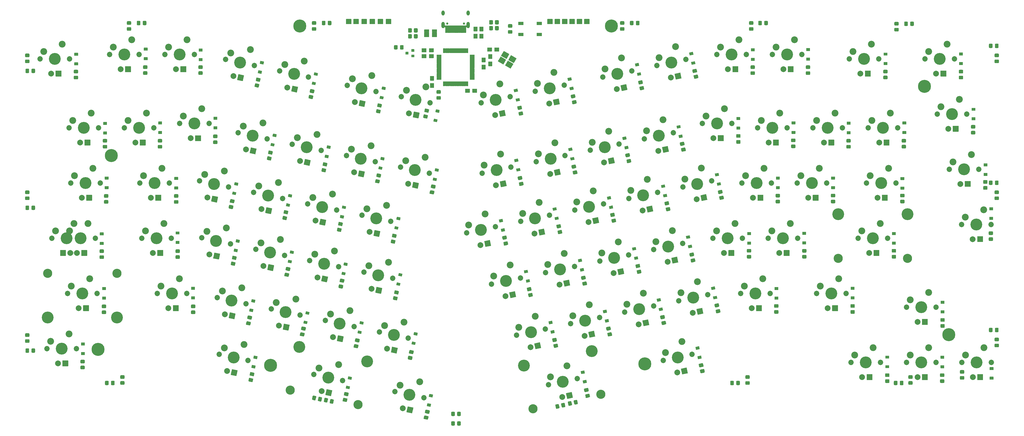
<source format=gbs>
G04 #@! TF.GenerationSoftware,KiCad,Pcbnew,5.1.10*
G04 #@! TF.CreationDate,2021-07-30T23:12:26+12:00*
G04 #@! TF.ProjectId,adelheid,6164656c-6865-4696-942e-6b696361645f,2.0*
G04 #@! TF.SameCoordinates,Original*
G04 #@! TF.FileFunction,Soldermask,Bot*
G04 #@! TF.FilePolarity,Negative*
%FSLAX46Y46*%
G04 Gerber Fmt 4.6, Leading zero omitted, Abs format (unit mm)*
G04 Created by KiCad (PCBNEW 5.1.10) date 2021-07-30 23:12:26*
%MOMM*%
%LPD*%
G01*
G04 APERTURE LIST*
%ADD10C,1.852000*%
%ADD11C,2.007000*%
%ADD12C,2.352000*%
%ADD13C,4.089800*%
%ADD14C,3.150000*%
%ADD15C,0.752000*%
%ADD16O,1.102000X2.202000*%
%ADD17O,1.102000X1.702000*%
%ADD18C,4.502000*%
%ADD19C,0.100000*%
G04 APERTURE END LIST*
G36*
G01*
X171239000Y-35663000D02*
X171789000Y-35663000D01*
G75*
G02*
X171840000Y-35714000I0J-51000D01*
G01*
X171840000Y-37214000D01*
G75*
G02*
X171789000Y-37265000I-51000J0D01*
G01*
X171239000Y-37265000D01*
G75*
G02*
X171188000Y-37214000I0J51000D01*
G01*
X171188000Y-35714000D01*
G75*
G02*
X171239000Y-35663000I51000J0D01*
G01*
G37*
G36*
G01*
X172039000Y-35663000D02*
X172589000Y-35663000D01*
G75*
G02*
X172640000Y-35714000I0J-51000D01*
G01*
X172640000Y-37214000D01*
G75*
G02*
X172589000Y-37265000I-51000J0D01*
G01*
X172039000Y-37265000D01*
G75*
G02*
X171988000Y-37214000I0J51000D01*
G01*
X171988000Y-35714000D01*
G75*
G02*
X172039000Y-35663000I51000J0D01*
G01*
G37*
G36*
G01*
X172839000Y-35663000D02*
X173389000Y-35663000D01*
G75*
G02*
X173440000Y-35714000I0J-51000D01*
G01*
X173440000Y-37214000D01*
G75*
G02*
X173389000Y-37265000I-51000J0D01*
G01*
X172839000Y-37265000D01*
G75*
G02*
X172788000Y-37214000I0J51000D01*
G01*
X172788000Y-35714000D01*
G75*
G02*
X172839000Y-35663000I51000J0D01*
G01*
G37*
G36*
G01*
X173639000Y-35663000D02*
X174189000Y-35663000D01*
G75*
G02*
X174240000Y-35714000I0J-51000D01*
G01*
X174240000Y-37214000D01*
G75*
G02*
X174189000Y-37265000I-51000J0D01*
G01*
X173639000Y-37265000D01*
G75*
G02*
X173588000Y-37214000I0J51000D01*
G01*
X173588000Y-35714000D01*
G75*
G02*
X173639000Y-35663000I51000J0D01*
G01*
G37*
G36*
G01*
X174439000Y-35663000D02*
X174989000Y-35663000D01*
G75*
G02*
X175040000Y-35714000I0J-51000D01*
G01*
X175040000Y-37214000D01*
G75*
G02*
X174989000Y-37265000I-51000J0D01*
G01*
X174439000Y-37265000D01*
G75*
G02*
X174388000Y-37214000I0J51000D01*
G01*
X174388000Y-35714000D01*
G75*
G02*
X174439000Y-35663000I51000J0D01*
G01*
G37*
G36*
G01*
X175239000Y-35663000D02*
X175789000Y-35663000D01*
G75*
G02*
X175840000Y-35714000I0J-51000D01*
G01*
X175840000Y-37214000D01*
G75*
G02*
X175789000Y-37265000I-51000J0D01*
G01*
X175239000Y-37265000D01*
G75*
G02*
X175188000Y-37214000I0J51000D01*
G01*
X175188000Y-35714000D01*
G75*
G02*
X175239000Y-35663000I51000J0D01*
G01*
G37*
G36*
G01*
X176039000Y-35663000D02*
X176589000Y-35663000D01*
G75*
G02*
X176640000Y-35714000I0J-51000D01*
G01*
X176640000Y-37214000D01*
G75*
G02*
X176589000Y-37265000I-51000J0D01*
G01*
X176039000Y-37265000D01*
G75*
G02*
X175988000Y-37214000I0J51000D01*
G01*
X175988000Y-35714000D01*
G75*
G02*
X176039000Y-35663000I51000J0D01*
G01*
G37*
G36*
G01*
X176839000Y-35663000D02*
X177389000Y-35663000D01*
G75*
G02*
X177440000Y-35714000I0J-51000D01*
G01*
X177440000Y-37214000D01*
G75*
G02*
X177389000Y-37265000I-51000J0D01*
G01*
X176839000Y-37265000D01*
G75*
G02*
X176788000Y-37214000I0J51000D01*
G01*
X176788000Y-35714000D01*
G75*
G02*
X176839000Y-35663000I51000J0D01*
G01*
G37*
G36*
G01*
X177639000Y-35663000D02*
X178189000Y-35663000D01*
G75*
G02*
X178240000Y-35714000I0J-51000D01*
G01*
X178240000Y-37214000D01*
G75*
G02*
X178189000Y-37265000I-51000J0D01*
G01*
X177639000Y-37265000D01*
G75*
G02*
X177588000Y-37214000I0J51000D01*
G01*
X177588000Y-35714000D01*
G75*
G02*
X177639000Y-35663000I51000J0D01*
G01*
G37*
G36*
G01*
X178439000Y-35663000D02*
X178989000Y-35663000D01*
G75*
G02*
X179040000Y-35714000I0J-51000D01*
G01*
X179040000Y-37214000D01*
G75*
G02*
X178989000Y-37265000I-51000J0D01*
G01*
X178439000Y-37265000D01*
G75*
G02*
X178388000Y-37214000I0J51000D01*
G01*
X178388000Y-35714000D01*
G75*
G02*
X178439000Y-35663000I51000J0D01*
G01*
G37*
G36*
G01*
X179239000Y-35663000D02*
X179789000Y-35663000D01*
G75*
G02*
X179840000Y-35714000I0J-51000D01*
G01*
X179840000Y-37214000D01*
G75*
G02*
X179789000Y-37265000I-51000J0D01*
G01*
X179239000Y-37265000D01*
G75*
G02*
X179188000Y-37214000I0J51000D01*
G01*
X179188000Y-35714000D01*
G75*
G02*
X179239000Y-35663000I51000J0D01*
G01*
G37*
G36*
G01*
X182015000Y-37889000D02*
X182015000Y-38439000D01*
G75*
G02*
X181964000Y-38490000I-51000J0D01*
G01*
X180464000Y-38490000D01*
G75*
G02*
X180413000Y-38439000I0J51000D01*
G01*
X180413000Y-37889000D01*
G75*
G02*
X180464000Y-37838000I51000J0D01*
G01*
X181964000Y-37838000D01*
G75*
G02*
X182015000Y-37889000I0J-51000D01*
G01*
G37*
G36*
G01*
X182015000Y-38689000D02*
X182015000Y-39239000D01*
G75*
G02*
X181964000Y-39290000I-51000J0D01*
G01*
X180464000Y-39290000D01*
G75*
G02*
X180413000Y-39239000I0J51000D01*
G01*
X180413000Y-38689000D01*
G75*
G02*
X180464000Y-38638000I51000J0D01*
G01*
X181964000Y-38638000D01*
G75*
G02*
X182015000Y-38689000I0J-51000D01*
G01*
G37*
G36*
G01*
X182015000Y-39489000D02*
X182015000Y-40039000D01*
G75*
G02*
X181964000Y-40090000I-51000J0D01*
G01*
X180464000Y-40090000D01*
G75*
G02*
X180413000Y-40039000I0J51000D01*
G01*
X180413000Y-39489000D01*
G75*
G02*
X180464000Y-39438000I51000J0D01*
G01*
X181964000Y-39438000D01*
G75*
G02*
X182015000Y-39489000I0J-51000D01*
G01*
G37*
G36*
G01*
X182015000Y-40289000D02*
X182015000Y-40839000D01*
G75*
G02*
X181964000Y-40890000I-51000J0D01*
G01*
X180464000Y-40890000D01*
G75*
G02*
X180413000Y-40839000I0J51000D01*
G01*
X180413000Y-40289000D01*
G75*
G02*
X180464000Y-40238000I51000J0D01*
G01*
X181964000Y-40238000D01*
G75*
G02*
X182015000Y-40289000I0J-51000D01*
G01*
G37*
G36*
G01*
X182015000Y-41089000D02*
X182015000Y-41639000D01*
G75*
G02*
X181964000Y-41690000I-51000J0D01*
G01*
X180464000Y-41690000D01*
G75*
G02*
X180413000Y-41639000I0J51000D01*
G01*
X180413000Y-41089000D01*
G75*
G02*
X180464000Y-41038000I51000J0D01*
G01*
X181964000Y-41038000D01*
G75*
G02*
X182015000Y-41089000I0J-51000D01*
G01*
G37*
G36*
G01*
X182015000Y-41889000D02*
X182015000Y-42439000D01*
G75*
G02*
X181964000Y-42490000I-51000J0D01*
G01*
X180464000Y-42490000D01*
G75*
G02*
X180413000Y-42439000I0J51000D01*
G01*
X180413000Y-41889000D01*
G75*
G02*
X180464000Y-41838000I51000J0D01*
G01*
X181964000Y-41838000D01*
G75*
G02*
X182015000Y-41889000I0J-51000D01*
G01*
G37*
G36*
G01*
X182015000Y-42689000D02*
X182015000Y-43239000D01*
G75*
G02*
X181964000Y-43290000I-51000J0D01*
G01*
X180464000Y-43290000D01*
G75*
G02*
X180413000Y-43239000I0J51000D01*
G01*
X180413000Y-42689000D01*
G75*
G02*
X180464000Y-42638000I51000J0D01*
G01*
X181964000Y-42638000D01*
G75*
G02*
X182015000Y-42689000I0J-51000D01*
G01*
G37*
G36*
G01*
X182015000Y-43489000D02*
X182015000Y-44039000D01*
G75*
G02*
X181964000Y-44090000I-51000J0D01*
G01*
X180464000Y-44090000D01*
G75*
G02*
X180413000Y-44039000I0J51000D01*
G01*
X180413000Y-43489000D01*
G75*
G02*
X180464000Y-43438000I51000J0D01*
G01*
X181964000Y-43438000D01*
G75*
G02*
X182015000Y-43489000I0J-51000D01*
G01*
G37*
G36*
G01*
X182015000Y-44289000D02*
X182015000Y-44839000D01*
G75*
G02*
X181964000Y-44890000I-51000J0D01*
G01*
X180464000Y-44890000D01*
G75*
G02*
X180413000Y-44839000I0J51000D01*
G01*
X180413000Y-44289000D01*
G75*
G02*
X180464000Y-44238000I51000J0D01*
G01*
X181964000Y-44238000D01*
G75*
G02*
X182015000Y-44289000I0J-51000D01*
G01*
G37*
G36*
G01*
X182015000Y-45089000D02*
X182015000Y-45639000D01*
G75*
G02*
X181964000Y-45690000I-51000J0D01*
G01*
X180464000Y-45690000D01*
G75*
G02*
X180413000Y-45639000I0J51000D01*
G01*
X180413000Y-45089000D01*
G75*
G02*
X180464000Y-45038000I51000J0D01*
G01*
X181964000Y-45038000D01*
G75*
G02*
X182015000Y-45089000I0J-51000D01*
G01*
G37*
G36*
G01*
X182015000Y-45889000D02*
X182015000Y-46439000D01*
G75*
G02*
X181964000Y-46490000I-51000J0D01*
G01*
X180464000Y-46490000D01*
G75*
G02*
X180413000Y-46439000I0J51000D01*
G01*
X180413000Y-45889000D01*
G75*
G02*
X180464000Y-45838000I51000J0D01*
G01*
X181964000Y-45838000D01*
G75*
G02*
X182015000Y-45889000I0J-51000D01*
G01*
G37*
G36*
G01*
X179239000Y-47063000D02*
X179789000Y-47063000D01*
G75*
G02*
X179840000Y-47114000I0J-51000D01*
G01*
X179840000Y-48614000D01*
G75*
G02*
X179789000Y-48665000I-51000J0D01*
G01*
X179239000Y-48665000D01*
G75*
G02*
X179188000Y-48614000I0J51000D01*
G01*
X179188000Y-47114000D01*
G75*
G02*
X179239000Y-47063000I51000J0D01*
G01*
G37*
G36*
G01*
X178439000Y-47063000D02*
X178989000Y-47063000D01*
G75*
G02*
X179040000Y-47114000I0J-51000D01*
G01*
X179040000Y-48614000D01*
G75*
G02*
X178989000Y-48665000I-51000J0D01*
G01*
X178439000Y-48665000D01*
G75*
G02*
X178388000Y-48614000I0J51000D01*
G01*
X178388000Y-47114000D01*
G75*
G02*
X178439000Y-47063000I51000J0D01*
G01*
G37*
G36*
G01*
X177639000Y-47063000D02*
X178189000Y-47063000D01*
G75*
G02*
X178240000Y-47114000I0J-51000D01*
G01*
X178240000Y-48614000D01*
G75*
G02*
X178189000Y-48665000I-51000J0D01*
G01*
X177639000Y-48665000D01*
G75*
G02*
X177588000Y-48614000I0J51000D01*
G01*
X177588000Y-47114000D01*
G75*
G02*
X177639000Y-47063000I51000J0D01*
G01*
G37*
G36*
G01*
X176839000Y-47063000D02*
X177389000Y-47063000D01*
G75*
G02*
X177440000Y-47114000I0J-51000D01*
G01*
X177440000Y-48614000D01*
G75*
G02*
X177389000Y-48665000I-51000J0D01*
G01*
X176839000Y-48665000D01*
G75*
G02*
X176788000Y-48614000I0J51000D01*
G01*
X176788000Y-47114000D01*
G75*
G02*
X176839000Y-47063000I51000J0D01*
G01*
G37*
G36*
G01*
X176039000Y-47063000D02*
X176589000Y-47063000D01*
G75*
G02*
X176640000Y-47114000I0J-51000D01*
G01*
X176640000Y-48614000D01*
G75*
G02*
X176589000Y-48665000I-51000J0D01*
G01*
X176039000Y-48665000D01*
G75*
G02*
X175988000Y-48614000I0J51000D01*
G01*
X175988000Y-47114000D01*
G75*
G02*
X176039000Y-47063000I51000J0D01*
G01*
G37*
G36*
G01*
X175239000Y-47063000D02*
X175789000Y-47063000D01*
G75*
G02*
X175840000Y-47114000I0J-51000D01*
G01*
X175840000Y-48614000D01*
G75*
G02*
X175789000Y-48665000I-51000J0D01*
G01*
X175239000Y-48665000D01*
G75*
G02*
X175188000Y-48614000I0J51000D01*
G01*
X175188000Y-47114000D01*
G75*
G02*
X175239000Y-47063000I51000J0D01*
G01*
G37*
G36*
G01*
X174439000Y-47063000D02*
X174989000Y-47063000D01*
G75*
G02*
X175040000Y-47114000I0J-51000D01*
G01*
X175040000Y-48614000D01*
G75*
G02*
X174989000Y-48665000I-51000J0D01*
G01*
X174439000Y-48665000D01*
G75*
G02*
X174388000Y-48614000I0J51000D01*
G01*
X174388000Y-47114000D01*
G75*
G02*
X174439000Y-47063000I51000J0D01*
G01*
G37*
G36*
G01*
X173639000Y-47063000D02*
X174189000Y-47063000D01*
G75*
G02*
X174240000Y-47114000I0J-51000D01*
G01*
X174240000Y-48614000D01*
G75*
G02*
X174189000Y-48665000I-51000J0D01*
G01*
X173639000Y-48665000D01*
G75*
G02*
X173588000Y-48614000I0J51000D01*
G01*
X173588000Y-47114000D01*
G75*
G02*
X173639000Y-47063000I51000J0D01*
G01*
G37*
G36*
G01*
X172839000Y-47063000D02*
X173389000Y-47063000D01*
G75*
G02*
X173440000Y-47114000I0J-51000D01*
G01*
X173440000Y-48614000D01*
G75*
G02*
X173389000Y-48665000I-51000J0D01*
G01*
X172839000Y-48665000D01*
G75*
G02*
X172788000Y-48614000I0J51000D01*
G01*
X172788000Y-47114000D01*
G75*
G02*
X172839000Y-47063000I51000J0D01*
G01*
G37*
G36*
G01*
X172039000Y-47063000D02*
X172589000Y-47063000D01*
G75*
G02*
X172640000Y-47114000I0J-51000D01*
G01*
X172640000Y-48614000D01*
G75*
G02*
X172589000Y-48665000I-51000J0D01*
G01*
X172039000Y-48665000D01*
G75*
G02*
X171988000Y-48614000I0J51000D01*
G01*
X171988000Y-47114000D01*
G75*
G02*
X172039000Y-47063000I51000J0D01*
G01*
G37*
G36*
G01*
X171239000Y-47063000D02*
X171789000Y-47063000D01*
G75*
G02*
X171840000Y-47114000I0J-51000D01*
G01*
X171840000Y-48614000D01*
G75*
G02*
X171789000Y-48665000I-51000J0D01*
G01*
X171239000Y-48665000D01*
G75*
G02*
X171188000Y-48614000I0J51000D01*
G01*
X171188000Y-47114000D01*
G75*
G02*
X171239000Y-47063000I51000J0D01*
G01*
G37*
G36*
G01*
X170615000Y-45889000D02*
X170615000Y-46439000D01*
G75*
G02*
X170564000Y-46490000I-51000J0D01*
G01*
X169064000Y-46490000D01*
G75*
G02*
X169013000Y-46439000I0J51000D01*
G01*
X169013000Y-45889000D01*
G75*
G02*
X169064000Y-45838000I51000J0D01*
G01*
X170564000Y-45838000D01*
G75*
G02*
X170615000Y-45889000I0J-51000D01*
G01*
G37*
G36*
G01*
X170615000Y-45089000D02*
X170615000Y-45639000D01*
G75*
G02*
X170564000Y-45690000I-51000J0D01*
G01*
X169064000Y-45690000D01*
G75*
G02*
X169013000Y-45639000I0J51000D01*
G01*
X169013000Y-45089000D01*
G75*
G02*
X169064000Y-45038000I51000J0D01*
G01*
X170564000Y-45038000D01*
G75*
G02*
X170615000Y-45089000I0J-51000D01*
G01*
G37*
G36*
G01*
X170615000Y-44289000D02*
X170615000Y-44839000D01*
G75*
G02*
X170564000Y-44890000I-51000J0D01*
G01*
X169064000Y-44890000D01*
G75*
G02*
X169013000Y-44839000I0J51000D01*
G01*
X169013000Y-44289000D01*
G75*
G02*
X169064000Y-44238000I51000J0D01*
G01*
X170564000Y-44238000D01*
G75*
G02*
X170615000Y-44289000I0J-51000D01*
G01*
G37*
G36*
G01*
X170615000Y-43489000D02*
X170615000Y-44039000D01*
G75*
G02*
X170564000Y-44090000I-51000J0D01*
G01*
X169064000Y-44090000D01*
G75*
G02*
X169013000Y-44039000I0J51000D01*
G01*
X169013000Y-43489000D01*
G75*
G02*
X169064000Y-43438000I51000J0D01*
G01*
X170564000Y-43438000D01*
G75*
G02*
X170615000Y-43489000I0J-51000D01*
G01*
G37*
G36*
G01*
X170615000Y-42689000D02*
X170615000Y-43239000D01*
G75*
G02*
X170564000Y-43290000I-51000J0D01*
G01*
X169064000Y-43290000D01*
G75*
G02*
X169013000Y-43239000I0J51000D01*
G01*
X169013000Y-42689000D01*
G75*
G02*
X169064000Y-42638000I51000J0D01*
G01*
X170564000Y-42638000D01*
G75*
G02*
X170615000Y-42689000I0J-51000D01*
G01*
G37*
G36*
G01*
X170615000Y-41889000D02*
X170615000Y-42439000D01*
G75*
G02*
X170564000Y-42490000I-51000J0D01*
G01*
X169064000Y-42490000D01*
G75*
G02*
X169013000Y-42439000I0J51000D01*
G01*
X169013000Y-41889000D01*
G75*
G02*
X169064000Y-41838000I51000J0D01*
G01*
X170564000Y-41838000D01*
G75*
G02*
X170615000Y-41889000I0J-51000D01*
G01*
G37*
G36*
G01*
X170615000Y-41089000D02*
X170615000Y-41639000D01*
G75*
G02*
X170564000Y-41690000I-51000J0D01*
G01*
X169064000Y-41690000D01*
G75*
G02*
X169013000Y-41639000I0J51000D01*
G01*
X169013000Y-41089000D01*
G75*
G02*
X169064000Y-41038000I51000J0D01*
G01*
X170564000Y-41038000D01*
G75*
G02*
X170615000Y-41089000I0J-51000D01*
G01*
G37*
G36*
G01*
X170615000Y-40289000D02*
X170615000Y-40839000D01*
G75*
G02*
X170564000Y-40890000I-51000J0D01*
G01*
X169064000Y-40890000D01*
G75*
G02*
X169013000Y-40839000I0J51000D01*
G01*
X169013000Y-40289000D01*
G75*
G02*
X169064000Y-40238000I51000J0D01*
G01*
X170564000Y-40238000D01*
G75*
G02*
X170615000Y-40289000I0J-51000D01*
G01*
G37*
G36*
G01*
X170615000Y-39489000D02*
X170615000Y-40039000D01*
G75*
G02*
X170564000Y-40090000I-51000J0D01*
G01*
X169064000Y-40090000D01*
G75*
G02*
X169013000Y-40039000I0J51000D01*
G01*
X169013000Y-39489000D01*
G75*
G02*
X169064000Y-39438000I51000J0D01*
G01*
X170564000Y-39438000D01*
G75*
G02*
X170615000Y-39489000I0J-51000D01*
G01*
G37*
G36*
G01*
X170615000Y-38689000D02*
X170615000Y-39239000D01*
G75*
G02*
X170564000Y-39290000I-51000J0D01*
G01*
X169064000Y-39290000D01*
G75*
G02*
X169013000Y-39239000I0J51000D01*
G01*
X169013000Y-38689000D01*
G75*
G02*
X169064000Y-38638000I51000J0D01*
G01*
X170564000Y-38638000D01*
G75*
G02*
X170615000Y-38689000I0J-51000D01*
G01*
G37*
G36*
G01*
X170615000Y-37889000D02*
X170615000Y-38439000D01*
G75*
G02*
X170564000Y-38490000I-51000J0D01*
G01*
X169064000Y-38490000D01*
G75*
G02*
X169013000Y-38439000I0J51000D01*
G01*
X169013000Y-37889000D01*
G75*
G02*
X169064000Y-37838000I51000J0D01*
G01*
X170564000Y-37838000D01*
G75*
G02*
X170615000Y-37889000I0J-51000D01*
G01*
G37*
G36*
G01*
X188373000Y-26190248D02*
X188373000Y-27149752D01*
G75*
G02*
X188101752Y-27421000I-271248J0D01*
G01*
X187342248Y-27421000D01*
G75*
G02*
X187071000Y-27149752I0J271248D01*
G01*
X187071000Y-26190248D01*
G75*
G02*
X187342248Y-25919000I271248J0D01*
G01*
X188101752Y-25919000D01*
G75*
G02*
X188373000Y-26190248I0J-271248D01*
G01*
G37*
G36*
G01*
X190373000Y-26190248D02*
X190373000Y-27149752D01*
G75*
G02*
X190101752Y-27421000I-271248J0D01*
G01*
X189342248Y-27421000D01*
G75*
G02*
X189071000Y-27149752I0J271248D01*
G01*
X189071000Y-26190248D01*
G75*
G02*
X189342248Y-25919000I271248J0D01*
G01*
X190101752Y-25919000D01*
G75*
G02*
X190373000Y-26190248I0J-271248D01*
G01*
G37*
G36*
G01*
X67709000Y-27402828D02*
X67709000Y-26445172D01*
G75*
G02*
X67981172Y-26173000I272172J0D01*
G01*
X68688828Y-26173000D01*
G75*
G02*
X68961000Y-26445172I0J-272172D01*
G01*
X68961000Y-27402828D01*
G75*
G02*
X68688828Y-27675000I-272172J0D01*
G01*
X67981172Y-27675000D01*
G75*
G02*
X67709000Y-27402828I0J272172D01*
G01*
G37*
G36*
G01*
X65659000Y-27402828D02*
X65659000Y-26445172D01*
G75*
G02*
X65931172Y-26173000I272172J0D01*
G01*
X66638828Y-26173000D01*
G75*
G02*
X66911000Y-26445172I0J-272172D01*
G01*
X66911000Y-27402828D01*
G75*
G02*
X66638828Y-27675000I-272172J0D01*
G01*
X65931172Y-27675000D01*
G75*
G02*
X65659000Y-27402828I0J272172D01*
G01*
G37*
G36*
G01*
X131463000Y-27393828D02*
X131463000Y-26436172D01*
G75*
G02*
X131735172Y-26164000I272172J0D01*
G01*
X132442828Y-26164000D01*
G75*
G02*
X132715000Y-26436172I0J-272172D01*
G01*
X132715000Y-27393828D01*
G75*
G02*
X132442828Y-27666000I-272172J0D01*
G01*
X131735172Y-27666000D01*
G75*
G02*
X131463000Y-27393828I0J272172D01*
G01*
G37*
G36*
G01*
X129413000Y-27393828D02*
X129413000Y-26436172D01*
G75*
G02*
X129685172Y-26164000I272172J0D01*
G01*
X130392828Y-26164000D01*
G75*
G02*
X130665000Y-26436172I0J-272172D01*
G01*
X130665000Y-27393828D01*
G75*
G02*
X130392828Y-27666000I-272172J0D01*
G01*
X129685172Y-27666000D01*
G75*
G02*
X129413000Y-27393828I0J272172D01*
G01*
G37*
G36*
G01*
X332123000Y-27656828D02*
X332123000Y-26699172D01*
G75*
G02*
X332395172Y-26427000I272172J0D01*
G01*
X333102828Y-26427000D01*
G75*
G02*
X333375000Y-26699172I0J-272172D01*
G01*
X333375000Y-27656828D01*
G75*
G02*
X333102828Y-27929000I-272172J0D01*
G01*
X332395172Y-27929000D01*
G75*
G02*
X332123000Y-27656828I0J272172D01*
G01*
G37*
G36*
G01*
X330073000Y-27656828D02*
X330073000Y-26699172D01*
G75*
G02*
X330345172Y-26427000I272172J0D01*
G01*
X331052828Y-26427000D01*
G75*
G02*
X331325000Y-26699172I0J-272172D01*
G01*
X331325000Y-27656828D01*
G75*
G02*
X331052828Y-27929000I-272172J0D01*
G01*
X330345172Y-27929000D01*
G75*
G02*
X330073000Y-27656828I0J272172D01*
G01*
G37*
G36*
G01*
X281831000Y-27402828D02*
X281831000Y-26445172D01*
G75*
G02*
X282103172Y-26173000I272172J0D01*
G01*
X282810828Y-26173000D01*
G75*
G02*
X283083000Y-26445172I0J-272172D01*
G01*
X283083000Y-27402828D01*
G75*
G02*
X282810828Y-27675000I-272172J0D01*
G01*
X282103172Y-27675000D01*
G75*
G02*
X281831000Y-27402828I0J272172D01*
G01*
G37*
G36*
G01*
X279781000Y-27402828D02*
X279781000Y-26445172D01*
G75*
G02*
X280053172Y-26173000I272172J0D01*
G01*
X280760828Y-26173000D01*
G75*
G02*
X281033000Y-26445172I0J-272172D01*
G01*
X281033000Y-27402828D01*
G75*
G02*
X280760828Y-27675000I-272172J0D01*
G01*
X280053172Y-27675000D01*
G75*
G02*
X279781000Y-27402828I0J272172D01*
G01*
G37*
G36*
G01*
X237626000Y-27402828D02*
X237626000Y-26445172D01*
G75*
G02*
X237898172Y-26173000I272172J0D01*
G01*
X238605828Y-26173000D01*
G75*
G02*
X238878000Y-26445172I0J-272172D01*
G01*
X238878000Y-27402828D01*
G75*
G02*
X238605828Y-27675000I-272172J0D01*
G01*
X237898172Y-27675000D01*
G75*
G02*
X237626000Y-27402828I0J272172D01*
G01*
G37*
G36*
G01*
X235576000Y-27402828D02*
X235576000Y-26445172D01*
G75*
G02*
X235848172Y-26173000I272172J0D01*
G01*
X236555828Y-26173000D01*
G75*
G02*
X236828000Y-26445172I0J-272172D01*
G01*
X236828000Y-27402828D01*
G75*
G02*
X236555828Y-27675000I-272172J0D01*
G01*
X235848172Y-27675000D01*
G75*
G02*
X235576000Y-27402828I0J272172D01*
G01*
G37*
G36*
G01*
X361471172Y-39515000D02*
X362428828Y-39515000D01*
G75*
G02*
X362701000Y-39787172I0J-272172D01*
G01*
X362701000Y-40494828D01*
G75*
G02*
X362428828Y-40767000I-272172J0D01*
G01*
X361471172Y-40767000D01*
G75*
G02*
X361199000Y-40494828I0J272172D01*
G01*
X361199000Y-39787172D01*
G75*
G02*
X361471172Y-39515000I272172J0D01*
G01*
G37*
G36*
G01*
X361471172Y-37465000D02*
X362428828Y-37465000D01*
G75*
G02*
X362701000Y-37737172I0J-272172D01*
G01*
X362701000Y-38444828D01*
G75*
G02*
X362428828Y-38717000I-272172J0D01*
G01*
X361471172Y-38717000D01*
G75*
G02*
X361199000Y-38444828I0J272172D01*
G01*
X361199000Y-37737172D01*
G75*
G02*
X361471172Y-37465000I272172J0D01*
G01*
G37*
G36*
G01*
X361471172Y-86768000D02*
X362428828Y-86768000D01*
G75*
G02*
X362701000Y-87040172I0J-272172D01*
G01*
X362701000Y-87747828D01*
G75*
G02*
X362428828Y-88020000I-272172J0D01*
G01*
X361471172Y-88020000D01*
G75*
G02*
X361199000Y-87747828I0J272172D01*
G01*
X361199000Y-87040172D01*
G75*
G02*
X361471172Y-86768000I272172J0D01*
G01*
G37*
G36*
G01*
X361471172Y-84718000D02*
X362428828Y-84718000D01*
G75*
G02*
X362701000Y-84990172I0J-272172D01*
G01*
X362701000Y-85697828D01*
G75*
G02*
X362428828Y-85970000I-272172J0D01*
G01*
X361471172Y-85970000D01*
G75*
G02*
X361199000Y-85697828I0J272172D01*
G01*
X361199000Y-84990172D01*
G75*
G02*
X361471172Y-84718000I272172J0D01*
G01*
G37*
G36*
G01*
X361471172Y-137568000D02*
X362428828Y-137568000D01*
G75*
G02*
X362701000Y-137840172I0J-272172D01*
G01*
X362701000Y-138547828D01*
G75*
G02*
X362428828Y-138820000I-272172J0D01*
G01*
X361471172Y-138820000D01*
G75*
G02*
X361199000Y-138547828I0J272172D01*
G01*
X361199000Y-137840172D01*
G75*
G02*
X361471172Y-137568000I272172J0D01*
G01*
G37*
G36*
G01*
X361471172Y-135518000D02*
X362428828Y-135518000D01*
G75*
G02*
X362701000Y-135790172I0J-272172D01*
G01*
X362701000Y-136497828D01*
G75*
G02*
X362428828Y-136770000I-272172J0D01*
G01*
X361471172Y-136770000D01*
G75*
G02*
X361199000Y-136497828I0J272172D01*
G01*
X361199000Y-135790172D01*
G75*
G02*
X361471172Y-135518000I272172J0D01*
G01*
G37*
G36*
G01*
X327760000Y-150651172D02*
X327760000Y-151608828D01*
G75*
G02*
X327487828Y-151881000I-272172J0D01*
G01*
X326780172Y-151881000D01*
G75*
G02*
X326508000Y-151608828I0J272172D01*
G01*
X326508000Y-150651172D01*
G75*
G02*
X326780172Y-150379000I272172J0D01*
G01*
X327487828Y-150379000D01*
G75*
G02*
X327760000Y-150651172I0J-272172D01*
G01*
G37*
G36*
G01*
X329810000Y-150651172D02*
X329810000Y-151608828D01*
G75*
G02*
X329537828Y-151881000I-272172J0D01*
G01*
X328830172Y-151881000D01*
G75*
G02*
X328558000Y-151608828I0J272172D01*
G01*
X328558000Y-150651172D01*
G75*
G02*
X328830172Y-150379000I272172J0D01*
G01*
X329537828Y-150379000D01*
G75*
G02*
X329810000Y-150651172I0J-272172D01*
G01*
G37*
G36*
G01*
X271381000Y-150651172D02*
X271381000Y-151608828D01*
G75*
G02*
X271108828Y-151881000I-272172J0D01*
G01*
X270401172Y-151881000D01*
G75*
G02*
X270129000Y-151608828I0J272172D01*
G01*
X270129000Y-150651172D01*
G75*
G02*
X270401172Y-150379000I272172J0D01*
G01*
X271108828Y-150379000D01*
G75*
G02*
X271381000Y-150651172I0J-272172D01*
G01*
G37*
G36*
G01*
X273431000Y-150651172D02*
X273431000Y-151608828D01*
G75*
G02*
X273158828Y-151881000I-272172J0D01*
G01*
X272451172Y-151881000D01*
G75*
G02*
X272179000Y-151608828I0J272172D01*
G01*
X272179000Y-150651172D01*
G75*
G02*
X272451172Y-150379000I272172J0D01*
G01*
X273158828Y-150379000D01*
G75*
G02*
X273431000Y-150651172I0J-272172D01*
G01*
G37*
G36*
G01*
X211092165Y-158618592D02*
X211291273Y-159555320D01*
G75*
G02*
X211081637Y-159878132I-266224J-56588D01*
G01*
X210389445Y-160025262D01*
G75*
G02*
X210066633Y-159815626I-56588J266224D01*
G01*
X209867525Y-158878898D01*
G75*
G02*
X210077161Y-158556086I266224J56588D01*
G01*
X210769353Y-158408956D01*
G75*
G02*
X211092165Y-158618592I56588J-266224D01*
G01*
G37*
G36*
G01*
X213097367Y-158192374D02*
X213296475Y-159129102D01*
G75*
G02*
X213086839Y-159451914I-266224J-56588D01*
G01*
X212394647Y-159599044D01*
G75*
G02*
X212071835Y-159389408I-56588J266224D01*
G01*
X211872727Y-158452680D01*
G75*
G02*
X212082363Y-158129868I266224J56588D01*
G01*
X212774555Y-157982738D01*
G75*
G02*
X213097367Y-158192374I56588J-266224D01*
G01*
G37*
G36*
G01*
X175251000Y-164621172D02*
X175251000Y-165578828D01*
G75*
G02*
X174978828Y-165851000I-272172J0D01*
G01*
X174271172Y-165851000D01*
G75*
G02*
X173999000Y-165578828I0J272172D01*
G01*
X173999000Y-164621172D01*
G75*
G02*
X174271172Y-164349000I272172J0D01*
G01*
X174978828Y-164349000D01*
G75*
G02*
X175251000Y-164621172I0J-272172D01*
G01*
G37*
G36*
G01*
X177301000Y-164621172D02*
X177301000Y-165578828D01*
G75*
G02*
X177028828Y-165851000I-272172J0D01*
G01*
X176321172Y-165851000D01*
G75*
G02*
X176049000Y-165578828I0J272172D01*
G01*
X176049000Y-164621172D01*
G75*
G02*
X176321172Y-164349000I272172J0D01*
G01*
X177028828Y-164349000D01*
G75*
G02*
X177301000Y-164621172I0J-272172D01*
G01*
G37*
G36*
G01*
X127484672Y-155953571D02*
X127285564Y-156890299D01*
G75*
G02*
X126962752Y-157099935I-266224J56588D01*
G01*
X126270560Y-156952805D01*
G75*
G02*
X126060924Y-156629993I56588J266224D01*
G01*
X126260032Y-155693265D01*
G75*
G02*
X126582844Y-155483629I266224J-56588D01*
G01*
X127275036Y-155630759D01*
G75*
G02*
X127484672Y-155953571I-56588J-266224D01*
G01*
G37*
G36*
G01*
X129489874Y-156379789D02*
X129290766Y-157316517D01*
G75*
G02*
X128967954Y-157526153I-266224J56588D01*
G01*
X128275762Y-157379023D01*
G75*
G02*
X128066126Y-157056211I56588J266224D01*
G01*
X128265234Y-156119483D01*
G75*
G02*
X128588046Y-155909847I266224J-56588D01*
G01*
X129280238Y-156056977D01*
G75*
G02*
X129489874Y-156379789I-56588J-266224D01*
G01*
G37*
G36*
G01*
X55980000Y-150651172D02*
X55980000Y-151608828D01*
G75*
G02*
X55707828Y-151881000I-272172J0D01*
G01*
X55000172Y-151881000D01*
G75*
G02*
X54728000Y-151608828I0J272172D01*
G01*
X54728000Y-150651172D01*
G75*
G02*
X55000172Y-150379000I272172J0D01*
G01*
X55707828Y-150379000D01*
G75*
G02*
X55980000Y-150651172I0J-272172D01*
G01*
G37*
G36*
G01*
X58030000Y-150651172D02*
X58030000Y-151608828D01*
G75*
G02*
X57757828Y-151881000I-272172J0D01*
G01*
X57050172Y-151881000D01*
G75*
G02*
X56778000Y-151608828I0J272172D01*
G01*
X56778000Y-150651172D01*
G75*
G02*
X57050172Y-150379000I272172J0D01*
G01*
X57757828Y-150379000D01*
G75*
G02*
X58030000Y-150651172I0J-272172D01*
G01*
G37*
G36*
G01*
X28418828Y-135246000D02*
X27461172Y-135246000D01*
G75*
G02*
X27189000Y-134973828I0J272172D01*
G01*
X27189000Y-134266172D01*
G75*
G02*
X27461172Y-133994000I272172J0D01*
G01*
X28418828Y-133994000D01*
G75*
G02*
X28691000Y-134266172I0J-272172D01*
G01*
X28691000Y-134973828D01*
G75*
G02*
X28418828Y-135246000I-272172J0D01*
G01*
G37*
G36*
G01*
X28418828Y-137296000D02*
X27461172Y-137296000D01*
G75*
G02*
X27189000Y-137023828I0J272172D01*
G01*
X27189000Y-136316172D01*
G75*
G02*
X27461172Y-136044000I272172J0D01*
G01*
X28418828Y-136044000D01*
G75*
G02*
X28691000Y-136316172I0J-272172D01*
G01*
X28691000Y-137023828D01*
G75*
G02*
X28418828Y-137296000I-272172J0D01*
G01*
G37*
G36*
G01*
X28418828Y-85970000D02*
X27461172Y-85970000D01*
G75*
G02*
X27189000Y-85697828I0J272172D01*
G01*
X27189000Y-84990172D01*
G75*
G02*
X27461172Y-84718000I272172J0D01*
G01*
X28418828Y-84718000D01*
G75*
G02*
X28691000Y-84990172I0J-272172D01*
G01*
X28691000Y-85697828D01*
G75*
G02*
X28418828Y-85970000I-272172J0D01*
G01*
G37*
G36*
G01*
X28418828Y-88020000D02*
X27461172Y-88020000D01*
G75*
G02*
X27189000Y-87747828I0J272172D01*
G01*
X27189000Y-87040172D01*
G75*
G02*
X27461172Y-86768000I272172J0D01*
G01*
X28418828Y-86768000D01*
G75*
G02*
X28691000Y-87040172I0J-272172D01*
G01*
X28691000Y-87747828D01*
G75*
G02*
X28418828Y-88020000I-272172J0D01*
G01*
G37*
G36*
G01*
X28418828Y-38726000D02*
X27461172Y-38726000D01*
G75*
G02*
X27189000Y-38453828I0J272172D01*
G01*
X27189000Y-37746172D01*
G75*
G02*
X27461172Y-37474000I272172J0D01*
G01*
X28418828Y-37474000D01*
G75*
G02*
X28691000Y-37746172I0J-272172D01*
G01*
X28691000Y-38453828D01*
G75*
G02*
X28418828Y-38726000I-272172J0D01*
G01*
G37*
G36*
G01*
X28418828Y-40776000D02*
X27461172Y-40776000D01*
G75*
G02*
X27189000Y-40503828I0J272172D01*
G01*
X27189000Y-39796172D01*
G75*
G02*
X27461172Y-39524000I272172J0D01*
G01*
X28418828Y-39524000D01*
G75*
G02*
X28691000Y-39796172I0J-272172D01*
G01*
X28691000Y-40503828D01*
G75*
G02*
X28418828Y-40776000I-272172J0D01*
G01*
G37*
D10*
X194287890Y-52360009D03*
X184349910Y-54472391D03*
G36*
G01*
X190833803Y-59261466D02*
X190437732Y-57398095D01*
G75*
G02*
X190477015Y-57337606I49886J10603D01*
G01*
X192340386Y-56941535D01*
G75*
G02*
X192400875Y-56980818I10603J-49886D01*
G01*
X192796946Y-58844189D01*
G75*
G02*
X192757663Y-58904678I-49886J-10603D01*
G01*
X190894292Y-59300749D01*
G75*
G02*
X190833803Y-59261466I-10603J49886D01*
G01*
G37*
D11*
X189132844Y-58649238D03*
D12*
X185064062Y-51723849D03*
D13*
X189318900Y-53416200D03*
D12*
X190747204Y-47919114D03*
D13*
X145028937Y-143670541D03*
X121674685Y-138706442D03*
D14*
X141860363Y-158577511D03*
X118506111Y-153613411D03*
D10*
X136604490Y-150319291D03*
X126666510Y-148206909D03*
G36*
G01*
X130641949Y-155219185D02*
X131038020Y-153355814D01*
G75*
G02*
X131098509Y-153316531I49886J-10603D01*
G01*
X132961880Y-153712602D01*
G75*
G02*
X133001163Y-153773091I-10603J-49886D01*
G01*
X132605092Y-155636462D01*
G75*
G02*
X132544603Y-155675745I-49886J10603D01*
G01*
X130681232Y-155279674D01*
G75*
G02*
X130641949Y-155219185I10603J49886D01*
G01*
G37*
D11*
X129337061Y-153968042D03*
D12*
X128436853Y-145986462D03*
D13*
X131635500Y-149263100D03*
D12*
X135176186Y-144822206D03*
D13*
X331177900Y-92925900D03*
X307301900Y-92925900D03*
D14*
X331177900Y-108165900D03*
X307301900Y-108165900D03*
D10*
X324319900Y-101180900D03*
X314159900Y-101180900D03*
G36*
G01*
X319506400Y-107213400D02*
X319506400Y-105308400D01*
G75*
G02*
X319557400Y-105257400I51000J0D01*
G01*
X321462400Y-105257400D01*
G75*
G02*
X321513400Y-105308400I0J-51000D01*
G01*
X321513400Y-107213400D01*
G75*
G02*
X321462400Y-107264400I-51000J0D01*
G01*
X319557400Y-107264400D01*
G75*
G02*
X319506400Y-107213400I0J51000D01*
G01*
G37*
D11*
X317969900Y-106260900D03*
D12*
X315429900Y-98640900D03*
D13*
X319239900Y-101180900D03*
D12*
X321779900Y-96100900D03*
D10*
X46596300Y-101180900D03*
X36436300Y-101180900D03*
G36*
G01*
X39242800Y-107213400D02*
X39242800Y-105308400D01*
G75*
G02*
X39293800Y-105257400I51000J0D01*
G01*
X41198800Y-105257400D01*
G75*
G02*
X41249800Y-105308400I0J-51000D01*
G01*
X41249800Y-107213400D01*
G75*
G02*
X41198800Y-107264400I-51000J0D01*
G01*
X39293800Y-107264400D01*
G75*
G02*
X39242800Y-107213400I0J51000D01*
G01*
G37*
D11*
X42786300Y-106260900D03*
D12*
X37706300Y-98640900D03*
D13*
X41516300Y-101180900D03*
D12*
X44056300Y-96100900D03*
D10*
X53060600Y-82143600D03*
X42900600Y-82143600D03*
G36*
G01*
X48247100Y-88176100D02*
X48247100Y-86271100D01*
G75*
G02*
X48298100Y-86220100I51000J0D01*
G01*
X50203100Y-86220100D01*
G75*
G02*
X50254100Y-86271100I0J-51000D01*
G01*
X50254100Y-88176100D01*
G75*
G02*
X50203100Y-88227100I-51000J0D01*
G01*
X48298100Y-88227100D01*
G75*
G02*
X48247100Y-88176100I0J51000D01*
G01*
G37*
D11*
X46710600Y-87223600D03*
D12*
X44170600Y-79603600D03*
D13*
X47980600Y-82143600D03*
D12*
X50520600Y-77063600D03*
D10*
X257000490Y-141247309D03*
X247062510Y-143359691D03*
G36*
G01*
X253546403Y-148148766D02*
X253150332Y-146285395D01*
G75*
G02*
X253189615Y-146224906I49886J10603D01*
G01*
X255052986Y-145828835D01*
G75*
G02*
X255113475Y-145868118I10603J-49886D01*
G01*
X255509546Y-147731489D01*
G75*
G02*
X255470263Y-147791978I-49886J-10603D01*
G01*
X253606892Y-148188049D01*
G75*
G02*
X253546403Y-148148766I-10603J49886D01*
G01*
G37*
D11*
X251845444Y-147536538D03*
D12*
X247776662Y-140611149D03*
D13*
X252031500Y-142303500D03*
D12*
X253459804Y-136806414D03*
D10*
X44856400Y-139293600D03*
X34696400Y-139293600D03*
G36*
G01*
X40042900Y-145326100D02*
X40042900Y-143421100D01*
G75*
G02*
X40093900Y-143370100I51000J0D01*
G01*
X41998900Y-143370100D01*
G75*
G02*
X42049900Y-143421100I0J-51000D01*
G01*
X42049900Y-145326100D01*
G75*
G02*
X41998900Y-145377100I-51000J0D01*
G01*
X40093900Y-145377100D01*
G75*
G02*
X40042900Y-145326100I0J51000D01*
G01*
G37*
D11*
X38506400Y-144373600D03*
D12*
X35966400Y-136753600D03*
D13*
X39776400Y-139293600D03*
D12*
X42316400Y-134213600D03*
G36*
G01*
X159267000Y-36938000D02*
X159267000Y-37738000D01*
G75*
G02*
X159216000Y-37789000I-51000J0D01*
G01*
X158316000Y-37789000D01*
G75*
G02*
X158265000Y-37738000I0J51000D01*
G01*
X158265000Y-36938000D01*
G75*
G02*
X158316000Y-36887000I51000J0D01*
G01*
X159216000Y-36887000D01*
G75*
G02*
X159267000Y-36938000I0J-51000D01*
G01*
G37*
G36*
G01*
X161267000Y-37888000D02*
X161267000Y-38688000D01*
G75*
G02*
X161216000Y-38739000I-51000J0D01*
G01*
X160316000Y-38739000D01*
G75*
G02*
X160265000Y-38688000I0J51000D01*
G01*
X160265000Y-37888000D01*
G75*
G02*
X160316000Y-37837000I51000J0D01*
G01*
X161216000Y-37837000D01*
G75*
G02*
X161267000Y-37888000I0J-51000D01*
G01*
G37*
G36*
G01*
X161267000Y-35988000D02*
X161267000Y-36788000D01*
G75*
G02*
X161216000Y-36839000I-51000J0D01*
G01*
X160316000Y-36839000D01*
G75*
G02*
X160265000Y-36788000I0J51000D01*
G01*
X160265000Y-35988000D01*
G75*
G02*
X160316000Y-35937000I51000J0D01*
G01*
X161216000Y-35937000D01*
G75*
G02*
X161267000Y-35988000I0J-51000D01*
G01*
G37*
D10*
X360045000Y-144043400D03*
X349885000Y-144043400D03*
G36*
G01*
X355231500Y-150075900D02*
X355231500Y-148170900D01*
G75*
G02*
X355282500Y-148119900I51000J0D01*
G01*
X357187500Y-148119900D01*
G75*
G02*
X357238500Y-148170900I0J-51000D01*
G01*
X357238500Y-150075900D01*
G75*
G02*
X357187500Y-150126900I-51000J0D01*
G01*
X355282500Y-150126900D01*
G75*
G02*
X355231500Y-150075900I0J51000D01*
G01*
G37*
D11*
X353695000Y-149123400D03*
D12*
X351155000Y-141503400D03*
D13*
X354965000Y-144043400D03*
D12*
X357505000Y-138963400D03*
D10*
X360032300Y-96418400D03*
X349872300Y-96418400D03*
G36*
G01*
X355218800Y-102450900D02*
X355218800Y-100545900D01*
G75*
G02*
X355269800Y-100494900I51000J0D01*
G01*
X357174800Y-100494900D01*
G75*
G02*
X357225800Y-100545900I0J-51000D01*
G01*
X357225800Y-102450900D01*
G75*
G02*
X357174800Y-102501900I-51000J0D01*
G01*
X355269800Y-102501900D01*
G75*
G02*
X355218800Y-102450900I0J51000D01*
G01*
G37*
D11*
X353682300Y-101498400D03*
D12*
X351142300Y-93878400D03*
D13*
X354952300Y-96418400D03*
D12*
X357492300Y-91338400D03*
D10*
X355765100Y-77368400D03*
X345605100Y-77368400D03*
G36*
G01*
X350951600Y-83400900D02*
X350951600Y-81495900D01*
G75*
G02*
X351002600Y-81444900I51000J0D01*
G01*
X352907600Y-81444900D01*
G75*
G02*
X352958600Y-81495900I0J-51000D01*
G01*
X352958600Y-83400900D01*
G75*
G02*
X352907600Y-83451900I-51000J0D01*
G01*
X351002600Y-83451900D01*
G75*
G02*
X350951600Y-83400900I0J51000D01*
G01*
G37*
D11*
X349415100Y-82448400D03*
D12*
X346875100Y-74828400D03*
D13*
X350685100Y-77368400D03*
D12*
X353225100Y-72288400D03*
D10*
X351612200Y-58331100D03*
X341452200Y-58331100D03*
G36*
G01*
X346798700Y-64363600D02*
X346798700Y-62458600D01*
G75*
G02*
X346849700Y-62407600I51000J0D01*
G01*
X348754700Y-62407600D01*
G75*
G02*
X348805700Y-62458600I0J-51000D01*
G01*
X348805700Y-64363600D01*
G75*
G02*
X348754700Y-64414600I-51000J0D01*
G01*
X346849700Y-64414600D01*
G75*
G02*
X346798700Y-64363600I0J51000D01*
G01*
G37*
D11*
X345262200Y-63411100D03*
D12*
X342722200Y-55791100D03*
D13*
X346532200Y-58331100D03*
D12*
X349072200Y-53251100D03*
D10*
X327787000Y-63080900D03*
X317627000Y-63080900D03*
G36*
G01*
X322973500Y-69113400D02*
X322973500Y-67208400D01*
G75*
G02*
X323024500Y-67157400I51000J0D01*
G01*
X324929500Y-67157400D01*
G75*
G02*
X324980500Y-67208400I0J-51000D01*
G01*
X324980500Y-69113400D01*
G75*
G02*
X324929500Y-69164400I-51000J0D01*
G01*
X323024500Y-69164400D01*
G75*
G02*
X322973500Y-69113400I0J51000D01*
G01*
G37*
D11*
X321437000Y-68160900D03*
D12*
X318897000Y-60540900D03*
D13*
X322707000Y-63080900D03*
D12*
X325247000Y-58000900D03*
D10*
X347395800Y-39281100D03*
X337235800Y-39281100D03*
G36*
G01*
X342582300Y-45313600D02*
X342582300Y-43408600D01*
G75*
G02*
X342633300Y-43357600I51000J0D01*
G01*
X344538300Y-43357600D01*
G75*
G02*
X344589300Y-43408600I0J-51000D01*
G01*
X344589300Y-45313600D01*
G75*
G02*
X344538300Y-45364600I-51000J0D01*
G01*
X342633300Y-45364600D01*
G75*
G02*
X342582300Y-45313600I0J51000D01*
G01*
G37*
D11*
X341045800Y-44361100D03*
D12*
X338505800Y-36741100D03*
D13*
X342315800Y-39281100D03*
D12*
X344855800Y-34201100D03*
D10*
X340995000Y-144043400D03*
X330835000Y-144043400D03*
G36*
G01*
X336181500Y-150075900D02*
X336181500Y-148170900D01*
G75*
G02*
X336232500Y-148119900I51000J0D01*
G01*
X338137500Y-148119900D01*
G75*
G02*
X338188500Y-148170900I0J-51000D01*
G01*
X338188500Y-150075900D01*
G75*
G02*
X338137500Y-150126900I-51000J0D01*
G01*
X336232500Y-150126900D01*
G75*
G02*
X336181500Y-150075900I0J51000D01*
G01*
G37*
D11*
X334645000Y-149123400D03*
D12*
X332105000Y-141503400D03*
D13*
X335915000Y-144043400D03*
D12*
X338455000Y-138963400D03*
D10*
X340995000Y-124993400D03*
X330835000Y-124993400D03*
G36*
G01*
X336181500Y-131025900D02*
X336181500Y-129120900D01*
G75*
G02*
X336232500Y-129069900I51000J0D01*
G01*
X338137500Y-129069900D01*
G75*
G02*
X338188500Y-129120900I0J-51000D01*
G01*
X338188500Y-131025900D01*
G75*
G02*
X338137500Y-131076900I-51000J0D01*
G01*
X336232500Y-131076900D01*
G75*
G02*
X336181500Y-131025900I0J51000D01*
G01*
G37*
D11*
X334645000Y-130073400D03*
D12*
X332105000Y-122453400D03*
D13*
X335915000Y-124993400D03*
D12*
X338455000Y-119913400D03*
D10*
X327190100Y-82143600D03*
X317030100Y-82143600D03*
G36*
G01*
X322376600Y-88176100D02*
X322376600Y-86271100D01*
G75*
G02*
X322427600Y-86220100I51000J0D01*
G01*
X324332600Y-86220100D01*
G75*
G02*
X324383600Y-86271100I0J-51000D01*
G01*
X324383600Y-88176100D01*
G75*
G02*
X324332600Y-88227100I-51000J0D01*
G01*
X322427600Y-88227100D01*
G75*
G02*
X322376600Y-88176100I0J51000D01*
G01*
G37*
D11*
X320840100Y-87223600D03*
D12*
X318300100Y-79603600D03*
D13*
X322110100Y-82143600D03*
D12*
X324650100Y-77063600D03*
D10*
X308749700Y-63093600D03*
X298589700Y-63093600D03*
G36*
G01*
X303936200Y-69126100D02*
X303936200Y-67221100D01*
G75*
G02*
X303987200Y-67170100I51000J0D01*
G01*
X305892200Y-67170100D01*
G75*
G02*
X305943200Y-67221100I0J-51000D01*
G01*
X305943200Y-69126100D01*
G75*
G02*
X305892200Y-69177100I-51000J0D01*
G01*
X303987200Y-69177100D01*
G75*
G02*
X303936200Y-69126100I0J51000D01*
G01*
G37*
D11*
X302399700Y-68173600D03*
D12*
X299859700Y-60553600D03*
D13*
X303669700Y-63093600D03*
D12*
X306209700Y-58013600D03*
D10*
X321335400Y-39293800D03*
X311175400Y-39293800D03*
G36*
G01*
X316521900Y-45326300D02*
X316521900Y-43421300D01*
G75*
G02*
X316572900Y-43370300I51000J0D01*
G01*
X318477900Y-43370300D01*
G75*
G02*
X318528900Y-43421300I0J-51000D01*
G01*
X318528900Y-45326300D01*
G75*
G02*
X318477900Y-45377300I-51000J0D01*
G01*
X316572900Y-45377300D01*
G75*
G02*
X316521900Y-45326300I0J51000D01*
G01*
G37*
D11*
X314985400Y-44373800D03*
D12*
X312445400Y-36753800D03*
D13*
X316255400Y-39293800D03*
D12*
X318795400Y-34213800D03*
D10*
X321932300Y-144043400D03*
X311772300Y-144043400D03*
G36*
G01*
X317118800Y-150075900D02*
X317118800Y-148170900D01*
G75*
G02*
X317169800Y-148119900I51000J0D01*
G01*
X319074800Y-148119900D01*
G75*
G02*
X319125800Y-148170900I0J-51000D01*
G01*
X319125800Y-150075900D01*
G75*
G02*
X319074800Y-150126900I-51000J0D01*
G01*
X317169800Y-150126900D01*
G75*
G02*
X317118800Y-150075900I0J51000D01*
G01*
G37*
D11*
X315582300Y-149123400D03*
D12*
X313042300Y-141503400D03*
D13*
X316852300Y-144043400D03*
D12*
X319392300Y-138963400D03*
D10*
X303377600Y-82130900D03*
X293217600Y-82130900D03*
G36*
G01*
X298564100Y-88163400D02*
X298564100Y-86258400D01*
G75*
G02*
X298615100Y-86207400I51000J0D01*
G01*
X300520100Y-86207400D01*
G75*
G02*
X300571100Y-86258400I0J-51000D01*
G01*
X300571100Y-88163400D01*
G75*
G02*
X300520100Y-88214400I-51000J0D01*
G01*
X298615100Y-88214400D01*
G75*
G02*
X298564100Y-88163400I0J51000D01*
G01*
G37*
D11*
X297027600Y-87210900D03*
D12*
X294487600Y-79590900D03*
D13*
X298297600Y-82130900D03*
D12*
X300837600Y-77050900D03*
D10*
X289687000Y-63093600D03*
X279527000Y-63093600D03*
G36*
G01*
X284873500Y-69126100D02*
X284873500Y-67221100D01*
G75*
G02*
X284924500Y-67170100I51000J0D01*
G01*
X286829500Y-67170100D01*
G75*
G02*
X286880500Y-67221100I0J-51000D01*
G01*
X286880500Y-69126100D01*
G75*
G02*
X286829500Y-69177100I-51000J0D01*
G01*
X284924500Y-69177100D01*
G75*
G02*
X284873500Y-69126100I0J51000D01*
G01*
G37*
D11*
X283337000Y-68173600D03*
D12*
X280797000Y-60553600D03*
D13*
X284607000Y-63093600D03*
D12*
X287147000Y-58013600D03*
D10*
X294767000Y-37795200D03*
X284607000Y-37795200D03*
G36*
G01*
X289953500Y-43827700D02*
X289953500Y-41922700D01*
G75*
G02*
X290004500Y-41871700I51000J0D01*
G01*
X291909500Y-41871700D01*
G75*
G02*
X291960500Y-41922700I0J-51000D01*
G01*
X291960500Y-43827700D01*
G75*
G02*
X291909500Y-43878700I-51000J0D01*
G01*
X290004500Y-43878700D01*
G75*
G02*
X289953500Y-43827700I0J51000D01*
G01*
G37*
D11*
X288417000Y-42875200D03*
D12*
X285877000Y-35255200D03*
D13*
X289687000Y-37795200D03*
D12*
X292227000Y-32715200D03*
D10*
X310057800Y-120243600D03*
X299897800Y-120243600D03*
G36*
G01*
X305244300Y-126276100D02*
X305244300Y-124371100D01*
G75*
G02*
X305295300Y-124320100I51000J0D01*
G01*
X307200300Y-124320100D01*
G75*
G02*
X307251300Y-124371100I0J-51000D01*
G01*
X307251300Y-126276100D01*
G75*
G02*
X307200300Y-126327100I-51000J0D01*
G01*
X305295300Y-126327100D01*
G75*
G02*
X305244300Y-126276100I0J51000D01*
G01*
G37*
D11*
X303707800Y-125323600D03*
D12*
X301167800Y-117703600D03*
D13*
X304977800Y-120243600D03*
D12*
X307517800Y-115163600D03*
D10*
X293370000Y-101206300D03*
X283210000Y-101206300D03*
G36*
G01*
X288556500Y-107238800D02*
X288556500Y-105333800D01*
G75*
G02*
X288607500Y-105282800I51000J0D01*
G01*
X290512500Y-105282800D01*
G75*
G02*
X290563500Y-105333800I0J-51000D01*
G01*
X290563500Y-107238800D01*
G75*
G02*
X290512500Y-107289800I-51000J0D01*
G01*
X288607500Y-107289800D01*
G75*
G02*
X288556500Y-107238800I0J51000D01*
G01*
G37*
D11*
X287020000Y-106286300D03*
D12*
X284480000Y-98666300D03*
D13*
X288290000Y-101206300D03*
D12*
X290830000Y-96126300D03*
D10*
X284340300Y-82130900D03*
X274180300Y-82130900D03*
G36*
G01*
X279526800Y-88163400D02*
X279526800Y-86258400D01*
G75*
G02*
X279577800Y-86207400I51000J0D01*
G01*
X281482800Y-86207400D01*
G75*
G02*
X281533800Y-86258400I0J-51000D01*
G01*
X281533800Y-88163400D01*
G75*
G02*
X281482800Y-88214400I-51000J0D01*
G01*
X279577800Y-88214400D01*
G75*
G02*
X279526800Y-88163400I0J51000D01*
G01*
G37*
D11*
X277990300Y-87210900D03*
D12*
X275450300Y-79590900D03*
D13*
X279260300Y-82130900D03*
D12*
X281800300Y-77050900D03*
D10*
X270649700Y-61595000D03*
X260489700Y-61595000D03*
G36*
G01*
X265836200Y-67627500D02*
X265836200Y-65722500D01*
G75*
G02*
X265887200Y-65671500I51000J0D01*
G01*
X267792200Y-65671500D01*
G75*
G02*
X267843200Y-65722500I0J-51000D01*
G01*
X267843200Y-67627500D01*
G75*
G02*
X267792200Y-67678500I-51000J0D01*
G01*
X265887200Y-67678500D01*
G75*
G02*
X265836200Y-67627500I0J51000D01*
G01*
G37*
D11*
X264299700Y-66675000D03*
D12*
X261759700Y-59055000D03*
D13*
X265569700Y-61595000D03*
D12*
X268109700Y-56515000D03*
D10*
X275704300Y-37795200D03*
X265544300Y-37795200D03*
G36*
G01*
X270890800Y-43827700D02*
X270890800Y-41922700D01*
G75*
G02*
X270941800Y-41871700I51000J0D01*
G01*
X272846800Y-41871700D01*
G75*
G02*
X272897800Y-41922700I0J-51000D01*
G01*
X272897800Y-43827700D01*
G75*
G02*
X272846800Y-43878700I-51000J0D01*
G01*
X270941800Y-43878700D01*
G75*
G02*
X270890800Y-43827700I0J51000D01*
G01*
G37*
D11*
X269354300Y-42875200D03*
D12*
X266814300Y-35255200D03*
D13*
X270624300Y-37795200D03*
D12*
X273164300Y-32715200D03*
D10*
X283845000Y-120230900D03*
X273685000Y-120230900D03*
G36*
G01*
X279031500Y-126263400D02*
X279031500Y-124358400D01*
G75*
G02*
X279082500Y-124307400I51000J0D01*
G01*
X280987500Y-124307400D01*
G75*
G02*
X281038500Y-124358400I0J-51000D01*
G01*
X281038500Y-126263400D01*
G75*
G02*
X280987500Y-126314400I-51000J0D01*
G01*
X279082500Y-126314400D01*
G75*
G02*
X279031500Y-126263400I0J51000D01*
G01*
G37*
D11*
X277495000Y-125310900D03*
D12*
X274955000Y-117690900D03*
D13*
X278765000Y-120230900D03*
D12*
X281305000Y-115150900D03*
D10*
X274320000Y-101206300D03*
X264160000Y-101206300D03*
G36*
G01*
X269506500Y-107238800D02*
X269506500Y-105333800D01*
G75*
G02*
X269557500Y-105282800I51000J0D01*
G01*
X271462500Y-105282800D01*
G75*
G02*
X271513500Y-105333800I0J-51000D01*
G01*
X271513500Y-107238800D01*
G75*
G02*
X271462500Y-107289800I-51000J0D01*
G01*
X269557500Y-107289800D01*
G75*
G02*
X269506500Y-107238800I0J51000D01*
G01*
G37*
D11*
X267970000Y-106286300D03*
D12*
X265430000Y-98666300D03*
D13*
X269240000Y-101206300D03*
D12*
X271780000Y-96126300D03*
D10*
X263731490Y-81404909D03*
X253793510Y-83517291D03*
G36*
G01*
X260277403Y-88306366D02*
X259881332Y-86442995D01*
G75*
G02*
X259920615Y-86382506I49886J10603D01*
G01*
X261783986Y-85986435D01*
G75*
G02*
X261844475Y-86025718I10603J-49886D01*
G01*
X262240546Y-87889089D01*
G75*
G02*
X262201263Y-87949578I-49886J-10603D01*
G01*
X260337892Y-88345649D01*
G75*
G02*
X260277403Y-88306366I-10603J49886D01*
G01*
G37*
D11*
X258576444Y-87694138D03*
D12*
X254507662Y-80768749D03*
D13*
X258762500Y-82461100D03*
D12*
X260190804Y-76964014D03*
D10*
X250485390Y-64767909D03*
X240547410Y-66880291D03*
G36*
G01*
X247031303Y-71669366D02*
X246635232Y-69805995D01*
G75*
G02*
X246674515Y-69745506I49886J10603D01*
G01*
X248537886Y-69349435D01*
G75*
G02*
X248598375Y-69388718I10603J-49886D01*
G01*
X248994446Y-71252089D01*
G75*
G02*
X248955163Y-71312578I-49886J-10603D01*
G01*
X247091792Y-71708649D01*
G75*
G02*
X247031303Y-71669366I-10603J49886D01*
G01*
G37*
D11*
X245330344Y-71057138D03*
D12*
X241261562Y-64131749D03*
D13*
X245516400Y-65824100D03*
D12*
X246944704Y-60327014D03*
D10*
X254828790Y-39482209D03*
X244890810Y-41594591D03*
G36*
G01*
X251374703Y-46383666D02*
X250978632Y-44520295D01*
G75*
G02*
X251017915Y-44459806I49886J10603D01*
G01*
X252881286Y-44063735D01*
G75*
G02*
X252941775Y-44103018I10603J-49886D01*
G01*
X253337846Y-45966389D01*
G75*
G02*
X253298563Y-46026878I-49886J-10603D01*
G01*
X251435192Y-46422949D01*
G75*
G02*
X251374703Y-46383666I-10603J49886D01*
G01*
G37*
D11*
X249673744Y-45771438D03*
D12*
X245604962Y-38846049D03*
D13*
X249859800Y-40538400D03*
D12*
X251288104Y-35041314D03*
D10*
X262359890Y-120635209D03*
X252421910Y-122747591D03*
G36*
G01*
X258905803Y-127536666D02*
X258509732Y-125673295D01*
G75*
G02*
X258549015Y-125612806I49886J10603D01*
G01*
X260412386Y-125216735D01*
G75*
G02*
X260472875Y-125256018I10603J-49886D01*
G01*
X260868946Y-127119389D01*
G75*
G02*
X260829663Y-127179878I-49886J-10603D01*
G01*
X258966292Y-127575949D01*
G75*
G02*
X258905803Y-127536666I-10603J49886D01*
G01*
G37*
D11*
X257204844Y-126924438D03*
D12*
X253136062Y-119999049D03*
D13*
X257390900Y-121691400D03*
D12*
X258819204Y-116194314D03*
D10*
X253711190Y-102994909D03*
X243773210Y-105107291D03*
G36*
G01*
X250257103Y-109896366D02*
X249861032Y-108032995D01*
G75*
G02*
X249900315Y-107972506I49886J10603D01*
G01*
X251763686Y-107576435D01*
G75*
G02*
X251824175Y-107615718I10603J-49886D01*
G01*
X252220246Y-109479089D01*
G75*
G02*
X252180963Y-109539578I-49886J-10603D01*
G01*
X250317592Y-109935649D01*
G75*
G02*
X250257103Y-109896366I-10603J49886D01*
G01*
G37*
D11*
X248556144Y-109284138D03*
D12*
X244487362Y-102358749D03*
D13*
X248742200Y-104051100D03*
D12*
X250170504Y-98554014D03*
D10*
X245100590Y-85354609D03*
X235162610Y-87466991D03*
G36*
G01*
X241646503Y-92256066D02*
X241250432Y-90392695D01*
G75*
G02*
X241289715Y-90332206I49886J10603D01*
G01*
X243153086Y-89936135D01*
G75*
G02*
X243213575Y-89975418I10603J-49886D01*
G01*
X243609646Y-91838789D01*
G75*
G02*
X243570363Y-91899278I-49886J-10603D01*
G01*
X241706992Y-92295349D01*
G75*
G02*
X241646503Y-92256066I-10603J49886D01*
G01*
G37*
D11*
X239945544Y-91643838D03*
D12*
X235876762Y-84718449D03*
D13*
X240131600Y-86410800D03*
D12*
X241559904Y-80913714D03*
D10*
X231829090Y-68704909D03*
X221891110Y-70817291D03*
G36*
G01*
X228375003Y-75606366D02*
X227978932Y-73742995D01*
G75*
G02*
X228018215Y-73682506I49886J10603D01*
G01*
X229881586Y-73286435D01*
G75*
G02*
X229942075Y-73325718I10603J-49886D01*
G01*
X230338146Y-75189089D01*
G75*
G02*
X230298863Y-75249578I-49886J-10603D01*
G01*
X228435492Y-75645649D01*
G75*
G02*
X228375003Y-75606366I-10603J49886D01*
G01*
G37*
D11*
X226674044Y-74994138D03*
D12*
X222605262Y-68068749D03*
D13*
X226860100Y-69761100D03*
D12*
X228288404Y-64264014D03*
D10*
X236197890Y-43444609D03*
X226259910Y-45556991D03*
G36*
G01*
X232743803Y-50346066D02*
X232347732Y-48482695D01*
G75*
G02*
X232387015Y-48422206I49886J10603D01*
G01*
X234250386Y-48026135D01*
G75*
G02*
X234310875Y-48065418I10603J-49886D01*
G01*
X234706946Y-49928789D01*
G75*
G02*
X234667663Y-49989278I-49886J-10603D01*
G01*
X232804292Y-50385349D01*
G75*
G02*
X232743803Y-50346066I-10603J49886D01*
G01*
G37*
D11*
X231042844Y-49733838D03*
D12*
X226974062Y-42808449D03*
D13*
X231228900Y-44500800D03*
D12*
X232657204Y-39003714D03*
D10*
X243716290Y-124597609D03*
X233778310Y-126709991D03*
G36*
G01*
X240262203Y-131499066D02*
X239866132Y-129635695D01*
G75*
G02*
X239905415Y-129575206I49886J10603D01*
G01*
X241768786Y-129179135D01*
G75*
G02*
X241829275Y-129218418I10603J-49886D01*
G01*
X242225346Y-131081789D01*
G75*
G02*
X242186063Y-131142278I-49886J-10603D01*
G01*
X240322692Y-131538349D01*
G75*
G02*
X240262203Y-131499066I-10603J49886D01*
G01*
G37*
D11*
X238561244Y-130886838D03*
D12*
X234492462Y-123961449D03*
D13*
X238747300Y-125653800D03*
D12*
X240175604Y-120156714D03*
D10*
X235105690Y-106931909D03*
X225167710Y-109044291D03*
G36*
G01*
X231651603Y-113833366D02*
X231255532Y-111969995D01*
G75*
G02*
X231294815Y-111909506I49886J10603D01*
G01*
X233158186Y-111513435D01*
G75*
G02*
X233218675Y-111552718I10603J-49886D01*
G01*
X233614746Y-113416089D01*
G75*
G02*
X233575463Y-113476578I-49886J-10603D01*
G01*
X231712092Y-113872649D01*
G75*
G02*
X231651603Y-113833366I-10603J49886D01*
G01*
G37*
D11*
X229950644Y-113221138D03*
D12*
X225881862Y-106295749D03*
D13*
X230136700Y-107988100D03*
D12*
X231565004Y-102491014D03*
D10*
X226469690Y-89317009D03*
X216531710Y-91429391D03*
G36*
G01*
X223015603Y-96218466D02*
X222619532Y-94355095D01*
G75*
G02*
X222658815Y-94294606I49886J10603D01*
G01*
X224522186Y-93898535D01*
G75*
G02*
X224582675Y-93937818I10603J-49886D01*
G01*
X224978746Y-95801189D01*
G75*
G02*
X224939463Y-95861678I-49886J-10603D01*
G01*
X223076092Y-96257749D01*
G75*
G02*
X223015603Y-96218466I-10603J49886D01*
G01*
G37*
D11*
X221314644Y-95606238D03*
D12*
X217245862Y-88680849D03*
D13*
X221500700Y-90373200D03*
D12*
X222929004Y-84876114D03*
D10*
X213223590Y-72680009D03*
X203285610Y-74792391D03*
G36*
G01*
X209769503Y-79581466D02*
X209373432Y-77718095D01*
G75*
G02*
X209412715Y-77657606I49886J10603D01*
G01*
X211276086Y-77261535D01*
G75*
G02*
X211336575Y-77300818I10603J-49886D01*
G01*
X211732646Y-79164189D01*
G75*
G02*
X211693363Y-79224678I-49886J-10603D01*
G01*
X209829992Y-79620749D01*
G75*
G02*
X209769503Y-79581466I-10603J49886D01*
G01*
G37*
D11*
X208068544Y-78969238D03*
D12*
X203999762Y-72043849D03*
D13*
X208254600Y-73736200D03*
D12*
X209682904Y-68239114D03*
D10*
X212918790Y-48397609D03*
X202980810Y-50509991D03*
G36*
G01*
X209464703Y-55299066D02*
X209068632Y-53435695D01*
G75*
G02*
X209107915Y-53375206I49886J10603D01*
G01*
X210971286Y-52979135D01*
G75*
G02*
X211031775Y-53018418I10603J-49886D01*
G01*
X211427846Y-54881789D01*
G75*
G02*
X211388563Y-54942278I-49886J-10603D01*
G01*
X209525192Y-55338349D01*
G75*
G02*
X209464703Y-55299066I-10603J49886D01*
G01*
G37*
D11*
X207763744Y-54686838D03*
D12*
X203694962Y-47761449D03*
D13*
X207949800Y-49453800D03*
D12*
X209378104Y-43956714D03*
D13*
X222406415Y-140154242D03*
X199052163Y-145118341D03*
D14*
X225574989Y-155061211D03*
X202220737Y-160025311D03*
D10*
X217414590Y-149654709D03*
X207476610Y-151767091D03*
G36*
G01*
X213960503Y-156556166D02*
X213564432Y-154692795D01*
G75*
G02*
X213603715Y-154632306I49886J10603D01*
G01*
X215467086Y-154236235D01*
G75*
G02*
X215527575Y-154275518I10603J-49886D01*
G01*
X215923646Y-156138889D01*
G75*
G02*
X215884363Y-156199378I-49886J-10603D01*
G01*
X214020992Y-156595449D01*
G75*
G02*
X213960503Y-156556166I-10603J49886D01*
G01*
G37*
D11*
X212259544Y-155943938D03*
D12*
X208190762Y-149018549D03*
D13*
X212445600Y-150710900D03*
D12*
X213873904Y-145213814D03*
D10*
X225098090Y-128560009D03*
X215160110Y-130672391D03*
G36*
G01*
X221644003Y-135461466D02*
X221247932Y-133598095D01*
G75*
G02*
X221287215Y-133537606I49886J10603D01*
G01*
X223150586Y-133141535D01*
G75*
G02*
X223211075Y-133180818I10603J-49886D01*
G01*
X223607146Y-135044189D01*
G75*
G02*
X223567863Y-135104678I-49886J-10603D01*
G01*
X221704492Y-135500749D01*
G75*
G02*
X221644003Y-135461466I-10603J49886D01*
G01*
G37*
D11*
X219943044Y-134849238D03*
D12*
X215874262Y-127923849D03*
D13*
X220129100Y-129616200D03*
D12*
X221557404Y-124119114D03*
D10*
X216474790Y-110907009D03*
X206536810Y-113019391D03*
G36*
G01*
X213020703Y-117808466D02*
X212624632Y-115945095D01*
G75*
G02*
X212663915Y-115884606I49886J10603D01*
G01*
X214527286Y-115488535D01*
G75*
G02*
X214587775Y-115527818I10603J-49886D01*
G01*
X214983846Y-117391189D01*
G75*
G02*
X214944563Y-117451678I-49886J-10603D01*
G01*
X213081192Y-117847749D01*
G75*
G02*
X213020703Y-117808466I-10603J49886D01*
G01*
G37*
D11*
X211319744Y-117196238D03*
D12*
X207250962Y-110270849D03*
D13*
X211505800Y-111963200D03*
D12*
X212934104Y-106466114D03*
D10*
X207851490Y-93266709D03*
X197913510Y-95379091D03*
G36*
G01*
X204397403Y-100168166D02*
X204001332Y-98304795D01*
G75*
G02*
X204040615Y-98244306I49886J10603D01*
G01*
X205903986Y-97848235D01*
G75*
G02*
X205964475Y-97887518I10603J-49886D01*
G01*
X206360546Y-99750889D01*
G75*
G02*
X206321263Y-99811378I-49886J-10603D01*
G01*
X204457892Y-100207449D01*
G75*
G02*
X204397403Y-100168166I-10603J49886D01*
G01*
G37*
D11*
X202696444Y-99555938D03*
D12*
X198627662Y-92630549D03*
D13*
X202882500Y-94322900D03*
D12*
X204310804Y-88825814D03*
D10*
X194579990Y-76629709D03*
X184642010Y-78742091D03*
G36*
G01*
X191125903Y-83531166D02*
X190729832Y-81667795D01*
G75*
G02*
X190769115Y-81607306I49886J10603D01*
G01*
X192632486Y-81211235D01*
G75*
G02*
X192692975Y-81250518I10603J-49886D01*
G01*
X193089046Y-83113889D01*
G75*
G02*
X193049763Y-83174378I-49886J-10603D01*
G01*
X191186392Y-83570449D01*
G75*
G02*
X191125903Y-83531166I-10603J49886D01*
G01*
G37*
D11*
X189424944Y-82918938D03*
D12*
X185356162Y-75993549D03*
D13*
X189611000Y-77685900D03*
D12*
X191039304Y-72188814D03*
D10*
X206454490Y-132535109D03*
X196516510Y-134647491D03*
G36*
G01*
X203000403Y-139436566D02*
X202604332Y-137573195D01*
G75*
G02*
X202643615Y-137512706I49886J10603D01*
G01*
X204506986Y-137116635D01*
G75*
G02*
X204567475Y-137155918I10603J-49886D01*
G01*
X204963546Y-139019289D01*
G75*
G02*
X204924263Y-139079778I-49886J-10603D01*
G01*
X203060892Y-139475849D01*
G75*
G02*
X203000403Y-139436566I-10603J49886D01*
G01*
G37*
D11*
X201299444Y-138824338D03*
D12*
X197230662Y-131898949D03*
D13*
X201485500Y-133591300D03*
D12*
X202913804Y-128094214D03*
D10*
X197843890Y-114882109D03*
X187905910Y-116994491D03*
G36*
G01*
X194389803Y-121783566D02*
X193993732Y-119920195D01*
G75*
G02*
X194033015Y-119859706I49886J10603D01*
G01*
X195896386Y-119463635D01*
G75*
G02*
X195956875Y-119502918I10603J-49886D01*
G01*
X196352946Y-121366289D01*
G75*
G02*
X196313663Y-121426778I-49886J-10603D01*
G01*
X194450292Y-121822849D01*
G75*
G02*
X194389803Y-121783566I-10603J49886D01*
G01*
G37*
D11*
X192688844Y-121171338D03*
D12*
X188620062Y-114245949D03*
D13*
X192874900Y-115938300D03*
D12*
X194303204Y-110441214D03*
D10*
X189233290Y-97241809D03*
X179295310Y-99354191D03*
G36*
G01*
X185779203Y-104143266D02*
X185383132Y-102279895D01*
G75*
G02*
X185422415Y-102219406I49886J10603D01*
G01*
X187285786Y-101823335D01*
G75*
G02*
X187346275Y-101862618I10603J-49886D01*
G01*
X187742346Y-103725989D01*
G75*
G02*
X187703063Y-103786478I-49886J-10603D01*
G01*
X185839692Y-104182549D01*
G75*
G02*
X185779203Y-104143266I-10603J49886D01*
G01*
G37*
D11*
X184078244Y-103531038D03*
D12*
X180009462Y-96605649D03*
D13*
X184264300Y-98298000D03*
D12*
X185692604Y-92800914D03*
D10*
X166462190Y-78742091D03*
X156524210Y-76629709D03*
G36*
G01*
X160499649Y-83641985D02*
X160895720Y-81778614D01*
G75*
G02*
X160956209Y-81739331I49886J-10603D01*
G01*
X162819580Y-82135402D01*
G75*
G02*
X162858863Y-82195891I-10603J-49886D01*
G01*
X162462792Y-84059262D01*
G75*
G02*
X162402303Y-84098545I-49886J10603D01*
G01*
X160538932Y-83702474D01*
G75*
G02*
X160499649Y-83641985I10603J49886D01*
G01*
G37*
D11*
X159194761Y-82390842D03*
D12*
X158294553Y-74409262D03*
D13*
X161493200Y-77685900D03*
D12*
X165033886Y-73245006D03*
D10*
X166703490Y-54485091D03*
X156765510Y-52372709D03*
G36*
G01*
X160740949Y-59384985D02*
X161137020Y-57521614D01*
G75*
G02*
X161197509Y-57482331I49886J-10603D01*
G01*
X163060880Y-57878402D01*
G75*
G02*
X163100163Y-57938891I-10603J-49886D01*
G01*
X162704092Y-59802262D01*
G75*
G02*
X162643603Y-59841545I-49886J10603D01*
G01*
X160780232Y-59445474D01*
G75*
G02*
X160740949Y-59384985I10603J49886D01*
G01*
G37*
D11*
X159436061Y-58133842D03*
D12*
X158535853Y-50152262D03*
D13*
X161734500Y-53428900D03*
D12*
X165275186Y-48988006D03*
D10*
X164557190Y-156250191D03*
X154619210Y-154137809D03*
G36*
G01*
X158594649Y-161150085D02*
X158990720Y-159286714D01*
G75*
G02*
X159051209Y-159247431I49886J-10603D01*
G01*
X160914580Y-159643502D01*
G75*
G02*
X160953863Y-159703991I-10603J-49886D01*
G01*
X160557792Y-161567362D01*
G75*
G02*
X160497303Y-161606645I-49886J10603D01*
G01*
X158633932Y-161210574D01*
G75*
G02*
X158594649Y-161150085I10603J49886D01*
G01*
G37*
D11*
X157289761Y-159898942D03*
D12*
X156389553Y-151917362D03*
D13*
X159588200Y-155194000D03*
D12*
X163128886Y-150753106D03*
D10*
X159185090Y-135625391D03*
X149247110Y-133513009D03*
G36*
G01*
X153222549Y-140525285D02*
X153618620Y-138661914D01*
G75*
G02*
X153679109Y-138622631I49886J-10603D01*
G01*
X155542480Y-139018702D01*
G75*
G02*
X155581763Y-139079191I-10603J-49886D01*
G01*
X155185692Y-140942562D01*
G75*
G02*
X155125203Y-140981845I-49886J10603D01*
G01*
X153261832Y-140585774D01*
G75*
G02*
X153222549Y-140525285I10603J49886D01*
G01*
G37*
D11*
X151917661Y-139274142D03*
D12*
X151017453Y-131292562D03*
D13*
X154216100Y-134569200D03*
D12*
X157756786Y-130128306D03*
D10*
X153825690Y-115013291D03*
X143887710Y-112900909D03*
G36*
G01*
X147863149Y-119913185D02*
X148259220Y-118049814D01*
G75*
G02*
X148319709Y-118010531I49886J-10603D01*
G01*
X150183080Y-118406602D01*
G75*
G02*
X150222363Y-118467091I-10603J-49886D01*
G01*
X149826292Y-120330462D01*
G75*
G02*
X149765803Y-120369745I-49886J10603D01*
G01*
X147902432Y-119973674D01*
G75*
G02*
X147863149Y-119913185I10603J49886D01*
G01*
G37*
D11*
X146558261Y-118662042D03*
D12*
X145658053Y-110680462D03*
D13*
X148856700Y-113957100D03*
D12*
X152397386Y-109516206D03*
D10*
X153152590Y-95379091D03*
X143214610Y-93266709D03*
G36*
G01*
X147190049Y-100278985D02*
X147586120Y-98415614D01*
G75*
G02*
X147646609Y-98376331I49886J-10603D01*
G01*
X149509980Y-98772402D01*
G75*
G02*
X149549263Y-98832891I-10603J-49886D01*
G01*
X149153192Y-100696262D01*
G75*
G02*
X149092703Y-100735545I-49886J10603D01*
G01*
X147229332Y-100339474D01*
G75*
G02*
X147190049Y-100278985I10603J49886D01*
G01*
G37*
D11*
X145885161Y-99027842D03*
D12*
X144984953Y-91046262D03*
D13*
X148183600Y-94322900D03*
D12*
X151724286Y-89882006D03*
D10*
X147818590Y-74805091D03*
X137880610Y-72692709D03*
G36*
G01*
X141856049Y-79704985D02*
X142252120Y-77841614D01*
G75*
G02*
X142312609Y-77802331I49886J-10603D01*
G01*
X144175980Y-78198402D01*
G75*
G02*
X144215263Y-78258891I-10603J-49886D01*
G01*
X143819192Y-80122262D01*
G75*
G02*
X143758703Y-80161545I-49886J10603D01*
G01*
X141895332Y-79765474D01*
G75*
G02*
X141856049Y-79704985I10603J49886D01*
G01*
G37*
D11*
X140551161Y-78453842D03*
D12*
X139650953Y-70472262D03*
D13*
X142849600Y-73748900D03*
D12*
X146390286Y-69308006D03*
D10*
X148085290Y-50522691D03*
X138147310Y-48410309D03*
G36*
G01*
X142122749Y-55422585D02*
X142518820Y-53559214D01*
G75*
G02*
X142579309Y-53519931I49886J-10603D01*
G01*
X144442680Y-53916002D01*
G75*
G02*
X144481963Y-53976491I-10603J-49886D01*
G01*
X144085892Y-55839862D01*
G75*
G02*
X144025403Y-55879145I-49886J10603D01*
G01*
X142162032Y-55483074D01*
G75*
G02*
X142122749Y-55422585I10603J49886D01*
G01*
G37*
D11*
X140817861Y-54171442D03*
D12*
X139917653Y-46189862D03*
D13*
X143116300Y-49466500D03*
D12*
X146656986Y-45025606D03*
D10*
X140554190Y-131675691D03*
X130616210Y-129563309D03*
G36*
G01*
X134591649Y-136575585D02*
X134987720Y-134712214D01*
G75*
G02*
X135048209Y-134672931I49886J-10603D01*
G01*
X136911580Y-135069002D01*
G75*
G02*
X136950863Y-135129491I-10603J-49886D01*
G01*
X136554792Y-136992862D01*
G75*
G02*
X136494303Y-137032145I-49886J10603D01*
G01*
X134630932Y-136636074D01*
G75*
G02*
X134591649Y-136575585I10603J49886D01*
G01*
G37*
D11*
X133286761Y-135324442D03*
D12*
X132386553Y-127342862D03*
D13*
X135585200Y-130619500D03*
D12*
X139125886Y-126178606D03*
D10*
X135182090Y-111050891D03*
X125244110Y-108938509D03*
G36*
G01*
X129219549Y-115950785D02*
X129615620Y-114087414D01*
G75*
G02*
X129676109Y-114048131I49886J-10603D01*
G01*
X131539480Y-114444202D01*
G75*
G02*
X131578763Y-114504691I-10603J-49886D01*
G01*
X131182692Y-116368062D01*
G75*
G02*
X131122203Y-116407345I-49886J10603D01*
G01*
X129258832Y-116011274D01*
G75*
G02*
X129219549Y-115950785I10603J49886D01*
G01*
G37*
D11*
X127914661Y-114699642D03*
D12*
X127014453Y-106718062D03*
D13*
X130213100Y-109994700D03*
D12*
X133753786Y-105553806D03*
D10*
X134508990Y-91467491D03*
X124571010Y-89355109D03*
G36*
G01*
X128546449Y-96367385D02*
X128942520Y-94504014D01*
G75*
G02*
X129003009Y-94464731I49886J-10603D01*
G01*
X130866380Y-94860802D01*
G75*
G02*
X130905663Y-94921291I-10603J-49886D01*
G01*
X130509592Y-96784662D01*
G75*
G02*
X130449103Y-96823945I-49886J10603D01*
G01*
X128585732Y-96427874D01*
G75*
G02*
X128546449Y-96367385I10603J49886D01*
G01*
G37*
D11*
X127241561Y-95116242D03*
D12*
X126341353Y-87134662D03*
D13*
X129540000Y-90411300D03*
D12*
X133080686Y-85970406D03*
D10*
X129174990Y-70842691D03*
X119237010Y-68730309D03*
G36*
G01*
X123212449Y-75742585D02*
X123608520Y-73879214D01*
G75*
G02*
X123669009Y-73839931I49886J-10603D01*
G01*
X125532380Y-74236002D01*
G75*
G02*
X125571663Y-74296491I-10603J-49886D01*
G01*
X125175592Y-76159862D01*
G75*
G02*
X125115103Y-76199145I-49886J10603D01*
G01*
X123251732Y-75803074D01*
G75*
G02*
X123212449Y-75742585I10603J49886D01*
G01*
G37*
D11*
X121907561Y-74491442D03*
D12*
X121007353Y-66509862D03*
D13*
X124206000Y-69786500D03*
D12*
X127746686Y-65345606D03*
D10*
X124818890Y-45556991D03*
X114880910Y-43444609D03*
G36*
G01*
X118856349Y-50456885D02*
X119252420Y-48593514D01*
G75*
G02*
X119312909Y-48554231I49886J-10603D01*
G01*
X121176280Y-48950302D01*
G75*
G02*
X121215563Y-49010791I-10603J-49886D01*
G01*
X120819492Y-50874162D01*
G75*
G02*
X120759003Y-50913445I-49886J10603D01*
G01*
X118895632Y-50517374D01*
G75*
G02*
X118856349Y-50456885I10603J49886D01*
G01*
G37*
D11*
X117551461Y-49205742D03*
D12*
X116651253Y-41224162D03*
D13*
X119849900Y-44500800D03*
D12*
X123390586Y-40059906D03*
D10*
X121910590Y-127713291D03*
X111972610Y-125600909D03*
G36*
G01*
X115948049Y-132613185D02*
X116344120Y-130749814D01*
G75*
G02*
X116404609Y-130710531I49886J-10603D01*
G01*
X118267980Y-131106602D01*
G75*
G02*
X118307263Y-131167091I-10603J-49886D01*
G01*
X117911192Y-133030462D01*
G75*
G02*
X117850703Y-133069745I-49886J10603D01*
G01*
X115987332Y-132673674D01*
G75*
G02*
X115948049Y-132613185I10603J49886D01*
G01*
G37*
D11*
X114643161Y-131362042D03*
D12*
X113742953Y-123380462D03*
D13*
X116941600Y-126657100D03*
D12*
X120482286Y-122216206D03*
D10*
X116589290Y-107126591D03*
X106651310Y-105014209D03*
G36*
G01*
X110626749Y-112026485D02*
X111022820Y-110163114D01*
G75*
G02*
X111083309Y-110123831I49886J-10603D01*
G01*
X112946680Y-110519902D01*
G75*
G02*
X112985963Y-110580391I-10603J-49886D01*
G01*
X112589892Y-112443762D01*
G75*
G02*
X112529403Y-112483045I-49886J10603D01*
G01*
X110666032Y-112086974D01*
G75*
G02*
X110626749Y-112026485I10603J49886D01*
G01*
G37*
D11*
X109321861Y-110775342D03*
D12*
X108421653Y-102793762D03*
D13*
X111620300Y-106070400D03*
D12*
X115160986Y-101629506D03*
D10*
X115890790Y-87492391D03*
X105952810Y-85380009D03*
G36*
G01*
X109928249Y-92392285D02*
X110324320Y-90528914D01*
G75*
G02*
X110384809Y-90489631I49886J-10603D01*
G01*
X112248180Y-90885702D01*
G75*
G02*
X112287463Y-90946191I-10603J-49886D01*
G01*
X111891392Y-92809562D01*
G75*
G02*
X111830903Y-92848845I-49886J10603D01*
G01*
X109967532Y-92452774D01*
G75*
G02*
X109928249Y-92392285I10603J49886D01*
G01*
G37*
D11*
X108623361Y-91141142D03*
D12*
X107723153Y-83159562D03*
D13*
X110921800Y-86436200D03*
D12*
X114462486Y-81995306D03*
D10*
X110544090Y-66867591D03*
X100606110Y-64755209D03*
G36*
G01*
X104581549Y-71767485D02*
X104977620Y-69904114D01*
G75*
G02*
X105038109Y-69864831I49886J-10603D01*
G01*
X106901480Y-70260902D01*
G75*
G02*
X106940763Y-70321391I-10603J-49886D01*
G01*
X106544692Y-72184762D01*
G75*
G02*
X106484203Y-72224045I-49886J10603D01*
G01*
X104620832Y-71827974D01*
G75*
G02*
X104581549Y-71767485I10603J49886D01*
G01*
G37*
D11*
X103276661Y-70516342D03*
D12*
X102376453Y-62534762D03*
D13*
X105575100Y-65811400D03*
D12*
X109115786Y-61370506D03*
D10*
X106200690Y-41607291D03*
X96262710Y-39494909D03*
G36*
G01*
X100238149Y-46507185D02*
X100634220Y-44643814D01*
G75*
G02*
X100694709Y-44604531I49886J-10603D01*
G01*
X102558080Y-45000602D01*
G75*
G02*
X102597363Y-45061091I-10603J-49886D01*
G01*
X102201292Y-46924462D01*
G75*
G02*
X102140803Y-46963745I-49886J10603D01*
G01*
X100277432Y-46567674D01*
G75*
G02*
X100238149Y-46507185I10603J49886D01*
G01*
G37*
D11*
X98933261Y-45256042D03*
D12*
X98033053Y-37274462D03*
D13*
X101231700Y-40551100D03*
D12*
X104772386Y-36110206D03*
D10*
X104003590Y-143385091D03*
X94065610Y-141272709D03*
G36*
G01*
X98041049Y-148284985D02*
X98437120Y-146421614D01*
G75*
G02*
X98497609Y-146382331I49886J-10603D01*
G01*
X100360980Y-146778402D01*
G75*
G02*
X100400263Y-146838891I-10603J-49886D01*
G01*
X100004192Y-148702262D01*
G75*
G02*
X99943703Y-148741545I-49886J10603D01*
G01*
X98080332Y-148345474D01*
G75*
G02*
X98041049Y-148284985I10603J49886D01*
G01*
G37*
D11*
X96736161Y-147033842D03*
D12*
X95835953Y-139052262D03*
D13*
X99034600Y-142328900D03*
D12*
X102575286Y-137888006D03*
D10*
X103292390Y-123763591D03*
X93354410Y-121651209D03*
G36*
G01*
X97329849Y-128663485D02*
X97725920Y-126800114D01*
G75*
G02*
X97786409Y-126760831I49886J-10603D01*
G01*
X99649780Y-127156902D01*
G75*
G02*
X99689063Y-127217391I-10603J-49886D01*
G01*
X99292992Y-129080762D01*
G75*
G02*
X99232503Y-129120045I-49886J10603D01*
G01*
X97369132Y-128723974D01*
G75*
G02*
X97329849Y-128663485I10603J49886D01*
G01*
G37*
D11*
X96024961Y-127412342D03*
D12*
X95124753Y-119430762D03*
D13*
X98323400Y-122707400D03*
D12*
X101864086Y-118266506D03*
D10*
X97958390Y-103164191D03*
X88020410Y-101051809D03*
G36*
G01*
X91995849Y-108064085D02*
X92391920Y-106200714D01*
G75*
G02*
X92452409Y-106161431I49886J-10603D01*
G01*
X94315780Y-106557502D01*
G75*
G02*
X94355063Y-106617991I-10603J-49886D01*
G01*
X93958992Y-108481362D01*
G75*
G02*
X93898503Y-108520645I-49886J10603D01*
G01*
X92035132Y-108124574D01*
G75*
G02*
X91995849Y-108064085I10603J49886D01*
G01*
G37*
D11*
X90690961Y-106812942D03*
D12*
X89790753Y-98831362D03*
D13*
X92989400Y-102108000D03*
D12*
X96530086Y-97667106D03*
D10*
X97259890Y-83529991D03*
X87321910Y-81417609D03*
G36*
G01*
X91297349Y-88429885D02*
X91693420Y-86566514D01*
G75*
G02*
X91753909Y-86527231I49886J-10603D01*
G01*
X93617280Y-86923302D01*
G75*
G02*
X93656563Y-86983791I-10603J-49886D01*
G01*
X93260492Y-88847162D01*
G75*
G02*
X93200003Y-88886445I-49886J10603D01*
G01*
X91336632Y-88490374D01*
G75*
G02*
X91297349Y-88429885I10603J49886D01*
G01*
G37*
D11*
X89992461Y-87178742D03*
D12*
X89092253Y-79197162D03*
D13*
X92290900Y-82473800D03*
D12*
X95831586Y-78032906D03*
D10*
X90563700Y-61607700D03*
X80403700Y-61607700D03*
G36*
G01*
X85750200Y-67640200D02*
X85750200Y-65735200D01*
G75*
G02*
X85801200Y-65684200I51000J0D01*
G01*
X87706200Y-65684200D01*
G75*
G02*
X87757200Y-65735200I0J-51000D01*
G01*
X87757200Y-67640200D01*
G75*
G02*
X87706200Y-67691200I-51000J0D01*
G01*
X85801200Y-67691200D01*
G75*
G02*
X85750200Y-67640200I0J51000D01*
G01*
G37*
D11*
X84213700Y-66687700D03*
D12*
X81673700Y-59067700D03*
D13*
X85483700Y-61607700D03*
D12*
X88023700Y-56527700D03*
D10*
X85509100Y-37769800D03*
X75349100Y-37769800D03*
G36*
G01*
X80695600Y-43802300D02*
X80695600Y-41897300D01*
G75*
G02*
X80746600Y-41846300I51000J0D01*
G01*
X82651600Y-41846300D01*
G75*
G02*
X82702600Y-41897300I0J-51000D01*
G01*
X82702600Y-43802300D01*
G75*
G02*
X82651600Y-43853300I-51000J0D01*
G01*
X80746600Y-43853300D01*
G75*
G02*
X80695600Y-43802300I0J51000D01*
G01*
G37*
D11*
X79159100Y-42849800D03*
D12*
X76619100Y-35229800D03*
D13*
X80429100Y-37769800D03*
D12*
X82969100Y-32689800D03*
D10*
X82918300Y-120230900D03*
X72758300Y-120230900D03*
G36*
G01*
X78104800Y-126263400D02*
X78104800Y-124358400D01*
G75*
G02*
X78155800Y-124307400I51000J0D01*
G01*
X80060800Y-124307400D01*
G75*
G02*
X80111800Y-124358400I0J-51000D01*
G01*
X80111800Y-126263400D01*
G75*
G02*
X80060800Y-126314400I-51000J0D01*
G01*
X78155800Y-126314400D01*
G75*
G02*
X78104800Y-126263400I0J51000D01*
G01*
G37*
D11*
X76568300Y-125310900D03*
D12*
X74028300Y-117690900D03*
D13*
X77838300Y-120230900D03*
D12*
X80378300Y-115150900D03*
D10*
X77546200Y-101193600D03*
X67386200Y-101193600D03*
G36*
G01*
X72732700Y-107226100D02*
X72732700Y-105321100D01*
G75*
G02*
X72783700Y-105270100I51000J0D01*
G01*
X74688700Y-105270100D01*
G75*
G02*
X74739700Y-105321100I0J-51000D01*
G01*
X74739700Y-107226100D01*
G75*
G02*
X74688700Y-107277100I-51000J0D01*
G01*
X72783700Y-107277100D01*
G75*
G02*
X72732700Y-107226100I0J51000D01*
G01*
G37*
D11*
X71196200Y-106273600D03*
D12*
X68656200Y-98653600D03*
D13*
X72466200Y-101193600D03*
D12*
X75006200Y-96113600D03*
D10*
X76873100Y-82143600D03*
X66713100Y-82143600D03*
G36*
G01*
X72059600Y-88176100D02*
X72059600Y-86271100D01*
G75*
G02*
X72110600Y-86220100I51000J0D01*
G01*
X74015600Y-86220100D01*
G75*
G02*
X74066600Y-86271100I0J-51000D01*
G01*
X74066600Y-88176100D01*
G75*
G02*
X74015600Y-88227100I-51000J0D01*
G01*
X72110600Y-88227100D01*
G75*
G02*
X72059600Y-88176100I0J51000D01*
G01*
G37*
D11*
X70523100Y-87223600D03*
D12*
X67983100Y-79603600D03*
D13*
X71793100Y-82143600D03*
D12*
X74333100Y-77063600D03*
D10*
X71518368Y-63093600D03*
X61358368Y-63093600D03*
G36*
G01*
X66704868Y-69126100D02*
X66704868Y-67221100D01*
G75*
G02*
X66755868Y-67170100I51000J0D01*
G01*
X68660868Y-67170100D01*
G75*
G02*
X68711868Y-67221100I0J-51000D01*
G01*
X68711868Y-69126100D01*
G75*
G02*
X68660868Y-69177100I-51000J0D01*
G01*
X66755868Y-69177100D01*
G75*
G02*
X66704868Y-69126100I0J51000D01*
G01*
G37*
D11*
X65168368Y-68173600D03*
D12*
X62628368Y-60553600D03*
D13*
X66438368Y-63093600D03*
D12*
X68978368Y-58013600D03*
D10*
X66446400Y-37782500D03*
X56286400Y-37782500D03*
G36*
G01*
X61632900Y-43815000D02*
X61632900Y-41910000D01*
G75*
G02*
X61683900Y-41859000I51000J0D01*
G01*
X63588900Y-41859000D01*
G75*
G02*
X63639900Y-41910000I0J-51000D01*
G01*
X63639900Y-43815000D01*
G75*
G02*
X63588900Y-43866000I-51000J0D01*
G01*
X61683900Y-43866000D01*
G75*
G02*
X61632900Y-43815000I0J51000D01*
G01*
G37*
D11*
X60096400Y-42862500D03*
D12*
X57556400Y-35242500D03*
D13*
X61366400Y-37782500D03*
D12*
X63906400Y-32702500D03*
D13*
X58851800Y-128498600D03*
X34975800Y-128498600D03*
D14*
X58851800Y-113258600D03*
X34975800Y-113258600D03*
D10*
X51993800Y-120243600D03*
X41833800Y-120243600D03*
G36*
G01*
X47180300Y-126276100D02*
X47180300Y-124371100D01*
G75*
G02*
X47231300Y-124320100I51000J0D01*
G01*
X49136300Y-124320100D01*
G75*
G02*
X49187300Y-124371100I0J-51000D01*
G01*
X49187300Y-126276100D01*
G75*
G02*
X49136300Y-126327100I-51000J0D01*
G01*
X47231300Y-126327100D01*
G75*
G02*
X47180300Y-126276100I0J51000D01*
G01*
G37*
D11*
X45643800Y-125323600D03*
D12*
X43103800Y-117703600D03*
D13*
X46913800Y-120243600D03*
D12*
X49453800Y-115163600D03*
D10*
X51358800Y-101180900D03*
X41198800Y-101180900D03*
G36*
G01*
X46545300Y-107213400D02*
X46545300Y-105308400D01*
G75*
G02*
X46596300Y-105257400I51000J0D01*
G01*
X48501300Y-105257400D01*
G75*
G02*
X48552300Y-105308400I0J-51000D01*
G01*
X48552300Y-107213400D01*
G75*
G02*
X48501300Y-107264400I-51000J0D01*
G01*
X46596300Y-107264400D01*
G75*
G02*
X46545300Y-107213400I0J51000D01*
G01*
G37*
D11*
X45008800Y-106260900D03*
D12*
X42468800Y-98640900D03*
D13*
X46278800Y-101180900D03*
D12*
X48818800Y-96100900D03*
D10*
X52463700Y-63093600D03*
X42303700Y-63093600D03*
G36*
G01*
X47650200Y-69126100D02*
X47650200Y-67221100D01*
G75*
G02*
X47701200Y-67170100I51000J0D01*
G01*
X49606200Y-67170100D01*
G75*
G02*
X49657200Y-67221100I0J-51000D01*
G01*
X49657200Y-69126100D01*
G75*
G02*
X49606200Y-69177100I-51000J0D01*
G01*
X47701200Y-69177100D01*
G75*
G02*
X47650200Y-69126100I0J51000D01*
G01*
G37*
D11*
X46113700Y-68173600D03*
D12*
X43573700Y-60553600D03*
D13*
X47383700Y-63093600D03*
D12*
X49923700Y-58013600D03*
D10*
X42506900Y-39293800D03*
X32346900Y-39293800D03*
G36*
G01*
X37693400Y-45326300D02*
X37693400Y-43421300D01*
G75*
G02*
X37744400Y-43370300I51000J0D01*
G01*
X39649400Y-43370300D01*
G75*
G02*
X39700400Y-43421300I0J-51000D01*
G01*
X39700400Y-45326300D01*
G75*
G02*
X39649400Y-45377300I-51000J0D01*
G01*
X37744400Y-45377300D01*
G75*
G02*
X37693400Y-45326300I0J51000D01*
G01*
G37*
D11*
X36156900Y-44373800D03*
D12*
X33616900Y-36753800D03*
D13*
X37426900Y-39293800D03*
D12*
X39966900Y-34213800D03*
G36*
G01*
X360772000Y-146678000D02*
X359572000Y-146678000D01*
G75*
G02*
X359521000Y-146627000I0J51000D01*
G01*
X359521000Y-145727000D01*
G75*
G02*
X359572000Y-145676000I51000J0D01*
G01*
X360772000Y-145676000D01*
G75*
G02*
X360823000Y-145727000I0J-51000D01*
G01*
X360823000Y-146627000D01*
G75*
G02*
X360772000Y-146678000I-51000J0D01*
G01*
G37*
G36*
G01*
X360772000Y-149978000D02*
X359572000Y-149978000D01*
G75*
G02*
X359521000Y-149927000I0J51000D01*
G01*
X359521000Y-149027000D01*
G75*
G02*
X359572000Y-148976000I51000J0D01*
G01*
X360772000Y-148976000D01*
G75*
G02*
X360823000Y-149027000I0J-51000D01*
G01*
X360823000Y-149927000D01*
G75*
G02*
X360772000Y-149978000I-51000J0D01*
G01*
G37*
G36*
G01*
X360645000Y-91562000D02*
X359445000Y-91562000D01*
G75*
G02*
X359394000Y-91511000I0J51000D01*
G01*
X359394000Y-90611000D01*
G75*
G02*
X359445000Y-90560000I51000J0D01*
G01*
X360645000Y-90560000D01*
G75*
G02*
X360696000Y-90611000I0J-51000D01*
G01*
X360696000Y-91511000D01*
G75*
G02*
X360645000Y-91562000I-51000J0D01*
G01*
G37*
G36*
G01*
X360645000Y-94862000D02*
X359445000Y-94862000D01*
G75*
G02*
X359394000Y-94811000I0J51000D01*
G01*
X359394000Y-93911000D01*
G75*
G02*
X359445000Y-93860000I51000J0D01*
G01*
X360645000Y-93860000D01*
G75*
G02*
X360696000Y-93911000I0J-51000D01*
G01*
X360696000Y-94811000D01*
G75*
G02*
X360645000Y-94862000I-51000J0D01*
G01*
G37*
G36*
G01*
X358689200Y-76384500D02*
X357489200Y-76384500D01*
G75*
G02*
X357438200Y-76333500I0J51000D01*
G01*
X357438200Y-75433500D01*
G75*
G02*
X357489200Y-75382500I51000J0D01*
G01*
X358689200Y-75382500D01*
G75*
G02*
X358740200Y-75433500I0J-51000D01*
G01*
X358740200Y-76333500D01*
G75*
G02*
X358689200Y-76384500I-51000J0D01*
G01*
G37*
G36*
G01*
X358689200Y-79684500D02*
X357489200Y-79684500D01*
G75*
G02*
X357438200Y-79633500I0J51000D01*
G01*
X357438200Y-78733500D01*
G75*
G02*
X357489200Y-78682500I51000J0D01*
G01*
X358689200Y-78682500D01*
G75*
G02*
X358740200Y-78733500I0J-51000D01*
G01*
X358740200Y-79633500D01*
G75*
G02*
X358689200Y-79684500I-51000J0D01*
G01*
G37*
G36*
G01*
X354536300Y-57194800D02*
X353336300Y-57194800D01*
G75*
G02*
X353285300Y-57143800I0J51000D01*
G01*
X353285300Y-56243800D01*
G75*
G02*
X353336300Y-56192800I51000J0D01*
G01*
X354536300Y-56192800D01*
G75*
G02*
X354587300Y-56243800I0J-51000D01*
G01*
X354587300Y-57143800D01*
G75*
G02*
X354536300Y-57194800I-51000J0D01*
G01*
G37*
G36*
G01*
X354536300Y-60494800D02*
X353336300Y-60494800D01*
G75*
G02*
X353285300Y-60443800I0J51000D01*
G01*
X353285300Y-59543800D01*
G75*
G02*
X353336300Y-59492800I51000J0D01*
G01*
X354536300Y-59492800D01*
G75*
G02*
X354587300Y-59543800I0J-51000D01*
G01*
X354587300Y-60443800D01*
G75*
G02*
X354536300Y-60494800I-51000J0D01*
G01*
G37*
G36*
G01*
X330698400Y-61919200D02*
X329498400Y-61919200D01*
G75*
G02*
X329447400Y-61868200I0J51000D01*
G01*
X329447400Y-60968200D01*
G75*
G02*
X329498400Y-60917200I51000J0D01*
G01*
X330698400Y-60917200D01*
G75*
G02*
X330749400Y-60968200I0J-51000D01*
G01*
X330749400Y-61868200D01*
G75*
G02*
X330698400Y-61919200I-51000J0D01*
G01*
G37*
G36*
G01*
X330698400Y-65219200D02*
X329498400Y-65219200D01*
G75*
G02*
X329447400Y-65168200I0J51000D01*
G01*
X329447400Y-64268200D01*
G75*
G02*
X329498400Y-64217200I51000J0D01*
G01*
X330698400Y-64217200D01*
G75*
G02*
X330749400Y-64268200I0J-51000D01*
G01*
X330749400Y-65168200D01*
G75*
G02*
X330698400Y-65219200I-51000J0D01*
G01*
G37*
G36*
G01*
X350231000Y-38094000D02*
X349031000Y-38094000D01*
G75*
G02*
X348980000Y-38043000I0J51000D01*
G01*
X348980000Y-37143000D01*
G75*
G02*
X349031000Y-37092000I51000J0D01*
G01*
X350231000Y-37092000D01*
G75*
G02*
X350282000Y-37143000I0J-51000D01*
G01*
X350282000Y-38043000D01*
G75*
G02*
X350231000Y-38094000I-51000J0D01*
G01*
G37*
G36*
G01*
X350231000Y-41394000D02*
X349031000Y-41394000D01*
G75*
G02*
X348980000Y-41343000I0J51000D01*
G01*
X348980000Y-40443000D01*
G75*
G02*
X349031000Y-40392000I51000J0D01*
G01*
X350231000Y-40392000D01*
G75*
G02*
X350282000Y-40443000I0J-51000D01*
G01*
X350282000Y-41343000D01*
G75*
G02*
X350231000Y-41394000I-51000J0D01*
G01*
G37*
G36*
G01*
X343817500Y-142729300D02*
X342617500Y-142729300D01*
G75*
G02*
X342566500Y-142678300I0J51000D01*
G01*
X342566500Y-141778300D01*
G75*
G02*
X342617500Y-141727300I51000J0D01*
G01*
X343817500Y-141727300D01*
G75*
G02*
X343868500Y-141778300I0J-51000D01*
G01*
X343868500Y-142678300D01*
G75*
G02*
X343817500Y-142729300I-51000J0D01*
G01*
G37*
G36*
G01*
X343817500Y-146029300D02*
X342617500Y-146029300D01*
G75*
G02*
X342566500Y-145978300I0J51000D01*
G01*
X342566500Y-145078300D01*
G75*
G02*
X342617500Y-145027300I51000J0D01*
G01*
X343817500Y-145027300D01*
G75*
G02*
X343868500Y-145078300I0J-51000D01*
G01*
X343868500Y-145978300D01*
G75*
G02*
X343817500Y-146029300I-51000J0D01*
G01*
G37*
G36*
G01*
X343893700Y-123793600D02*
X342693700Y-123793600D01*
G75*
G02*
X342642700Y-123742600I0J51000D01*
G01*
X342642700Y-122842600D01*
G75*
G02*
X342693700Y-122791600I51000J0D01*
G01*
X343893700Y-122791600D01*
G75*
G02*
X343944700Y-122842600I0J-51000D01*
G01*
X343944700Y-123742600D01*
G75*
G02*
X343893700Y-123793600I-51000J0D01*
G01*
G37*
G36*
G01*
X343893700Y-127093600D02*
X342693700Y-127093600D01*
G75*
G02*
X342642700Y-127042600I0J51000D01*
G01*
X342642700Y-126142600D01*
G75*
G02*
X342693700Y-126091600I51000J0D01*
G01*
X343893700Y-126091600D01*
G75*
G02*
X343944700Y-126142600I0J-51000D01*
G01*
X343944700Y-127042600D01*
G75*
G02*
X343893700Y-127093600I-51000J0D01*
G01*
G37*
G36*
G01*
X330038000Y-81096200D02*
X328838000Y-81096200D01*
G75*
G02*
X328787000Y-81045200I0J51000D01*
G01*
X328787000Y-80145200D01*
G75*
G02*
X328838000Y-80094200I51000J0D01*
G01*
X330038000Y-80094200D01*
G75*
G02*
X330089000Y-80145200I0J-51000D01*
G01*
X330089000Y-81045200D01*
G75*
G02*
X330038000Y-81096200I-51000J0D01*
G01*
G37*
G36*
G01*
X330038000Y-84396200D02*
X328838000Y-84396200D01*
G75*
G02*
X328787000Y-84345200I0J51000D01*
G01*
X328787000Y-83445200D01*
G75*
G02*
X328838000Y-83394200I51000J0D01*
G01*
X330038000Y-83394200D01*
G75*
G02*
X330089000Y-83445200I0J-51000D01*
G01*
X330089000Y-84345200D01*
G75*
G02*
X330038000Y-84396200I-51000J0D01*
G01*
G37*
G36*
G01*
X311559500Y-61971000D02*
X310359500Y-61971000D01*
G75*
G02*
X310308500Y-61920000I0J51000D01*
G01*
X310308500Y-61020000D01*
G75*
G02*
X310359500Y-60969000I51000J0D01*
G01*
X311559500Y-60969000D01*
G75*
G02*
X311610500Y-61020000I0J-51000D01*
G01*
X311610500Y-61920000D01*
G75*
G02*
X311559500Y-61971000I-51000J0D01*
G01*
G37*
G36*
G01*
X311559500Y-65271000D02*
X310359500Y-65271000D01*
G75*
G02*
X310308500Y-65220000I0J51000D01*
G01*
X310308500Y-64320000D01*
G75*
G02*
X310359500Y-64269000I51000J0D01*
G01*
X311559500Y-64269000D01*
G75*
G02*
X311610500Y-64320000I0J-51000D01*
G01*
X311610500Y-65220000D01*
G75*
G02*
X311559500Y-65271000I-51000J0D01*
G01*
G37*
G36*
G01*
X324234100Y-38144800D02*
X323034100Y-38144800D01*
G75*
G02*
X322983100Y-38093800I0J51000D01*
G01*
X322983100Y-37193800D01*
G75*
G02*
X323034100Y-37142800I51000J0D01*
G01*
X324234100Y-37142800D01*
G75*
G02*
X324285100Y-37193800I0J-51000D01*
G01*
X324285100Y-38093800D01*
G75*
G02*
X324234100Y-38144800I-51000J0D01*
G01*
G37*
G36*
G01*
X324234100Y-41444800D02*
X323034100Y-41444800D01*
G75*
G02*
X322983100Y-41393800I0J51000D01*
G01*
X322983100Y-40493800D01*
G75*
G02*
X323034100Y-40442800I51000J0D01*
G01*
X324234100Y-40442800D01*
G75*
G02*
X324285100Y-40493800I0J-51000D01*
G01*
X324285100Y-41393800D01*
G75*
G02*
X324234100Y-41444800I-51000J0D01*
G01*
G37*
G36*
G01*
X324805600Y-142716600D02*
X323605600Y-142716600D01*
G75*
G02*
X323554600Y-142665600I0J51000D01*
G01*
X323554600Y-141765600D01*
G75*
G02*
X323605600Y-141714600I51000J0D01*
G01*
X324805600Y-141714600D01*
G75*
G02*
X324856600Y-141765600I0J-51000D01*
G01*
X324856600Y-142665600D01*
G75*
G02*
X324805600Y-142716600I-51000J0D01*
G01*
G37*
G36*
G01*
X324805600Y-146016600D02*
X323605600Y-146016600D01*
G75*
G02*
X323554600Y-145965600I0J51000D01*
G01*
X323554600Y-145065600D01*
G75*
G02*
X323605600Y-145014600I51000J0D01*
G01*
X324805600Y-145014600D01*
G75*
G02*
X324856600Y-145065600I0J-51000D01*
G01*
X324856600Y-145965600D01*
G75*
G02*
X324805600Y-146016600I-51000J0D01*
G01*
G37*
G36*
G01*
X327129700Y-100108100D02*
X325929700Y-100108100D01*
G75*
G02*
X325878700Y-100057100I0J51000D01*
G01*
X325878700Y-99157100D01*
G75*
G02*
X325929700Y-99106100I51000J0D01*
G01*
X327129700Y-99106100D01*
G75*
G02*
X327180700Y-99157100I0J-51000D01*
G01*
X327180700Y-100057100D01*
G75*
G02*
X327129700Y-100108100I-51000J0D01*
G01*
G37*
G36*
G01*
X327129700Y-103408100D02*
X325929700Y-103408100D01*
G75*
G02*
X325878700Y-103357100I0J51000D01*
G01*
X325878700Y-102457100D01*
G75*
G02*
X325929700Y-102406100I51000J0D01*
G01*
X327129700Y-102406100D01*
G75*
G02*
X327180700Y-102457100I0J-51000D01*
G01*
X327180700Y-103357100D01*
G75*
G02*
X327129700Y-103408100I-51000J0D01*
G01*
G37*
G36*
G01*
X306162000Y-80918400D02*
X304962000Y-80918400D01*
G75*
G02*
X304911000Y-80867400I0J51000D01*
G01*
X304911000Y-79967400D01*
G75*
G02*
X304962000Y-79916400I51000J0D01*
G01*
X306162000Y-79916400D01*
G75*
G02*
X306213000Y-79967400I0J-51000D01*
G01*
X306213000Y-80867400D01*
G75*
G02*
X306162000Y-80918400I-51000J0D01*
G01*
G37*
G36*
G01*
X306162000Y-84218400D02*
X304962000Y-84218400D01*
G75*
G02*
X304911000Y-84167400I0J51000D01*
G01*
X304911000Y-83267400D01*
G75*
G02*
X304962000Y-83216400I51000J0D01*
G01*
X306162000Y-83216400D01*
G75*
G02*
X306213000Y-83267400I0J-51000D01*
G01*
X306213000Y-84167400D01*
G75*
G02*
X306162000Y-84218400I-51000J0D01*
G01*
G37*
G36*
G01*
X292522200Y-61893800D02*
X291322200Y-61893800D01*
G75*
G02*
X291271200Y-61842800I0J51000D01*
G01*
X291271200Y-60942800D01*
G75*
G02*
X291322200Y-60891800I51000J0D01*
G01*
X292522200Y-60891800D01*
G75*
G02*
X292573200Y-60942800I0J-51000D01*
G01*
X292573200Y-61842800D01*
G75*
G02*
X292522200Y-61893800I-51000J0D01*
G01*
G37*
G36*
G01*
X292522200Y-65193800D02*
X291322200Y-65193800D01*
G75*
G02*
X291271200Y-65142800I0J51000D01*
G01*
X291271200Y-64242800D01*
G75*
G02*
X291322200Y-64191800I51000J0D01*
G01*
X292522200Y-64191800D01*
G75*
G02*
X292573200Y-64242800I0J-51000D01*
G01*
X292573200Y-65142800D01*
G75*
G02*
X292522200Y-65193800I-51000J0D01*
G01*
G37*
G36*
G01*
X297564100Y-36608100D02*
X296364100Y-36608100D01*
G75*
G02*
X296313100Y-36557100I0J51000D01*
G01*
X296313100Y-35657100D01*
G75*
G02*
X296364100Y-35606100I51000J0D01*
G01*
X297564100Y-35606100D01*
G75*
G02*
X297615100Y-35657100I0J-51000D01*
G01*
X297615100Y-36557100D01*
G75*
G02*
X297564100Y-36608100I-51000J0D01*
G01*
G37*
G36*
G01*
X297564100Y-39908100D02*
X296364100Y-39908100D01*
G75*
G02*
X296313100Y-39857100I0J51000D01*
G01*
X296313100Y-38957100D01*
G75*
G02*
X296364100Y-38906100I51000J0D01*
G01*
X297564100Y-38906100D01*
G75*
G02*
X297615100Y-38957100I0J-51000D01*
G01*
X297615100Y-39857100D01*
G75*
G02*
X297564100Y-39908100I-51000J0D01*
G01*
G37*
G36*
G01*
X312893000Y-118992000D02*
X311693000Y-118992000D01*
G75*
G02*
X311642000Y-118941000I0J51000D01*
G01*
X311642000Y-118041000D01*
G75*
G02*
X311693000Y-117990000I51000J0D01*
G01*
X312893000Y-117990000D01*
G75*
G02*
X312944000Y-118041000I0J-51000D01*
G01*
X312944000Y-118941000D01*
G75*
G02*
X312893000Y-118992000I-51000J0D01*
G01*
G37*
G36*
G01*
X312893000Y-122292000D02*
X311693000Y-122292000D01*
G75*
G02*
X311642000Y-122241000I0J51000D01*
G01*
X311642000Y-121341000D01*
G75*
G02*
X311693000Y-121290000I51000J0D01*
G01*
X312893000Y-121290000D01*
G75*
G02*
X312944000Y-121341000I0J-51000D01*
G01*
X312944000Y-122241000D01*
G75*
G02*
X312893000Y-122292000I-51000J0D01*
G01*
G37*
G36*
G01*
X296205200Y-99977400D02*
X295005200Y-99977400D01*
G75*
G02*
X294954200Y-99926400I0J51000D01*
G01*
X294954200Y-99026400D01*
G75*
G02*
X295005200Y-98975400I51000J0D01*
G01*
X296205200Y-98975400D01*
G75*
G02*
X296256200Y-99026400I0J-51000D01*
G01*
X296256200Y-99926400D01*
G75*
G02*
X296205200Y-99977400I-51000J0D01*
G01*
G37*
G36*
G01*
X296205200Y-103277400D02*
X295005200Y-103277400D01*
G75*
G02*
X294954200Y-103226400I0J51000D01*
G01*
X294954200Y-102326400D01*
G75*
G02*
X295005200Y-102275400I51000J0D01*
G01*
X296205200Y-102275400D01*
G75*
G02*
X296256200Y-102326400I0J-51000D01*
G01*
X296256200Y-103226400D01*
G75*
G02*
X296205200Y-103277400I-51000J0D01*
G01*
G37*
G36*
G01*
X287124700Y-80931100D02*
X285924700Y-80931100D01*
G75*
G02*
X285873700Y-80880100I0J51000D01*
G01*
X285873700Y-79980100D01*
G75*
G02*
X285924700Y-79929100I51000J0D01*
G01*
X287124700Y-79929100D01*
G75*
G02*
X287175700Y-79980100I0J-51000D01*
G01*
X287175700Y-80880100D01*
G75*
G02*
X287124700Y-80931100I-51000J0D01*
G01*
G37*
G36*
G01*
X287124700Y-84231100D02*
X285924700Y-84231100D01*
G75*
G02*
X285873700Y-84180100I0J51000D01*
G01*
X285873700Y-83280100D01*
G75*
G02*
X285924700Y-83229100I51000J0D01*
G01*
X287124700Y-83229100D01*
G75*
G02*
X287175700Y-83280100I0J-51000D01*
G01*
X287175700Y-84180100D01*
G75*
G02*
X287124700Y-84231100I-51000J0D01*
G01*
G37*
G36*
G01*
X273497600Y-60408900D02*
X272297600Y-60408900D01*
G75*
G02*
X272246600Y-60357900I0J51000D01*
G01*
X272246600Y-59457900D01*
G75*
G02*
X272297600Y-59406900I51000J0D01*
G01*
X273497600Y-59406900D01*
G75*
G02*
X273548600Y-59457900I0J-51000D01*
G01*
X273548600Y-60357900D01*
G75*
G02*
X273497600Y-60408900I-51000J0D01*
G01*
G37*
G36*
G01*
X273497600Y-63708900D02*
X272297600Y-63708900D01*
G75*
G02*
X272246600Y-63657900I0J51000D01*
G01*
X272246600Y-62757900D01*
G75*
G02*
X272297600Y-62706900I51000J0D01*
G01*
X273497600Y-62706900D01*
G75*
G02*
X273548600Y-62757900I0J-51000D01*
G01*
X273548600Y-63657900D01*
G75*
G02*
X273497600Y-63708900I-51000J0D01*
G01*
G37*
G36*
G01*
X278526800Y-36671600D02*
X277326800Y-36671600D01*
G75*
G02*
X277275800Y-36620600I0J51000D01*
G01*
X277275800Y-35720600D01*
G75*
G02*
X277326800Y-35669600I51000J0D01*
G01*
X278526800Y-35669600D01*
G75*
G02*
X278577800Y-35720600I0J-51000D01*
G01*
X278577800Y-36620600D01*
G75*
G02*
X278526800Y-36671600I-51000J0D01*
G01*
G37*
G36*
G01*
X278526800Y-39971600D02*
X277326800Y-39971600D01*
G75*
G02*
X277275800Y-39920600I0J51000D01*
G01*
X277275800Y-39020600D01*
G75*
G02*
X277326800Y-38969600I51000J0D01*
G01*
X278526800Y-38969600D01*
G75*
G02*
X278577800Y-39020600I0J-51000D01*
G01*
X278577800Y-39920600D01*
G75*
G02*
X278526800Y-39971600I-51000J0D01*
G01*
G37*
G36*
G01*
X286642100Y-119069200D02*
X285442100Y-119069200D01*
G75*
G02*
X285391100Y-119018200I0J51000D01*
G01*
X285391100Y-118118200D01*
G75*
G02*
X285442100Y-118067200I51000J0D01*
G01*
X286642100Y-118067200D01*
G75*
G02*
X286693100Y-118118200I0J-51000D01*
G01*
X286693100Y-119018200D01*
G75*
G02*
X286642100Y-119069200I-51000J0D01*
G01*
G37*
G36*
G01*
X286642100Y-122369200D02*
X285442100Y-122369200D01*
G75*
G02*
X285391100Y-122318200I0J51000D01*
G01*
X285391100Y-121418200D01*
G75*
G02*
X285442100Y-121367200I51000J0D01*
G01*
X286642100Y-121367200D01*
G75*
G02*
X286693100Y-121418200I0J-51000D01*
G01*
X286693100Y-122318200D01*
G75*
G02*
X286642100Y-122369200I-51000J0D01*
G01*
G37*
G36*
G01*
X277231400Y-100108100D02*
X276031400Y-100108100D01*
G75*
G02*
X275980400Y-100057100I0J51000D01*
G01*
X275980400Y-99157100D01*
G75*
G02*
X276031400Y-99106100I51000J0D01*
G01*
X277231400Y-99106100D01*
G75*
G02*
X277282400Y-99157100I0J-51000D01*
G01*
X277282400Y-100057100D01*
G75*
G02*
X277231400Y-100108100I-51000J0D01*
G01*
G37*
G36*
G01*
X277231400Y-103408100D02*
X276031400Y-103408100D01*
G75*
G02*
X275980400Y-103357100I0J51000D01*
G01*
X275980400Y-102457100D01*
G75*
G02*
X276031400Y-102406100I51000J0D01*
G01*
X277231400Y-102406100D01*
G75*
G02*
X277282400Y-102457100I0J-51000D01*
G01*
X277282400Y-103357100D01*
G75*
G02*
X277231400Y-103408100I-51000J0D01*
G01*
G37*
G36*
G01*
X266231292Y-79613926D02*
X265057515Y-79863420D01*
G75*
G02*
X264997026Y-79824137I-10603J49886D01*
G01*
X264809905Y-78943805D01*
G75*
G02*
X264849188Y-78883316I49886J10603D01*
G01*
X266022965Y-78633822D01*
G75*
G02*
X266083454Y-78673105I10603J-49886D01*
G01*
X266270575Y-79553437D01*
G75*
G02*
X266231292Y-79613926I-49886J-10603D01*
G01*
G37*
G36*
G01*
X266917400Y-82841814D02*
X265743623Y-83091308D01*
G75*
G02*
X265683134Y-83052025I-10603J49886D01*
G01*
X265496013Y-82171693D01*
G75*
G02*
X265535296Y-82111204I49886J10603D01*
G01*
X266709073Y-81861710D01*
G75*
G02*
X266769562Y-81900993I10603J-49886D01*
G01*
X266956683Y-82781325D01*
G75*
G02*
X266917400Y-82841814I-49886J-10603D01*
G01*
G37*
G36*
G01*
X253052938Y-63130901D02*
X251879161Y-63380395D01*
G75*
G02*
X251818672Y-63341112I-10603J49886D01*
G01*
X251631551Y-62460780D01*
G75*
G02*
X251670834Y-62400291I49886J10603D01*
G01*
X252844611Y-62150797D01*
G75*
G02*
X252905100Y-62190080I10603J-49886D01*
G01*
X253092221Y-63070412D01*
G75*
G02*
X253052938Y-63130901I-49886J-10603D01*
G01*
G37*
G36*
G01*
X253739046Y-66358789D02*
X252565269Y-66608283D01*
G75*
G02*
X252504780Y-66569000I-10603J49886D01*
G01*
X252317659Y-65688668D01*
G75*
G02*
X252356942Y-65628179I49886J10603D01*
G01*
X253530719Y-65378685D01*
G75*
G02*
X253591208Y-65417968I10603J-49886D01*
G01*
X253778329Y-66298300D01*
G75*
G02*
X253739046Y-66358789I-49886J-10603D01*
G01*
G37*
G36*
G01*
X257395998Y-37867361D02*
X256222221Y-38116855D01*
G75*
G02*
X256161732Y-38077572I-10603J49886D01*
G01*
X255974611Y-37197240D01*
G75*
G02*
X256013894Y-37136751I49886J10603D01*
G01*
X257187671Y-36887257D01*
G75*
G02*
X257248160Y-36926540I10603J-49886D01*
G01*
X257435281Y-37806872D01*
G75*
G02*
X257395998Y-37867361I-49886J-10603D01*
G01*
G37*
G36*
G01*
X258082106Y-41095249D02*
X256908329Y-41344743D01*
G75*
G02*
X256847840Y-41305460I-10603J49886D01*
G01*
X256660719Y-40425128D01*
G75*
G02*
X256700002Y-40364639I49886J10603D01*
G01*
X257873779Y-40115145D01*
G75*
G02*
X257934268Y-40154428I10603J-49886D01*
G01*
X258121389Y-41034760D01*
G75*
G02*
X258082106Y-41095249I-49886J-10603D01*
G01*
G37*
G36*
G01*
X259572831Y-139453431D02*
X258399054Y-139702925D01*
G75*
G02*
X258338565Y-139663642I-10603J49886D01*
G01*
X258151444Y-138783310D01*
G75*
G02*
X258190727Y-138722821I49886J10603D01*
G01*
X259364504Y-138473327D01*
G75*
G02*
X259424993Y-138512610I10603J-49886D01*
G01*
X259612114Y-139392942D01*
G75*
G02*
X259572831Y-139453431I-49886J-10603D01*
G01*
G37*
G36*
G01*
X260258939Y-142681319D02*
X259085162Y-142930813D01*
G75*
G02*
X259024673Y-142891530I-10603J49886D01*
G01*
X258837552Y-142011198D01*
G75*
G02*
X258876835Y-141950709I49886J10603D01*
G01*
X260050612Y-141701215D01*
G75*
G02*
X260111101Y-141740498I10603J-49886D01*
G01*
X260298222Y-142620830D01*
G75*
G02*
X260258939Y-142681319I-49886J-10603D01*
G01*
G37*
G36*
G01*
X264926944Y-118803417D02*
X263753167Y-119052911D01*
G75*
G02*
X263692678Y-119013628I-10603J49886D01*
G01*
X263505557Y-118133296D01*
G75*
G02*
X263544840Y-118072807I49886J10603D01*
G01*
X264718617Y-117823313D01*
G75*
G02*
X264779106Y-117862596I10603J-49886D01*
G01*
X264966227Y-118742928D01*
G75*
G02*
X264926944Y-118803417I-49886J-10603D01*
G01*
G37*
G36*
G01*
X265613052Y-122031305D02*
X264439275Y-122280799D01*
G75*
G02*
X264378786Y-122241516I-10603J49886D01*
G01*
X264191665Y-121361184D01*
G75*
G02*
X264230948Y-121300695I49886J10603D01*
G01*
X265404725Y-121051201D01*
G75*
G02*
X265465214Y-121090484I10603J-49886D01*
G01*
X265652335Y-121970816D01*
G75*
G02*
X265613052Y-122031305I-49886J-10603D01*
G01*
G37*
G36*
G01*
X256290944Y-101150417D02*
X255117167Y-101399911D01*
G75*
G02*
X255056678Y-101360628I-10603J49886D01*
G01*
X254869557Y-100480296D01*
G75*
G02*
X254908840Y-100419807I49886J10603D01*
G01*
X256082617Y-100170313D01*
G75*
G02*
X256143106Y-100209596I10603J-49886D01*
G01*
X256330227Y-101089928D01*
G75*
G02*
X256290944Y-101150417I-49886J-10603D01*
G01*
G37*
G36*
G01*
X256977052Y-104378305D02*
X255803275Y-104627799D01*
G75*
G02*
X255742786Y-104588516I-10603J49886D01*
G01*
X255555665Y-103708184D01*
G75*
G02*
X255594948Y-103647695I49886J10603D01*
G01*
X256768725Y-103398201D01*
G75*
G02*
X256829214Y-103437484I10603J-49886D01*
G01*
X257016335Y-104317816D01*
G75*
G02*
X256977052Y-104378305I-49886J-10603D01*
G01*
G37*
G36*
G01*
X247704151Y-83616563D02*
X246530374Y-83866057D01*
G75*
G02*
X246469885Y-83826774I-10603J49886D01*
G01*
X246282764Y-82946442D01*
G75*
G02*
X246322047Y-82885953I49886J10603D01*
G01*
X247495824Y-82636459D01*
G75*
G02*
X247556313Y-82675742I10603J-49886D01*
G01*
X247743434Y-83556074D01*
G75*
G02*
X247704151Y-83616563I-49886J-10603D01*
G01*
G37*
G36*
G01*
X248390259Y-86844451D02*
X247216482Y-87093945D01*
G75*
G02*
X247155993Y-87054662I-10603J49886D01*
G01*
X246968872Y-86174330D01*
G75*
G02*
X247008155Y-86113841I49886J10603D01*
G01*
X248181932Y-85864347D01*
G75*
G02*
X248242421Y-85903630I10603J-49886D01*
G01*
X248429542Y-86783962D01*
G75*
G02*
X248390259Y-86844451I-49886J-10603D01*
G01*
G37*
G36*
G01*
X234371052Y-67040305D02*
X233197275Y-67289799D01*
G75*
G02*
X233136786Y-67250516I-10603J49886D01*
G01*
X232949665Y-66370184D01*
G75*
G02*
X232988948Y-66309695I49886J10603D01*
G01*
X234162725Y-66060201D01*
G75*
G02*
X234223214Y-66099484I10603J-49886D01*
G01*
X234410335Y-66979816D01*
G75*
G02*
X234371052Y-67040305I-49886J-10603D01*
G01*
G37*
G36*
G01*
X235057160Y-70268193D02*
X233883383Y-70517687D01*
G75*
G02*
X233822894Y-70478404I-10603J49886D01*
G01*
X233635773Y-69598072D01*
G75*
G02*
X233675056Y-69537583I49886J10603D01*
G01*
X234848833Y-69288089D01*
G75*
G02*
X234909322Y-69327372I10603J-49886D01*
G01*
X235096443Y-70207704D01*
G75*
G02*
X235057160Y-70268193I-49886J-10603D01*
G01*
G37*
G36*
G01*
X238726998Y-41677361D02*
X237553221Y-41926855D01*
G75*
G02*
X237492732Y-41887572I-10603J49886D01*
G01*
X237305611Y-41007240D01*
G75*
G02*
X237344894Y-40946751I49886J10603D01*
G01*
X238518671Y-40697257D01*
G75*
G02*
X238579160Y-40736540I10603J-49886D01*
G01*
X238766281Y-41616872D01*
G75*
G02*
X238726998Y-41677361I-49886J-10603D01*
G01*
G37*
G36*
G01*
X239413106Y-44905249D02*
X238239329Y-45154743D01*
G75*
G02*
X238178840Y-45115460I-10603J49886D01*
G01*
X237991719Y-44235128D01*
G75*
G02*
X238031002Y-44174639I49886J10603D01*
G01*
X239204779Y-43925145D01*
G75*
G02*
X239265268Y-43964428I10603J-49886D01*
G01*
X239452389Y-44844760D01*
G75*
G02*
X239413106Y-44905249I-49886J-10603D01*
G01*
G37*
G36*
G01*
X246219998Y-122830361D02*
X245046221Y-123079855D01*
G75*
G02*
X244985732Y-123040572I-10603J49886D01*
G01*
X244798611Y-122160240D01*
G75*
G02*
X244837894Y-122099751I49886J10603D01*
G01*
X246011671Y-121850257D01*
G75*
G02*
X246072160Y-121889540I10603J-49886D01*
G01*
X246259281Y-122769872D01*
G75*
G02*
X246219998Y-122830361I-49886J-10603D01*
G01*
G37*
G36*
G01*
X246906106Y-126058249D02*
X245732329Y-126307743D01*
G75*
G02*
X245671840Y-126268460I-10603J49886D01*
G01*
X245484719Y-125388128D01*
G75*
G02*
X245524002Y-125327639I49886J10603D01*
G01*
X246697779Y-125078145D01*
G75*
G02*
X246758268Y-125117428I10603J-49886D01*
G01*
X246945389Y-125997760D01*
G75*
G02*
X246906106Y-126058249I-49886J-10603D01*
G01*
G37*
G36*
G01*
X237711787Y-105187789D02*
X236538010Y-105437283D01*
G75*
G02*
X236477521Y-105398000I-10603J49886D01*
G01*
X236290400Y-104517668D01*
G75*
G02*
X236329683Y-104457179I49886J10603D01*
G01*
X237503460Y-104207685D01*
G75*
G02*
X237563949Y-104246968I10603J-49886D01*
G01*
X237751070Y-105127300D01*
G75*
G02*
X237711787Y-105187789I-49886J-10603D01*
G01*
G37*
G36*
G01*
X238397895Y-108415677D02*
X237224118Y-108665171D01*
G75*
G02*
X237163629Y-108625888I-10603J49886D01*
G01*
X236976508Y-107745556D01*
G75*
G02*
X237015791Y-107685067I49886J10603D01*
G01*
X238189568Y-107435573D01*
G75*
G02*
X238250057Y-107474856I10603J-49886D01*
G01*
X238437178Y-108355188D01*
G75*
G02*
X238397895Y-108415677I-49886J-10603D01*
G01*
G37*
G36*
G01*
X229074998Y-87651361D02*
X227901221Y-87900855D01*
G75*
G02*
X227840732Y-87861572I-10603J49886D01*
G01*
X227653611Y-86981240D01*
G75*
G02*
X227692894Y-86920751I49886J10603D01*
G01*
X228866671Y-86671257D01*
G75*
G02*
X228927160Y-86710540I10603J-49886D01*
G01*
X229114281Y-87590872D01*
G75*
G02*
X229074998Y-87651361I-49886J-10603D01*
G01*
G37*
G36*
G01*
X229761106Y-90879249D02*
X228587329Y-91128743D01*
G75*
G02*
X228526840Y-91089460I-10603J49886D01*
G01*
X228339719Y-90209128D01*
G75*
G02*
X228379002Y-90148639I49886J10603D01*
G01*
X229552779Y-89899145D01*
G75*
G02*
X229613268Y-89938428I10603J-49886D01*
G01*
X229800389Y-90818760D01*
G75*
G02*
X229761106Y-90879249I-49886J-10603D01*
G01*
G37*
G36*
G01*
X215739998Y-70887361D02*
X214566221Y-71136855D01*
G75*
G02*
X214505732Y-71097572I-10603J49886D01*
G01*
X214318611Y-70217240D01*
G75*
G02*
X214357894Y-70156751I49886J10603D01*
G01*
X215531671Y-69907257D01*
G75*
G02*
X215592160Y-69946540I10603J-49886D01*
G01*
X215779281Y-70826872D01*
G75*
G02*
X215739998Y-70887361I-49886J-10603D01*
G01*
G37*
G36*
G01*
X216426106Y-74115249D02*
X215252329Y-74364743D01*
G75*
G02*
X215191840Y-74325460I-10603J49886D01*
G01*
X215004719Y-73445128D01*
G75*
G02*
X215044002Y-73384639I49886J10603D01*
G01*
X216217779Y-73135145D01*
G75*
G02*
X216278268Y-73174428I10603J-49886D01*
G01*
X216465389Y-74054760D01*
G75*
G02*
X216426106Y-74115249I-49886J-10603D01*
G01*
G37*
G36*
G01*
X215485998Y-46630361D02*
X214312221Y-46879855D01*
G75*
G02*
X214251732Y-46840572I-10603J49886D01*
G01*
X214064611Y-45960240D01*
G75*
G02*
X214103894Y-45899751I49886J10603D01*
G01*
X215277671Y-45650257D01*
G75*
G02*
X215338160Y-45689540I10603J-49886D01*
G01*
X215525281Y-46569872D01*
G75*
G02*
X215485998Y-46630361I-49886J-10603D01*
G01*
G37*
G36*
G01*
X216172106Y-49858249D02*
X214998329Y-50107743D01*
G75*
G02*
X214937840Y-50068460I-10603J49886D01*
G01*
X214750719Y-49188128D01*
G75*
G02*
X214790002Y-49127639I49886J10603D01*
G01*
X215963779Y-48878145D01*
G75*
G02*
X216024268Y-48917428I10603J-49886D01*
G01*
X216211389Y-49797760D01*
G75*
G02*
X216172106Y-49858249I-49886J-10603D01*
G01*
G37*
G36*
G01*
X220012226Y-147802947D02*
X218838449Y-148052441D01*
G75*
G02*
X218777960Y-148013158I-10603J49886D01*
G01*
X218590839Y-147132826D01*
G75*
G02*
X218630122Y-147072337I49886J10603D01*
G01*
X219803899Y-146822843D01*
G75*
G02*
X219864388Y-146862126I10603J-49886D01*
G01*
X220051509Y-147742458D01*
G75*
G02*
X220012226Y-147802947I-49886J-10603D01*
G01*
G37*
G36*
G01*
X220698334Y-151030835D02*
X219524557Y-151280329D01*
G75*
G02*
X219464068Y-151241046I-10603J49886D01*
G01*
X219276947Y-150360714D01*
G75*
G02*
X219316230Y-150300225I49886J10603D01*
G01*
X220490007Y-150050731D01*
G75*
G02*
X220550496Y-150090014I10603J-49886D01*
G01*
X220737617Y-150970346D01*
G75*
G02*
X220698334Y-151030835I-49886J-10603D01*
G01*
G37*
G36*
G01*
X227639269Y-126819443D02*
X226465492Y-127068937D01*
G75*
G02*
X226405003Y-127029654I-10603J49886D01*
G01*
X226217882Y-126149322D01*
G75*
G02*
X226257165Y-126088833I49886J10603D01*
G01*
X227430942Y-125839339D01*
G75*
G02*
X227491431Y-125878622I10603J-49886D01*
G01*
X227678552Y-126758954D01*
G75*
G02*
X227639269Y-126819443I-49886J-10603D01*
G01*
G37*
G36*
G01*
X228325377Y-130047331D02*
X227151600Y-130296825D01*
G75*
G02*
X227091111Y-130257542I-10603J49886D01*
G01*
X226903990Y-129377210D01*
G75*
G02*
X226943273Y-129316721I49886J10603D01*
G01*
X228117050Y-129067227D01*
G75*
G02*
X228177539Y-129106510I10603J-49886D01*
G01*
X228364660Y-129986842D01*
G75*
G02*
X228325377Y-130047331I-49886J-10603D01*
G01*
G37*
G36*
G01*
X219053126Y-109214062D02*
X217879349Y-109463556D01*
G75*
G02*
X217818860Y-109424273I-10603J49886D01*
G01*
X217631739Y-108543941D01*
G75*
G02*
X217671022Y-108483452I49886J10603D01*
G01*
X218844799Y-108233958D01*
G75*
G02*
X218905288Y-108273241I10603J-49886D01*
G01*
X219092409Y-109153573D01*
G75*
G02*
X219053126Y-109214062I-49886J-10603D01*
G01*
G37*
G36*
G01*
X219739234Y-112441950D02*
X218565457Y-112691444D01*
G75*
G02*
X218504968Y-112652161I-10603J49886D01*
G01*
X218317847Y-111771829D01*
G75*
G02*
X218357130Y-111711340I49886J10603D01*
G01*
X219530907Y-111461846D01*
G75*
G02*
X219591396Y-111501129I10603J-49886D01*
G01*
X219778517Y-112381461D01*
G75*
G02*
X219739234Y-112441950I-49886J-10603D01*
G01*
G37*
G36*
G01*
X210327092Y-91480978D02*
X209153315Y-91730472D01*
G75*
G02*
X209092826Y-91691189I-10603J49886D01*
G01*
X208905705Y-90810857D01*
G75*
G02*
X208944988Y-90750368I49886J10603D01*
G01*
X210118765Y-90500874D01*
G75*
G02*
X210179254Y-90540157I10603J-49886D01*
G01*
X210366375Y-91420489D01*
G75*
G02*
X210327092Y-91480978I-49886J-10603D01*
G01*
G37*
G36*
G01*
X211013200Y-94708866D02*
X209839423Y-94958360D01*
G75*
G02*
X209778934Y-94919077I-10603J49886D01*
G01*
X209591813Y-94038745D01*
G75*
G02*
X209631096Y-93978256I49886J10603D01*
G01*
X210804873Y-93728762D01*
G75*
G02*
X210865362Y-93768045I10603J-49886D01*
G01*
X211052483Y-94648377D01*
G75*
G02*
X211013200Y-94708866I-49886J-10603D01*
G01*
G37*
G36*
G01*
X197102432Y-74691726D02*
X195928655Y-74941220D01*
G75*
G02*
X195868166Y-74901937I-10603J49886D01*
G01*
X195681045Y-74021605D01*
G75*
G02*
X195720328Y-73961116I49886J10603D01*
G01*
X196894105Y-73711622D01*
G75*
G02*
X196954594Y-73750905I10603J-49886D01*
G01*
X197141715Y-74631237D01*
G75*
G02*
X197102432Y-74691726I-49886J-10603D01*
G01*
G37*
G36*
G01*
X197788540Y-77919614D02*
X196614763Y-78169108D01*
G75*
G02*
X196554274Y-78129825I-10603J49886D01*
G01*
X196367153Y-77249493D01*
G75*
G02*
X196406436Y-77189004I49886J10603D01*
G01*
X197580213Y-76939510D01*
G75*
G02*
X197640702Y-76978793I10603J-49886D01*
G01*
X197827823Y-77859125D01*
G75*
G02*
X197788540Y-77919614I-49886J-10603D01*
G01*
G37*
G36*
G01*
X196943998Y-50567361D02*
X195770221Y-50816855D01*
G75*
G02*
X195709732Y-50777572I-10603J49886D01*
G01*
X195522611Y-49897240D01*
G75*
G02*
X195561894Y-49836751I49886J10603D01*
G01*
X196735671Y-49587257D01*
G75*
G02*
X196796160Y-49626540I10603J-49886D01*
G01*
X196983281Y-50506872D01*
G75*
G02*
X196943998Y-50567361I-49886J-10603D01*
G01*
G37*
G36*
G01*
X197630106Y-53795249D02*
X196456329Y-54044743D01*
G75*
G02*
X196395840Y-54005460I-10603J49886D01*
G01*
X196208719Y-53125128D01*
G75*
G02*
X196248002Y-53064639I49886J10603D01*
G01*
X197421779Y-52815145D01*
G75*
G02*
X197482268Y-52854428I10603J-49886D01*
G01*
X197669389Y-53734760D01*
G75*
G02*
X197630106Y-53795249I-49886J-10603D01*
G01*
G37*
G36*
G01*
X208925591Y-130636886D02*
X207751814Y-130886380D01*
G75*
G02*
X207691325Y-130847097I-10603J49886D01*
G01*
X207504204Y-129966765D01*
G75*
G02*
X207543487Y-129906276I49886J10603D01*
G01*
X208717264Y-129656782D01*
G75*
G02*
X208777753Y-129696065I10603J-49886D01*
G01*
X208964874Y-130576397D01*
G75*
G02*
X208925591Y-130636886I-49886J-10603D01*
G01*
G37*
G36*
G01*
X209611699Y-133864774D02*
X208437922Y-134114268D01*
G75*
G02*
X208377433Y-134074985I-10603J49886D01*
G01*
X208190312Y-133194653D01*
G75*
G02*
X208229595Y-133134164I49886J10603D01*
G01*
X209403372Y-132884670D01*
G75*
G02*
X209463861Y-132923953I10603J-49886D01*
G01*
X209650982Y-133804285D01*
G75*
G02*
X209611699Y-133864774I-49886J-10603D01*
G01*
G37*
G36*
G01*
X200429314Y-113053409D02*
X199255537Y-113302903D01*
G75*
G02*
X199195048Y-113263620I-10603J49886D01*
G01*
X199007927Y-112383288D01*
G75*
G02*
X199047210Y-112322799I49886J10603D01*
G01*
X200220987Y-112073305D01*
G75*
G02*
X200281476Y-112112588I10603J-49886D01*
G01*
X200468597Y-112992920D01*
G75*
G02*
X200429314Y-113053409I-49886J-10603D01*
G01*
G37*
G36*
G01*
X201115422Y-116281297D02*
X199941645Y-116530791D01*
G75*
G02*
X199881156Y-116491508I-10603J49886D01*
G01*
X199694035Y-115611176D01*
G75*
G02*
X199733318Y-115550687I49886J10603D01*
G01*
X200907095Y-115301193D01*
G75*
G02*
X200967584Y-115340476I10603J-49886D01*
G01*
X201154705Y-116220808D01*
G75*
G02*
X201115422Y-116281297I-49886J-10603D01*
G01*
G37*
G36*
G01*
X191826052Y-95488305D02*
X190652275Y-95737799D01*
G75*
G02*
X190591786Y-95698516I-10603J49886D01*
G01*
X190404665Y-94818184D01*
G75*
G02*
X190443948Y-94757695I49886J10603D01*
G01*
X191617725Y-94508201D01*
G75*
G02*
X191678214Y-94547484I10603J-49886D01*
G01*
X191865335Y-95427816D01*
G75*
G02*
X191826052Y-95488305I-49886J-10603D01*
G01*
G37*
G36*
G01*
X192512160Y-98716193D02*
X191338383Y-98965687D01*
G75*
G02*
X191277894Y-98926404I-10603J49886D01*
G01*
X191090773Y-98046072D01*
G75*
G02*
X191130056Y-97985583I49886J10603D01*
G01*
X192303833Y-97736089D01*
G75*
G02*
X192364322Y-97775372I10603J-49886D01*
G01*
X192551443Y-98655704D01*
G75*
G02*
X192512160Y-98716193I-49886J-10603D01*
G01*
G37*
G36*
G01*
X169514306Y-78255329D02*
X168340529Y-78005835D01*
G75*
G02*
X168301246Y-77945346I10603J49886D01*
G01*
X168488367Y-77065014D01*
G75*
G02*
X168548856Y-77025731I49886J-10603D01*
G01*
X169722633Y-77275225D01*
G75*
G02*
X169761916Y-77335714I-10603J-49886D01*
G01*
X169574795Y-78216046D01*
G75*
G02*
X169514306Y-78255329I-49886J10603D01*
G01*
G37*
G36*
G01*
X168828198Y-81483217D02*
X167654421Y-81233723D01*
G75*
G02*
X167615138Y-81173234I10603J49886D01*
G01*
X167802259Y-80292902D01*
G75*
G02*
X167862748Y-80253619I49886J-10603D01*
G01*
X169036525Y-80503113D01*
G75*
G02*
X169075808Y-80563602I-10603J-49886D01*
G01*
X168888687Y-81443934D01*
G75*
G02*
X168828198Y-81483217I-49886J10603D01*
G01*
G37*
G36*
G01*
X169735779Y-57928855D02*
X168562002Y-57679361D01*
G75*
G02*
X168522719Y-57618872I10603J49886D01*
G01*
X168709840Y-56738540D01*
G75*
G02*
X168770329Y-56699257I49886J-10603D01*
G01*
X169944106Y-56948751D01*
G75*
G02*
X169983389Y-57009240I-10603J-49886D01*
G01*
X169796268Y-57889572D01*
G75*
G02*
X169735779Y-57928855I-49886J10603D01*
G01*
G37*
G36*
G01*
X169049671Y-61156743D02*
X167875894Y-60907249D01*
G75*
G02*
X167836611Y-60846760I10603J49886D01*
G01*
X168023732Y-59966428D01*
G75*
G02*
X168084221Y-59927145I49886J-10603D01*
G01*
X169257998Y-60176639D01*
G75*
G02*
X169297281Y-60237128I-10603J-49886D01*
G01*
X169110160Y-61117460D01*
G75*
G02*
X169049671Y-61156743I-49886J10603D01*
G01*
G37*
G36*
G01*
X167485751Y-156132434D02*
X166311974Y-155882940D01*
G75*
G02*
X166272691Y-155822451I10603J49886D01*
G01*
X166459812Y-154942119D01*
G75*
G02*
X166520301Y-154902836I49886J-10603D01*
G01*
X167694078Y-155152330D01*
G75*
G02*
X167733361Y-155212819I-10603J-49886D01*
G01*
X167546240Y-156093151D01*
G75*
G02*
X167485751Y-156132434I-49886J10603D01*
G01*
G37*
G36*
G01*
X166799643Y-159360322D02*
X165625866Y-159110828D01*
G75*
G02*
X165586583Y-159050339I10603J49886D01*
G01*
X165773704Y-158170007D01*
G75*
G02*
X165834193Y-158130724I49886J-10603D01*
G01*
X167007970Y-158380218D01*
G75*
G02*
X167047253Y-158440707I-10603J-49886D01*
G01*
X166860132Y-159321039D01*
G75*
G02*
X166799643Y-159360322I-49886J10603D01*
G01*
G37*
G36*
G01*
X162204833Y-134800911D02*
X161031056Y-134551417D01*
G75*
G02*
X160991773Y-134490928I10603J49886D01*
G01*
X161178894Y-133610596D01*
G75*
G02*
X161239383Y-133571313I49886J-10603D01*
G01*
X162413160Y-133820807D01*
G75*
G02*
X162452443Y-133881296I-10603J-49886D01*
G01*
X162265322Y-134761628D01*
G75*
G02*
X162204833Y-134800911I-49886J10603D01*
G01*
G37*
G36*
G01*
X161518725Y-138028799D02*
X160344948Y-137779305D01*
G75*
G02*
X160305665Y-137718816I10603J49886D01*
G01*
X160492786Y-136838484D01*
G75*
G02*
X160553275Y-136799201I49886J-10603D01*
G01*
X161727052Y-137048695D01*
G75*
G02*
X161766335Y-137109184I-10603J-49886D01*
G01*
X161579214Y-137989516D01*
G75*
G02*
X161518725Y-138028799I-49886J10603D01*
G01*
G37*
G36*
G01*
X156946725Y-114406799D02*
X155772948Y-114157305D01*
G75*
G02*
X155733665Y-114096816I10603J49886D01*
G01*
X155920786Y-113216484D01*
G75*
G02*
X155981275Y-113177201I49886J-10603D01*
G01*
X157155052Y-113426695D01*
G75*
G02*
X157194335Y-113487184I-10603J-49886D01*
G01*
X157007214Y-114367516D01*
G75*
G02*
X156946725Y-114406799I-49886J10603D01*
G01*
G37*
G36*
G01*
X156260617Y-117634687D02*
X155086840Y-117385193D01*
G75*
G02*
X155047557Y-117324704I10603J49886D01*
G01*
X155234678Y-116444372D01*
G75*
G02*
X155295167Y-116405089I49886J-10603D01*
G01*
X156468944Y-116654583D01*
G75*
G02*
X156508227Y-116715072I-10603J-49886D01*
G01*
X156321106Y-117595404D01*
G75*
G02*
X156260617Y-117634687I-49886J10603D01*
G01*
G37*
G36*
G01*
X156273779Y-95012855D02*
X155100002Y-94763361D01*
G75*
G02*
X155060719Y-94702872I10603J49886D01*
G01*
X155247840Y-93822540D01*
G75*
G02*
X155308329Y-93783257I49886J-10603D01*
G01*
X156482106Y-94032751D01*
G75*
G02*
X156521389Y-94093240I-10603J-49886D01*
G01*
X156334268Y-94973572D01*
G75*
G02*
X156273779Y-95012855I-49886J10603D01*
G01*
G37*
G36*
G01*
X155587671Y-98240743D02*
X154413894Y-97991249D01*
G75*
G02*
X154374611Y-97930760I10603J49886D01*
G01*
X154561732Y-97050428D01*
G75*
G02*
X154622221Y-97011145I49886J-10603D01*
G01*
X155795998Y-97260639D01*
G75*
G02*
X155835281Y-97321128I-10603J-49886D01*
G01*
X155648160Y-98201460D01*
G75*
G02*
X155587671Y-98240743I-49886J10603D01*
G01*
G37*
G36*
G01*
X150771686Y-74350751D02*
X149597909Y-74101257D01*
G75*
G02*
X149558626Y-74040768I10603J49886D01*
G01*
X149745747Y-73160436D01*
G75*
G02*
X149806236Y-73121153I49886J-10603D01*
G01*
X150980013Y-73370647D01*
G75*
G02*
X151019296Y-73431136I-10603J-49886D01*
G01*
X150832175Y-74311468D01*
G75*
G02*
X150771686Y-74350751I-49886J10603D01*
G01*
G37*
G36*
G01*
X150085578Y-77578639D02*
X148911801Y-77329145D01*
G75*
G02*
X148872518Y-77268656I10603J49886D01*
G01*
X149059639Y-76388324D01*
G75*
G02*
X149120128Y-76349041I49886J-10603D01*
G01*
X150293905Y-76598535D01*
G75*
G02*
X150333188Y-76659024I-10603J-49886D01*
G01*
X150146067Y-77539356D01*
G75*
G02*
X150085578Y-77578639I-49886J10603D01*
G01*
G37*
G36*
G01*
X151193779Y-50054855D02*
X150020002Y-49805361D01*
G75*
G02*
X149980719Y-49744872I10603J49886D01*
G01*
X150167840Y-48864540D01*
G75*
G02*
X150228329Y-48825257I49886J-10603D01*
G01*
X151402106Y-49074751D01*
G75*
G02*
X151441389Y-49135240I-10603J-49886D01*
G01*
X151254268Y-50015572D01*
G75*
G02*
X151193779Y-50054855I-49886J10603D01*
G01*
G37*
G36*
G01*
X150507671Y-53282743D02*
X149333894Y-53033249D01*
G75*
G02*
X149294611Y-52972760I10603J49886D01*
G01*
X149481732Y-52092428D01*
G75*
G02*
X149542221Y-52053145I49886J-10603D01*
G01*
X150715998Y-52302639D01*
G75*
G02*
X150755281Y-52363128I-10603J-49886D01*
G01*
X150568160Y-53243460D01*
G75*
G02*
X150507671Y-53282743I-49886J10603D01*
G01*
G37*
G36*
G01*
X139552173Y-150065332D02*
X138378396Y-149815838D01*
G75*
G02*
X138339113Y-149755349I10603J49886D01*
G01*
X138526234Y-148875017D01*
G75*
G02*
X138586723Y-148835734I49886J-10603D01*
G01*
X139760500Y-149085228D01*
G75*
G02*
X139799783Y-149145717I-10603J-49886D01*
G01*
X139612662Y-150026049D01*
G75*
G02*
X139552173Y-150065332I-49886J10603D01*
G01*
G37*
G36*
G01*
X138866065Y-153293220D02*
X137692288Y-153043726D01*
G75*
G02*
X137653005Y-152983237I10603J49886D01*
G01*
X137840126Y-152102905D01*
G75*
G02*
X137900615Y-152063622I49886J-10603D01*
G01*
X139074392Y-152313116D01*
G75*
G02*
X139113675Y-152373605I-10603J-49886D01*
G01*
X138926554Y-153253937D01*
G75*
G02*
X138866065Y-153293220I-49886J10603D01*
G01*
G37*
G36*
G01*
X143591065Y-131017536D02*
X142417288Y-130768042D01*
G75*
G02*
X142378005Y-130707553I10603J49886D01*
G01*
X142565126Y-129827221D01*
G75*
G02*
X142625615Y-129787938I49886J-10603D01*
G01*
X143799392Y-130037432D01*
G75*
G02*
X143838675Y-130097921I-10603J-49886D01*
G01*
X143651554Y-130978253D01*
G75*
G02*
X143591065Y-131017536I-49886J10603D01*
G01*
G37*
G36*
G01*
X142904957Y-134245424D02*
X141731180Y-133995930D01*
G75*
G02*
X141691897Y-133935441I10603J49886D01*
G01*
X141879018Y-133055109D01*
G75*
G02*
X141939507Y-133015826I49886J-10603D01*
G01*
X143113284Y-133265320D01*
G75*
G02*
X143152567Y-133325809I-10603J-49886D01*
G01*
X142965446Y-134206141D01*
G75*
G02*
X142904957Y-134245424I-49886J10603D01*
G01*
G37*
G36*
G01*
X138074449Y-110762590D02*
X136900672Y-110513096D01*
G75*
G02*
X136861389Y-110452607I10603J49886D01*
G01*
X137048510Y-109572275D01*
G75*
G02*
X137108999Y-109532992I49886J-10603D01*
G01*
X138282776Y-109782486D01*
G75*
G02*
X138322059Y-109842975I-10603J-49886D01*
G01*
X138134938Y-110723307D01*
G75*
G02*
X138074449Y-110762590I-49886J10603D01*
G01*
G37*
G36*
G01*
X137388341Y-113990478D02*
X136214564Y-113740984D01*
G75*
G02*
X136175281Y-113680495I10603J49886D01*
G01*
X136362402Y-112800163D01*
G75*
G02*
X136422891Y-112760880I49886J-10603D01*
G01*
X137596668Y-113010374D01*
G75*
G02*
X137635951Y-113070863I-10603J-49886D01*
G01*
X137448830Y-113951195D01*
G75*
G02*
X137388341Y-113990478I-49886J10603D01*
G01*
G37*
G36*
G01*
X137542300Y-91152051D02*
X136368523Y-90902557D01*
G75*
G02*
X136329240Y-90842068I10603J49886D01*
G01*
X136516361Y-89961736D01*
G75*
G02*
X136576850Y-89922453I49886J-10603D01*
G01*
X137750627Y-90171947D01*
G75*
G02*
X137789910Y-90232436I-10603J-49886D01*
G01*
X137602789Y-91112768D01*
G75*
G02*
X137542300Y-91152051I-49886J10603D01*
G01*
G37*
G36*
G01*
X136856192Y-94379939D02*
X135682415Y-94130445D01*
G75*
G02*
X135643132Y-94069956I10603J49886D01*
G01*
X135830253Y-93189624D01*
G75*
G02*
X135890742Y-93150341I49886J-10603D01*
G01*
X137064519Y-93399835D01*
G75*
G02*
X137103802Y-93460324I-10603J-49886D01*
G01*
X136916681Y-94340656D01*
G75*
G02*
X136856192Y-94379939I-49886J10603D01*
G01*
G37*
G36*
G01*
X132259025Y-70352419D02*
X131085248Y-70102925D01*
G75*
G02*
X131045965Y-70042436I10603J49886D01*
G01*
X131233086Y-69162104D01*
G75*
G02*
X131293575Y-69122821I49886J-10603D01*
G01*
X132467352Y-69372315D01*
G75*
G02*
X132506635Y-69432804I-10603J-49886D01*
G01*
X132319514Y-70313136D01*
G75*
G02*
X132259025Y-70352419I-49886J10603D01*
G01*
G37*
G36*
G01*
X131572917Y-73580307D02*
X130399140Y-73330813D01*
G75*
G02*
X130359857Y-73270324I10603J49886D01*
G01*
X130546978Y-72389992D01*
G75*
G02*
X130607467Y-72350709I49886J-10603D01*
G01*
X131781244Y-72600203D01*
G75*
G02*
X131820527Y-72660692I-10603J-49886D01*
G01*
X131633406Y-73541024D01*
G75*
G02*
X131572917Y-73580307I-49886J10603D01*
G01*
G37*
G36*
G01*
X127825779Y-45152655D02*
X126652002Y-44903161D01*
G75*
G02*
X126612719Y-44842672I10603J49886D01*
G01*
X126799840Y-43962340D01*
G75*
G02*
X126860329Y-43923057I49886J-10603D01*
G01*
X128034106Y-44172551D01*
G75*
G02*
X128073389Y-44233040I-10603J-49886D01*
G01*
X127886268Y-45113372D01*
G75*
G02*
X127825779Y-45152655I-49886J10603D01*
G01*
G37*
G36*
G01*
X127139671Y-48380543D02*
X125965894Y-48131049D01*
G75*
G02*
X125926611Y-48070560I10603J49886D01*
G01*
X126113732Y-47190228D01*
G75*
G02*
X126174221Y-47150945I49886J-10603D01*
G01*
X127347998Y-47400439D01*
G75*
G02*
X127387281Y-47460928I-10603J-49886D01*
G01*
X127200160Y-48341260D01*
G75*
G02*
X127139671Y-48380543I-49886J10603D01*
G01*
G37*
G36*
G01*
X124942725Y-127614799D02*
X123768948Y-127365305D01*
G75*
G02*
X123729665Y-127304816I10603J49886D01*
G01*
X123916786Y-126424484D01*
G75*
G02*
X123977275Y-126385201I49886J-10603D01*
G01*
X125151052Y-126634695D01*
G75*
G02*
X125190335Y-126695184I-10603J-49886D01*
G01*
X125003214Y-127575516D01*
G75*
G02*
X124942725Y-127614799I-49886J10603D01*
G01*
G37*
G36*
G01*
X124256617Y-130842687D02*
X123082840Y-130593193D01*
G75*
G02*
X123043557Y-130532704I10603J49886D01*
G01*
X123230678Y-129652372D01*
G75*
G02*
X123291167Y-129613089I49886J-10603D01*
G01*
X124464944Y-129862583D01*
G75*
G02*
X124504227Y-129923072I-10603J-49886D01*
G01*
X124317106Y-130803404D01*
G75*
G02*
X124256617Y-130842687I-49886J10603D01*
G01*
G37*
G36*
G01*
X119569510Y-106621745D02*
X118395733Y-106372251D01*
G75*
G02*
X118356450Y-106311762I10603J49886D01*
G01*
X118543571Y-105431430D01*
G75*
G02*
X118604060Y-105392147I49886J-10603D01*
G01*
X119777837Y-105641641D01*
G75*
G02*
X119817120Y-105702130I-10603J-49886D01*
G01*
X119629999Y-106582462D01*
G75*
G02*
X119569510Y-106621745I-49886J10603D01*
G01*
G37*
G36*
G01*
X118883402Y-109849633D02*
X117709625Y-109600139D01*
G75*
G02*
X117670342Y-109539650I10603J49886D01*
G01*
X117857463Y-108659318D01*
G75*
G02*
X117917952Y-108620035I49886J-10603D01*
G01*
X119091729Y-108869529D01*
G75*
G02*
X119131012Y-108930018I-10603J-49886D01*
G01*
X118943891Y-109810350D01*
G75*
G02*
X118883402Y-109849633I-49886J10603D01*
G01*
G37*
G36*
G01*
X118935779Y-87138855D02*
X117762002Y-86889361D01*
G75*
G02*
X117722719Y-86828872I10603J49886D01*
G01*
X117909840Y-85948540D01*
G75*
G02*
X117970329Y-85909257I49886J-10603D01*
G01*
X119144106Y-86158751D01*
G75*
G02*
X119183389Y-86219240I-10603J-49886D01*
G01*
X118996268Y-87099572D01*
G75*
G02*
X118935779Y-87138855I-49886J10603D01*
G01*
G37*
G36*
G01*
X118249671Y-90366743D02*
X117075894Y-90117249D01*
G75*
G02*
X117036611Y-90056760I10603J49886D01*
G01*
X117223732Y-89176428D01*
G75*
G02*
X117284221Y-89137145I49886J-10603D01*
G01*
X118457998Y-89386639D01*
G75*
G02*
X118497281Y-89447128I-10603J-49886D01*
G01*
X118310160Y-90327460D01*
G75*
G02*
X118249671Y-90366743I-49886J10603D01*
G01*
G37*
G36*
G01*
X113601779Y-66310855D02*
X112428002Y-66061361D01*
G75*
G02*
X112388719Y-66000872I10603J49886D01*
G01*
X112575840Y-65120540D01*
G75*
G02*
X112636329Y-65081257I49886J-10603D01*
G01*
X113810106Y-65330751D01*
G75*
G02*
X113849389Y-65391240I-10603J-49886D01*
G01*
X113662268Y-66271572D01*
G75*
G02*
X113601779Y-66310855I-49886J10603D01*
G01*
G37*
G36*
G01*
X112915671Y-69538743D02*
X111741894Y-69289249D01*
G75*
G02*
X111702611Y-69228760I10603J49886D01*
G01*
X111889732Y-68348428D01*
G75*
G02*
X111950221Y-68309145I49886J-10603D01*
G01*
X113123998Y-68558639D01*
G75*
G02*
X113163281Y-68619128I-10603J-49886D01*
G01*
X112976160Y-69499460D01*
G75*
G02*
X112915671Y-69538743I-49886J10603D01*
G01*
G37*
G36*
G01*
X109258379Y-41215655D02*
X108084602Y-40966161D01*
G75*
G02*
X108045319Y-40905672I10603J49886D01*
G01*
X108232440Y-40025340D01*
G75*
G02*
X108292929Y-39986057I49886J-10603D01*
G01*
X109466706Y-40235551D01*
G75*
G02*
X109505989Y-40296040I-10603J-49886D01*
G01*
X109318868Y-41176372D01*
G75*
G02*
X109258379Y-41215655I-49886J10603D01*
G01*
G37*
G36*
G01*
X108572271Y-44443543D02*
X107398494Y-44194049D01*
G75*
G02*
X107359211Y-44133560I10603J49886D01*
G01*
X107546332Y-43253228D01*
G75*
G02*
X107606821Y-43213945I49886J-10603D01*
G01*
X108780598Y-43463439D01*
G75*
G02*
X108819881Y-43523928I-10603J-49886D01*
G01*
X108632760Y-44404260D01*
G75*
G02*
X108572271Y-44443543I-49886J10603D01*
G01*
G37*
G36*
G01*
X107031380Y-142908892D02*
X105857603Y-142659398D01*
G75*
G02*
X105818320Y-142598909I10603J49886D01*
G01*
X106005441Y-141718577D01*
G75*
G02*
X106065930Y-141679294I49886J-10603D01*
G01*
X107239707Y-141928788D01*
G75*
G02*
X107278990Y-141989277I-10603J-49886D01*
G01*
X107091869Y-142869609D01*
G75*
G02*
X107031380Y-142908892I-49886J10603D01*
G01*
G37*
G36*
G01*
X106345272Y-146136780D02*
X105171495Y-145887286D01*
G75*
G02*
X105132212Y-145826797I10603J49886D01*
G01*
X105319333Y-144946465D01*
G75*
G02*
X105379822Y-144907182I49886J-10603D01*
G01*
X106553599Y-145156676D01*
G75*
G02*
X106592882Y-145217165I-10603J-49886D01*
G01*
X106405761Y-146097497D01*
G75*
G02*
X106345272Y-146136780I-49886J10603D01*
G01*
G37*
G36*
G01*
X106283873Y-123441239D02*
X105110096Y-123191745D01*
G75*
G02*
X105070813Y-123131256I10603J49886D01*
G01*
X105257934Y-122250924D01*
G75*
G02*
X105318423Y-122211641I49886J-10603D01*
G01*
X106492200Y-122461135D01*
G75*
G02*
X106531483Y-122521624I-10603J-49886D01*
G01*
X106344362Y-123401956D01*
G75*
G02*
X106283873Y-123441239I-49886J10603D01*
G01*
G37*
G36*
G01*
X105597765Y-126669127D02*
X104423988Y-126419633D01*
G75*
G02*
X104384705Y-126359144I10603J49886D01*
G01*
X104571826Y-125478812D01*
G75*
G02*
X104632315Y-125439529I49886J-10603D01*
G01*
X105806092Y-125689023D01*
G75*
G02*
X105845375Y-125749512I-10603J-49886D01*
G01*
X105658254Y-126629844D01*
G75*
G02*
X105597765Y-126669127I-49886J10603D01*
G01*
G37*
G36*
G01*
X100931977Y-102772454D02*
X99758200Y-102522960D01*
G75*
G02*
X99718917Y-102462471I10603J49886D01*
G01*
X99906038Y-101582139D01*
G75*
G02*
X99966527Y-101542856I49886J-10603D01*
G01*
X101140304Y-101792350D01*
G75*
G02*
X101179587Y-101852839I-10603J-49886D01*
G01*
X100992466Y-102733171D01*
G75*
G02*
X100931977Y-102772454I-49886J10603D01*
G01*
G37*
G36*
G01*
X100245869Y-106000342D02*
X99072092Y-105750848D01*
G75*
G02*
X99032809Y-105690359I10603J49886D01*
G01*
X99219930Y-104810027D01*
G75*
G02*
X99280419Y-104770744I49886J-10603D01*
G01*
X100454196Y-105020238D01*
G75*
G02*
X100493479Y-105080727I-10603J-49886D01*
G01*
X100306358Y-105961059D01*
G75*
G02*
X100245869Y-106000342I-49886J10603D01*
G01*
G37*
G36*
G01*
X100393779Y-83074855D02*
X99220002Y-82825361D01*
G75*
G02*
X99180719Y-82764872I10603J49886D01*
G01*
X99367840Y-81884540D01*
G75*
G02*
X99428329Y-81845257I49886J-10603D01*
G01*
X100602106Y-82094751D01*
G75*
G02*
X100641389Y-82155240I-10603J-49886D01*
G01*
X100454268Y-83035572D01*
G75*
G02*
X100393779Y-83074855I-49886J10603D01*
G01*
G37*
G36*
G01*
X99707671Y-86302743D02*
X98533894Y-86053249D01*
G75*
G02*
X98494611Y-85992760I10603J49886D01*
G01*
X98681732Y-85112428D01*
G75*
G02*
X98742221Y-85073145I49886J-10603D01*
G01*
X99915998Y-85322639D01*
G75*
G02*
X99955281Y-85383128I-10603J-49886D01*
G01*
X99768160Y-86263460D01*
G75*
G02*
X99707671Y-86302743I-49886J10603D01*
G01*
G37*
G36*
G01*
X93335400Y-60306300D02*
X92135400Y-60306300D01*
G75*
G02*
X92084400Y-60255300I0J51000D01*
G01*
X92084400Y-59355300D01*
G75*
G02*
X92135400Y-59304300I51000J0D01*
G01*
X93335400Y-59304300D01*
G75*
G02*
X93386400Y-59355300I0J-51000D01*
G01*
X93386400Y-60255300D01*
G75*
G02*
X93335400Y-60306300I-51000J0D01*
G01*
G37*
G36*
G01*
X93335400Y-63606300D02*
X92135400Y-63606300D01*
G75*
G02*
X92084400Y-63555300I0J51000D01*
G01*
X92084400Y-62655300D01*
G75*
G02*
X92135400Y-62604300I51000J0D01*
G01*
X93335400Y-62604300D01*
G75*
G02*
X93386400Y-62655300I0J-51000D01*
G01*
X93386400Y-63555300D01*
G75*
G02*
X93335400Y-63606300I-51000J0D01*
G01*
G37*
G36*
G01*
X88255400Y-36747800D02*
X87055400Y-36747800D01*
G75*
G02*
X87004400Y-36696800I0J51000D01*
G01*
X87004400Y-35796800D01*
G75*
G02*
X87055400Y-35745800I51000J0D01*
G01*
X88255400Y-35745800D01*
G75*
G02*
X88306400Y-35796800I0J-51000D01*
G01*
X88306400Y-36696800D01*
G75*
G02*
X88255400Y-36747800I-51000J0D01*
G01*
G37*
G36*
G01*
X88255400Y-40047800D02*
X87055400Y-40047800D01*
G75*
G02*
X87004400Y-39996800I0J51000D01*
G01*
X87004400Y-39096800D01*
G75*
G02*
X87055400Y-39045800I51000J0D01*
G01*
X88255400Y-39045800D01*
G75*
G02*
X88306400Y-39096800I0J-51000D01*
G01*
X88306400Y-39996800D01*
G75*
G02*
X88255400Y-40047800I-51000J0D01*
G01*
G37*
G36*
G01*
X85651900Y-118980300D02*
X84451900Y-118980300D01*
G75*
G02*
X84400900Y-118929300I0J51000D01*
G01*
X84400900Y-118029300D01*
G75*
G02*
X84451900Y-117978300I51000J0D01*
G01*
X85651900Y-117978300D01*
G75*
G02*
X85702900Y-118029300I0J-51000D01*
G01*
X85702900Y-118929300D01*
G75*
G02*
X85651900Y-118980300I-51000J0D01*
G01*
G37*
G36*
G01*
X85651900Y-122280300D02*
X84451900Y-122280300D01*
G75*
G02*
X84400900Y-122229300I0J51000D01*
G01*
X84400900Y-121329300D01*
G75*
G02*
X84451900Y-121278300I51000J0D01*
G01*
X85651900Y-121278300D01*
G75*
G02*
X85702900Y-121329300I0J-51000D01*
G01*
X85702900Y-122229300D01*
G75*
G02*
X85651900Y-122280300I-51000J0D01*
G01*
G37*
G36*
G01*
X80317900Y-99866800D02*
X79117900Y-99866800D01*
G75*
G02*
X79066900Y-99815800I0J51000D01*
G01*
X79066900Y-98915800D01*
G75*
G02*
X79117900Y-98864800I51000J0D01*
G01*
X80317900Y-98864800D01*
G75*
G02*
X80368900Y-98915800I0J-51000D01*
G01*
X80368900Y-99815800D01*
G75*
G02*
X80317900Y-99866800I-51000J0D01*
G01*
G37*
G36*
G01*
X80317900Y-103166800D02*
X79117900Y-103166800D01*
G75*
G02*
X79066900Y-103115800I0J51000D01*
G01*
X79066900Y-102215800D01*
G75*
G02*
X79117900Y-102164800I51000J0D01*
G01*
X80317900Y-102164800D01*
G75*
G02*
X80368900Y-102215800I0J-51000D01*
G01*
X80368900Y-103115800D01*
G75*
G02*
X80317900Y-103166800I-51000J0D01*
G01*
G37*
G36*
G01*
X79848000Y-81045400D02*
X78648000Y-81045400D01*
G75*
G02*
X78597000Y-80994400I0J51000D01*
G01*
X78597000Y-80094400D01*
G75*
G02*
X78648000Y-80043400I51000J0D01*
G01*
X79848000Y-80043400D01*
G75*
G02*
X79899000Y-80094400I0J-51000D01*
G01*
X79899000Y-80994400D01*
G75*
G02*
X79848000Y-81045400I-51000J0D01*
G01*
G37*
G36*
G01*
X79848000Y-84345400D02*
X78648000Y-84345400D01*
G75*
G02*
X78597000Y-84294400I0J51000D01*
G01*
X78597000Y-83394400D01*
G75*
G02*
X78648000Y-83343400I51000J0D01*
G01*
X79848000Y-83343400D01*
G75*
G02*
X79899000Y-83394400I0J-51000D01*
G01*
X79899000Y-84294400D01*
G75*
G02*
X79848000Y-84345400I-51000J0D01*
G01*
G37*
G36*
G01*
X74323500Y-61919200D02*
X73123500Y-61919200D01*
G75*
G02*
X73072500Y-61868200I0J51000D01*
G01*
X73072500Y-60968200D01*
G75*
G02*
X73123500Y-60917200I51000J0D01*
G01*
X74323500Y-60917200D01*
G75*
G02*
X74374500Y-60968200I0J-51000D01*
G01*
X74374500Y-61868200D01*
G75*
G02*
X74323500Y-61919200I-51000J0D01*
G01*
G37*
G36*
G01*
X74323500Y-65219200D02*
X73123500Y-65219200D01*
G75*
G02*
X73072500Y-65168200I0J51000D01*
G01*
X73072500Y-64268200D01*
G75*
G02*
X73123500Y-64217200I51000J0D01*
G01*
X74323500Y-64217200D01*
G75*
G02*
X74374500Y-64268200I0J-51000D01*
G01*
X74374500Y-65168200D01*
G75*
G02*
X74323500Y-65219200I-51000J0D01*
G01*
G37*
G36*
G01*
X69345100Y-36417600D02*
X68145100Y-36417600D01*
G75*
G02*
X68094100Y-36366600I0J51000D01*
G01*
X68094100Y-35466600D01*
G75*
G02*
X68145100Y-35415600I51000J0D01*
G01*
X69345100Y-35415600D01*
G75*
G02*
X69396100Y-35466600I0J-51000D01*
G01*
X69396100Y-36366600D01*
G75*
G02*
X69345100Y-36417600I-51000J0D01*
G01*
G37*
G36*
G01*
X69345100Y-39717600D02*
X68145100Y-39717600D01*
G75*
G02*
X68094100Y-39666600I0J51000D01*
G01*
X68094100Y-38766600D01*
G75*
G02*
X68145100Y-38715600I51000J0D01*
G01*
X69345100Y-38715600D01*
G75*
G02*
X69396100Y-38766600I0J-51000D01*
G01*
X69396100Y-39666600D01*
G75*
G02*
X69345100Y-39717600I-51000J0D01*
G01*
G37*
G36*
G01*
X47717000Y-138195400D02*
X46517000Y-138195400D01*
G75*
G02*
X46466000Y-138144400I0J51000D01*
G01*
X46466000Y-137244400D01*
G75*
G02*
X46517000Y-137193400I51000J0D01*
G01*
X47717000Y-137193400D01*
G75*
G02*
X47768000Y-137244400I0J-51000D01*
G01*
X47768000Y-138144400D01*
G75*
G02*
X47717000Y-138195400I-51000J0D01*
G01*
G37*
G36*
G01*
X47717000Y-141495400D02*
X46517000Y-141495400D01*
G75*
G02*
X46466000Y-141444400I0J51000D01*
G01*
X46466000Y-140544400D01*
G75*
G02*
X46517000Y-140493400I51000J0D01*
G01*
X47717000Y-140493400D01*
G75*
G02*
X47768000Y-140544400I0J-51000D01*
G01*
X47768000Y-141444400D01*
G75*
G02*
X47717000Y-141495400I-51000J0D01*
G01*
G37*
G36*
G01*
X54981400Y-119069200D02*
X53781400Y-119069200D01*
G75*
G02*
X53730400Y-119018200I0J51000D01*
G01*
X53730400Y-118118200D01*
G75*
G02*
X53781400Y-118067200I51000J0D01*
G01*
X54981400Y-118067200D01*
G75*
G02*
X55032400Y-118118200I0J-51000D01*
G01*
X55032400Y-119018200D01*
G75*
G02*
X54981400Y-119069200I-51000J0D01*
G01*
G37*
G36*
G01*
X54981400Y-122369200D02*
X53781400Y-122369200D01*
G75*
G02*
X53730400Y-122318200I0J51000D01*
G01*
X53730400Y-121418200D01*
G75*
G02*
X53781400Y-121367200I51000J0D01*
G01*
X54981400Y-121367200D01*
G75*
G02*
X55032400Y-121418200I0J-51000D01*
G01*
X55032400Y-122318200D01*
G75*
G02*
X54981400Y-122369200I-51000J0D01*
G01*
G37*
G36*
G01*
X54194000Y-100197000D02*
X52994000Y-100197000D01*
G75*
G02*
X52943000Y-100146000I0J51000D01*
G01*
X52943000Y-99246000D01*
G75*
G02*
X52994000Y-99195000I51000J0D01*
G01*
X54194000Y-99195000D01*
G75*
G02*
X54245000Y-99246000I0J-51000D01*
G01*
X54245000Y-100146000D01*
G75*
G02*
X54194000Y-100197000I-51000J0D01*
G01*
G37*
G36*
G01*
X54194000Y-103497000D02*
X52994000Y-103497000D01*
G75*
G02*
X52943000Y-103446000I0J51000D01*
G01*
X52943000Y-102546000D01*
G75*
G02*
X52994000Y-102495000I51000J0D01*
G01*
X54194000Y-102495000D01*
G75*
G02*
X54245000Y-102546000I0J-51000D01*
G01*
X54245000Y-103446000D01*
G75*
G02*
X54194000Y-103497000I-51000J0D01*
G01*
G37*
G36*
G01*
X55870400Y-80931100D02*
X54670400Y-80931100D01*
G75*
G02*
X54619400Y-80880100I0J51000D01*
G01*
X54619400Y-79980100D01*
G75*
G02*
X54670400Y-79929100I51000J0D01*
G01*
X55870400Y-79929100D01*
G75*
G02*
X55921400Y-79980100I0J-51000D01*
G01*
X55921400Y-80880100D01*
G75*
G02*
X55870400Y-80931100I-51000J0D01*
G01*
G37*
G36*
G01*
X55870400Y-84231100D02*
X54670400Y-84231100D01*
G75*
G02*
X54619400Y-84180100I0J51000D01*
G01*
X54619400Y-83280100D01*
G75*
G02*
X54670400Y-83229100I51000J0D01*
G01*
X55870400Y-83229100D01*
G75*
G02*
X55921400Y-83280100I0J-51000D01*
G01*
X55921400Y-84180100D01*
G75*
G02*
X55870400Y-84231100I-51000J0D01*
G01*
G37*
G36*
G01*
X55349700Y-62097000D02*
X54149700Y-62097000D01*
G75*
G02*
X54098700Y-62046000I0J51000D01*
G01*
X54098700Y-61146000D01*
G75*
G02*
X54149700Y-61095000I51000J0D01*
G01*
X55349700Y-61095000D01*
G75*
G02*
X55400700Y-61146000I0J-51000D01*
G01*
X55400700Y-62046000D01*
G75*
G02*
X55349700Y-62097000I-51000J0D01*
G01*
G37*
G36*
G01*
X55349700Y-65397000D02*
X54149700Y-65397000D01*
G75*
G02*
X54098700Y-65346000I0J51000D01*
G01*
X54098700Y-64446000D01*
G75*
G02*
X54149700Y-64395000I51000J0D01*
G01*
X55349700Y-64395000D01*
G75*
G02*
X55400700Y-64446000I0J-51000D01*
G01*
X55400700Y-65346000D01*
G75*
G02*
X55349700Y-65397000I-51000J0D01*
G01*
G37*
G36*
G01*
X45380200Y-38221000D02*
X44180200Y-38221000D01*
G75*
G02*
X44129200Y-38170000I0J51000D01*
G01*
X44129200Y-37270000D01*
G75*
G02*
X44180200Y-37219000I51000J0D01*
G01*
X45380200Y-37219000D01*
G75*
G02*
X45431200Y-37270000I0J-51000D01*
G01*
X45431200Y-38170000D01*
G75*
G02*
X45380200Y-38221000I-51000J0D01*
G01*
G37*
G36*
G01*
X45380200Y-41521000D02*
X44180200Y-41521000D01*
G75*
G02*
X44129200Y-41470000I0J51000D01*
G01*
X44129200Y-40570000D01*
G75*
G02*
X44180200Y-40519000I51000J0D01*
G01*
X45380200Y-40519000D01*
G75*
G02*
X45431200Y-40570000I0J-51000D01*
G01*
X45431200Y-41470000D01*
G75*
G02*
X45380200Y-41521000I-51000J0D01*
G01*
G37*
G36*
G01*
X177063000Y-30248000D02*
X177063000Y-27798000D01*
G75*
G02*
X177114000Y-27747000I51000J0D01*
G01*
X177414000Y-27747000D01*
G75*
G02*
X177465000Y-27798000I0J-51000D01*
G01*
X177465000Y-30248000D01*
G75*
G02*
X177414000Y-30299000I-51000J0D01*
G01*
X177114000Y-30299000D01*
G75*
G02*
X177063000Y-30248000I0J51000D01*
G01*
G37*
G36*
G01*
X176563000Y-30248000D02*
X176563000Y-27798000D01*
G75*
G02*
X176614000Y-27747000I51000J0D01*
G01*
X176914000Y-27747000D01*
G75*
G02*
X176965000Y-27798000I0J-51000D01*
G01*
X176965000Y-30248000D01*
G75*
G02*
X176914000Y-30299000I-51000J0D01*
G01*
X176614000Y-30299000D01*
G75*
G02*
X176563000Y-30248000I0J51000D01*
G01*
G37*
G36*
G01*
X176063000Y-30248000D02*
X176063000Y-27798000D01*
G75*
G02*
X176114000Y-27747000I51000J0D01*
G01*
X176414000Y-27747000D01*
G75*
G02*
X176465000Y-27798000I0J-51000D01*
G01*
X176465000Y-30248000D01*
G75*
G02*
X176414000Y-30299000I-51000J0D01*
G01*
X176114000Y-30299000D01*
G75*
G02*
X176063000Y-30248000I0J51000D01*
G01*
G37*
G36*
G01*
X175563000Y-30248000D02*
X175563000Y-27798000D01*
G75*
G02*
X175614000Y-27747000I51000J0D01*
G01*
X175914000Y-27747000D01*
G75*
G02*
X175965000Y-27798000I0J-51000D01*
G01*
X175965000Y-30248000D01*
G75*
G02*
X175914000Y-30299000I-51000J0D01*
G01*
X175614000Y-30299000D01*
G75*
G02*
X175563000Y-30248000I0J51000D01*
G01*
G37*
G36*
G01*
X173563000Y-30248000D02*
X173563000Y-27798000D01*
G75*
G02*
X173614000Y-27747000I51000J0D01*
G01*
X173914000Y-27747000D01*
G75*
G02*
X173965000Y-27798000I0J-51000D01*
G01*
X173965000Y-30248000D01*
G75*
G02*
X173914000Y-30299000I-51000J0D01*
G01*
X173614000Y-30299000D01*
G75*
G02*
X173563000Y-30248000I0J51000D01*
G01*
G37*
G36*
G01*
X174063000Y-30248000D02*
X174063000Y-27798000D01*
G75*
G02*
X174114000Y-27747000I51000J0D01*
G01*
X174414000Y-27747000D01*
G75*
G02*
X174465000Y-27798000I0J-51000D01*
G01*
X174465000Y-30248000D01*
G75*
G02*
X174414000Y-30299000I-51000J0D01*
G01*
X174114000Y-30299000D01*
G75*
G02*
X174063000Y-30248000I0J51000D01*
G01*
G37*
G36*
G01*
X174563000Y-30248000D02*
X174563000Y-27798000D01*
G75*
G02*
X174614000Y-27747000I51000J0D01*
G01*
X174914000Y-27747000D01*
G75*
G02*
X174965000Y-27798000I0J-51000D01*
G01*
X174965000Y-30248000D01*
G75*
G02*
X174914000Y-30299000I-51000J0D01*
G01*
X174614000Y-30299000D01*
G75*
G02*
X174563000Y-30248000I0J51000D01*
G01*
G37*
G36*
G01*
X177613000Y-30248000D02*
X177613000Y-27798000D01*
G75*
G02*
X177664000Y-27747000I51000J0D01*
G01*
X178264000Y-27747000D01*
G75*
G02*
X178315000Y-27798000I0J-51000D01*
G01*
X178315000Y-30248000D01*
G75*
G02*
X178264000Y-30299000I-51000J0D01*
G01*
X177664000Y-30299000D01*
G75*
G02*
X177613000Y-30248000I0J51000D01*
G01*
G37*
G36*
G01*
X178413000Y-30248000D02*
X178413000Y-27798000D01*
G75*
G02*
X178464000Y-27747000I51000J0D01*
G01*
X179064000Y-27747000D01*
G75*
G02*
X179115000Y-27798000I0J-51000D01*
G01*
X179115000Y-30248000D01*
G75*
G02*
X179064000Y-30299000I-51000J0D01*
G01*
X178464000Y-30299000D01*
G75*
G02*
X178413000Y-30248000I0J51000D01*
G01*
G37*
D15*
X172624000Y-27078000D03*
D16*
X171194000Y-27608000D03*
D17*
X171194000Y-23428000D03*
X179834000Y-23428000D03*
D16*
X179834000Y-27608000D03*
D15*
X178404000Y-27078000D03*
G36*
G01*
X171913000Y-30248000D02*
X171913000Y-27798000D01*
G75*
G02*
X171964000Y-27747000I51000J0D01*
G01*
X172564000Y-27747000D01*
G75*
G02*
X172615000Y-27798000I0J-51000D01*
G01*
X172615000Y-30248000D01*
G75*
G02*
X172564000Y-30299000I-51000J0D01*
G01*
X171964000Y-30299000D01*
G75*
G02*
X171913000Y-30248000I0J51000D01*
G01*
G37*
G36*
G01*
X172713000Y-30248000D02*
X172713000Y-27798000D01*
G75*
G02*
X172764000Y-27747000I51000J0D01*
G01*
X173364000Y-27747000D01*
G75*
G02*
X173415000Y-27798000I0J-51000D01*
G01*
X173415000Y-30248000D01*
G75*
G02*
X173364000Y-30299000I-51000J0D01*
G01*
X172764000Y-30299000D01*
G75*
G02*
X172713000Y-30248000I0J51000D01*
G01*
G37*
G36*
G01*
X175063000Y-30248000D02*
X175063000Y-27798000D01*
G75*
G02*
X175114000Y-27747000I51000J0D01*
G01*
X175414000Y-27747000D01*
G75*
G02*
X175465000Y-27798000I0J-51000D01*
G01*
X175465000Y-30248000D01*
G75*
G02*
X175414000Y-30299000I-51000J0D01*
G01*
X175114000Y-30299000D01*
G75*
G02*
X175063000Y-30248000I0J51000D01*
G01*
G37*
G36*
G01*
X188373000Y-28222248D02*
X188373000Y-29181752D01*
G75*
G02*
X188101752Y-29453000I-271248J0D01*
G01*
X187342248Y-29453000D01*
G75*
G02*
X187071000Y-29181752I0J271248D01*
G01*
X187071000Y-28222248D01*
G75*
G02*
X187342248Y-27951000I271248J0D01*
G01*
X188101752Y-27951000D01*
G75*
G02*
X188373000Y-28222248I0J-271248D01*
G01*
G37*
G36*
G01*
X190373000Y-28222248D02*
X190373000Y-29181752D01*
G75*
G02*
X190101752Y-29453000I-271248J0D01*
G01*
X189342248Y-29453000D01*
G75*
G02*
X189071000Y-29181752I0J271248D01*
G01*
X189071000Y-28222248D01*
G75*
G02*
X189342248Y-27951000I271248J0D01*
G01*
X190101752Y-27951000D01*
G75*
G02*
X190373000Y-28222248I0J-271248D01*
G01*
G37*
G36*
G01*
X63470828Y-27550000D02*
X62513172Y-27550000D01*
G75*
G02*
X62241000Y-27277828I0J272172D01*
G01*
X62241000Y-26570172D01*
G75*
G02*
X62513172Y-26298000I272172J0D01*
G01*
X63470828Y-26298000D01*
G75*
G02*
X63743000Y-26570172I0J-272172D01*
G01*
X63743000Y-27277828D01*
G75*
G02*
X63470828Y-27550000I-272172J0D01*
G01*
G37*
G36*
G01*
X63470828Y-29600000D02*
X62513172Y-29600000D01*
G75*
G02*
X62241000Y-29327828I0J272172D01*
G01*
X62241000Y-28620172D01*
G75*
G02*
X62513172Y-28348000I272172J0D01*
G01*
X63470828Y-28348000D01*
G75*
G02*
X63743000Y-28620172I0J-272172D01*
G01*
X63743000Y-29327828D01*
G75*
G02*
X63470828Y-29600000I-272172J0D01*
G01*
G37*
G36*
G01*
X127224828Y-27541000D02*
X126267172Y-27541000D01*
G75*
G02*
X125995000Y-27268828I0J272172D01*
G01*
X125995000Y-26561172D01*
G75*
G02*
X126267172Y-26289000I272172J0D01*
G01*
X127224828Y-26289000D01*
G75*
G02*
X127497000Y-26561172I0J-272172D01*
G01*
X127497000Y-27268828D01*
G75*
G02*
X127224828Y-27541000I-272172J0D01*
G01*
G37*
G36*
G01*
X127224828Y-29591000D02*
X126267172Y-29591000D01*
G75*
G02*
X125995000Y-29318828I0J272172D01*
G01*
X125995000Y-28611172D01*
G75*
G02*
X126267172Y-28339000I272172J0D01*
G01*
X127224828Y-28339000D01*
G75*
G02*
X127497000Y-28611172I0J-272172D01*
G01*
X127497000Y-29318828D01*
G75*
G02*
X127224828Y-29591000I-272172J0D01*
G01*
G37*
G36*
G01*
X327893828Y-27795000D02*
X326936172Y-27795000D01*
G75*
G02*
X326664000Y-27522828I0J272172D01*
G01*
X326664000Y-26815172D01*
G75*
G02*
X326936172Y-26543000I272172J0D01*
G01*
X327893828Y-26543000D01*
G75*
G02*
X328166000Y-26815172I0J-272172D01*
G01*
X328166000Y-27522828D01*
G75*
G02*
X327893828Y-27795000I-272172J0D01*
G01*
G37*
G36*
G01*
X327893828Y-29845000D02*
X326936172Y-29845000D01*
G75*
G02*
X326664000Y-29572828I0J272172D01*
G01*
X326664000Y-28865172D01*
G75*
G02*
X326936172Y-28593000I272172J0D01*
G01*
X327893828Y-28593000D01*
G75*
G02*
X328166000Y-28865172I0J-272172D01*
G01*
X328166000Y-29572828D01*
G75*
G02*
X327893828Y-29845000I-272172J0D01*
G01*
G37*
G36*
G01*
X277846828Y-27541000D02*
X276889172Y-27541000D01*
G75*
G02*
X276617000Y-27268828I0J272172D01*
G01*
X276617000Y-26561172D01*
G75*
G02*
X276889172Y-26289000I272172J0D01*
G01*
X277846828Y-26289000D01*
G75*
G02*
X278119000Y-26561172I0J-272172D01*
G01*
X278119000Y-27268828D01*
G75*
G02*
X277846828Y-27541000I-272172J0D01*
G01*
G37*
G36*
G01*
X277846828Y-29591000D02*
X276889172Y-29591000D01*
G75*
G02*
X276617000Y-29318828I0J272172D01*
G01*
X276617000Y-28611172D01*
G75*
G02*
X276889172Y-28339000I272172J0D01*
G01*
X277846828Y-28339000D01*
G75*
G02*
X278119000Y-28611172I0J-272172D01*
G01*
X278119000Y-29318828D01*
G75*
G02*
X277846828Y-29591000I-272172J0D01*
G01*
G37*
G36*
G01*
X233396828Y-27541000D02*
X232439172Y-27541000D01*
G75*
G02*
X232167000Y-27268828I0J272172D01*
G01*
X232167000Y-26561172D01*
G75*
G02*
X232439172Y-26289000I272172J0D01*
G01*
X233396828Y-26289000D01*
G75*
G02*
X233669000Y-26561172I0J-272172D01*
G01*
X233669000Y-27268828D01*
G75*
G02*
X233396828Y-27541000I-272172J0D01*
G01*
G37*
G36*
G01*
X233396828Y-29591000D02*
X232439172Y-29591000D01*
G75*
G02*
X232167000Y-29318828I0J272172D01*
G01*
X232167000Y-28611172D01*
G75*
G02*
X232439172Y-28339000I272172J0D01*
G01*
X233396828Y-28339000D01*
G75*
G02*
X233669000Y-28611172I0J-272172D01*
G01*
X233669000Y-29318828D01*
G75*
G02*
X233396828Y-29591000I-272172J0D01*
G01*
G37*
G36*
G01*
X361324000Y-35276828D02*
X361324000Y-34319172D01*
G75*
G02*
X361596172Y-34047000I272172J0D01*
G01*
X362303828Y-34047000D01*
G75*
G02*
X362576000Y-34319172I0J-272172D01*
G01*
X362576000Y-35276828D01*
G75*
G02*
X362303828Y-35549000I-272172J0D01*
G01*
X361596172Y-35549000D01*
G75*
G02*
X361324000Y-35276828I0J272172D01*
G01*
G37*
G36*
G01*
X359274000Y-35276828D02*
X359274000Y-34319172D01*
G75*
G02*
X359546172Y-34047000I272172J0D01*
G01*
X360253828Y-34047000D01*
G75*
G02*
X360526000Y-34319172I0J-272172D01*
G01*
X360526000Y-35276828D01*
G75*
G02*
X360253828Y-35549000I-272172J0D01*
G01*
X359546172Y-35549000D01*
G75*
G02*
X359274000Y-35276828I0J272172D01*
G01*
G37*
G36*
G01*
X361324000Y-82520828D02*
X361324000Y-81563172D01*
G75*
G02*
X361596172Y-81291000I272172J0D01*
G01*
X362303828Y-81291000D01*
G75*
G02*
X362576000Y-81563172I0J-272172D01*
G01*
X362576000Y-82520828D01*
G75*
G02*
X362303828Y-82793000I-272172J0D01*
G01*
X361596172Y-82793000D01*
G75*
G02*
X361324000Y-82520828I0J272172D01*
G01*
G37*
G36*
G01*
X359274000Y-82520828D02*
X359274000Y-81563172D01*
G75*
G02*
X359546172Y-81291000I272172J0D01*
G01*
X360253828Y-81291000D01*
G75*
G02*
X360526000Y-81563172I0J-272172D01*
G01*
X360526000Y-82520828D01*
G75*
G02*
X360253828Y-82793000I-272172J0D01*
G01*
X359546172Y-82793000D01*
G75*
G02*
X359274000Y-82520828I0J272172D01*
G01*
G37*
G36*
G01*
X361324000Y-133320828D02*
X361324000Y-132363172D01*
G75*
G02*
X361596172Y-132091000I272172J0D01*
G01*
X362303828Y-132091000D01*
G75*
G02*
X362576000Y-132363172I0J-272172D01*
G01*
X362576000Y-133320828D01*
G75*
G02*
X362303828Y-133593000I-272172J0D01*
G01*
X361596172Y-133593000D01*
G75*
G02*
X361324000Y-133320828I0J272172D01*
G01*
G37*
G36*
G01*
X359274000Y-133320828D02*
X359274000Y-132363172D01*
G75*
G02*
X359546172Y-132091000I272172J0D01*
G01*
X360253828Y-132091000D01*
G75*
G02*
X360526000Y-132363172I0J-272172D01*
G01*
X360526000Y-133320828D01*
G75*
G02*
X360253828Y-133593000I-272172J0D01*
G01*
X359546172Y-133593000D01*
G75*
G02*
X359274000Y-133320828I0J272172D01*
G01*
G37*
G36*
G01*
X331753172Y-150504000D02*
X332710828Y-150504000D01*
G75*
G02*
X332983000Y-150776172I0J-272172D01*
G01*
X332983000Y-151483828D01*
G75*
G02*
X332710828Y-151756000I-272172J0D01*
G01*
X331753172Y-151756000D01*
G75*
G02*
X331481000Y-151483828I0J272172D01*
G01*
X331481000Y-150776172D01*
G75*
G02*
X331753172Y-150504000I272172J0D01*
G01*
G37*
G36*
G01*
X331753172Y-148454000D02*
X332710828Y-148454000D01*
G75*
G02*
X332983000Y-148726172I0J-272172D01*
G01*
X332983000Y-149433828D01*
G75*
G02*
X332710828Y-149706000I-272172J0D01*
G01*
X331753172Y-149706000D01*
G75*
G02*
X331481000Y-149433828I0J272172D01*
G01*
X331481000Y-148726172D01*
G75*
G02*
X331753172Y-148454000I272172J0D01*
G01*
G37*
G36*
G01*
X275619172Y-150513000D02*
X276576828Y-150513000D01*
G75*
G02*
X276849000Y-150785172I0J-272172D01*
G01*
X276849000Y-151492828D01*
G75*
G02*
X276576828Y-151765000I-272172J0D01*
G01*
X275619172Y-151765000D01*
G75*
G02*
X275347000Y-151492828I0J272172D01*
G01*
X275347000Y-150785172D01*
G75*
G02*
X275619172Y-150513000I272172J0D01*
G01*
G37*
G36*
G01*
X275619172Y-148463000D02*
X276576828Y-148463000D01*
G75*
G02*
X276849000Y-148735172I0J-272172D01*
G01*
X276849000Y-149442828D01*
G75*
G02*
X276576828Y-149715000I-272172J0D01*
G01*
X275619172Y-149715000D01*
G75*
G02*
X275347000Y-149442828I0J272172D01*
G01*
X275347000Y-148735172D01*
G75*
G02*
X275619172Y-148463000I272172J0D01*
G01*
G37*
G36*
G01*
X215410165Y-157602592D02*
X215609273Y-158539320D01*
G75*
G02*
X215399637Y-158862132I-266224J-56588D01*
G01*
X214707445Y-159009262D01*
G75*
G02*
X214384633Y-158799626I-56588J266224D01*
G01*
X214185525Y-157862898D01*
G75*
G02*
X214395161Y-157540086I266224J56588D01*
G01*
X215087353Y-157392956D01*
G75*
G02*
X215410165Y-157602592I56588J-266224D01*
G01*
G37*
G36*
G01*
X217415367Y-157176374D02*
X217614475Y-158113102D01*
G75*
G02*
X217404839Y-158435914I-266224J-56588D01*
G01*
X216712647Y-158583044D01*
G75*
G02*
X216389835Y-158373408I-56588J266224D01*
G01*
X216190727Y-157436680D01*
G75*
G02*
X216400363Y-157113868I266224J56588D01*
G01*
X217092555Y-156966738D01*
G75*
G02*
X217415367Y-157176374I56588J-266224D01*
G01*
G37*
G36*
G01*
X176049000Y-162276828D02*
X176049000Y-161319172D01*
G75*
G02*
X176321172Y-161047000I272172J0D01*
G01*
X177028828Y-161047000D01*
G75*
G02*
X177301000Y-161319172I0J-272172D01*
G01*
X177301000Y-162276828D01*
G75*
G02*
X177028828Y-162549000I-272172J0D01*
G01*
X176321172Y-162549000D01*
G75*
G02*
X176049000Y-162276828I0J272172D01*
G01*
G37*
G36*
G01*
X173999000Y-162276828D02*
X173999000Y-161319172D01*
G75*
G02*
X174271172Y-161047000I272172J0D01*
G01*
X174978828Y-161047000D01*
G75*
G02*
X175251000Y-161319172I0J-272172D01*
G01*
X175251000Y-162276828D01*
G75*
G02*
X174978828Y-162549000I-272172J0D01*
G01*
X174271172Y-162549000D01*
G75*
G02*
X173999000Y-162276828I0J272172D01*
G01*
G37*
G36*
G01*
X131548672Y-156736883D02*
X131349564Y-157673611D01*
G75*
G02*
X131026752Y-157883247I-266224J56588D01*
G01*
X130334560Y-157736117D01*
G75*
G02*
X130124924Y-157413305I56588J266224D01*
G01*
X130324032Y-156476577D01*
G75*
G02*
X130646844Y-156266941I266224J-56588D01*
G01*
X131339036Y-156414071D01*
G75*
G02*
X131548672Y-156736883I-56588J-266224D01*
G01*
G37*
G36*
G01*
X133553874Y-157163101D02*
X133354766Y-158099829D01*
G75*
G02*
X133031954Y-158309465I-266224J56588D01*
G01*
X132339762Y-158162335D01*
G75*
G02*
X132130126Y-157839523I56588J266224D01*
G01*
X132329234Y-156902795D01*
G75*
G02*
X132652046Y-156693159I266224J-56588D01*
G01*
X133344238Y-156840289D01*
G75*
G02*
X133553874Y-157163101I-56588J-266224D01*
G01*
G37*
G36*
G01*
X60227172Y-150504000D02*
X61184828Y-150504000D01*
G75*
G02*
X61457000Y-150776172I0J-272172D01*
G01*
X61457000Y-151483828D01*
G75*
G02*
X61184828Y-151756000I-272172J0D01*
G01*
X60227172Y-151756000D01*
G75*
G02*
X59955000Y-151483828I0J272172D01*
G01*
X59955000Y-150776172D01*
G75*
G02*
X60227172Y-150504000I272172J0D01*
G01*
G37*
G36*
G01*
X60227172Y-148454000D02*
X61184828Y-148454000D01*
G75*
G02*
X61457000Y-148726172I0J-272172D01*
G01*
X61457000Y-149433828D01*
G75*
G02*
X61184828Y-149706000I-272172J0D01*
G01*
X60227172Y-149706000D01*
G75*
G02*
X59955000Y-149433828I0J272172D01*
G01*
X59955000Y-148726172D01*
G75*
G02*
X60227172Y-148454000I272172J0D01*
G01*
G37*
G36*
G01*
X28566000Y-139475172D02*
X28566000Y-140432828D01*
G75*
G02*
X28293828Y-140705000I-272172J0D01*
G01*
X27586172Y-140705000D01*
G75*
G02*
X27314000Y-140432828I0J272172D01*
G01*
X27314000Y-139475172D01*
G75*
G02*
X27586172Y-139203000I272172J0D01*
G01*
X28293828Y-139203000D01*
G75*
G02*
X28566000Y-139475172I0J-272172D01*
G01*
G37*
G36*
G01*
X30616000Y-139475172D02*
X30616000Y-140432828D01*
G75*
G02*
X30343828Y-140705000I-272172J0D01*
G01*
X29636172Y-140705000D01*
G75*
G02*
X29364000Y-140432828I0J272172D01*
G01*
X29364000Y-139475172D01*
G75*
G02*
X29636172Y-139203000I272172J0D01*
G01*
X30343828Y-139203000D01*
G75*
G02*
X30616000Y-139475172I0J-272172D01*
G01*
G37*
G36*
G01*
X28566000Y-90199172D02*
X28566000Y-91156828D01*
G75*
G02*
X28293828Y-91429000I-272172J0D01*
G01*
X27586172Y-91429000D01*
G75*
G02*
X27314000Y-91156828I0J272172D01*
G01*
X27314000Y-90199172D01*
G75*
G02*
X27586172Y-89927000I272172J0D01*
G01*
X28293828Y-89927000D01*
G75*
G02*
X28566000Y-90199172I0J-272172D01*
G01*
G37*
G36*
G01*
X30616000Y-90199172D02*
X30616000Y-91156828D01*
G75*
G02*
X30343828Y-91429000I-272172J0D01*
G01*
X29636172Y-91429000D01*
G75*
G02*
X29364000Y-91156828I0J272172D01*
G01*
X29364000Y-90199172D01*
G75*
G02*
X29636172Y-89927000I272172J0D01*
G01*
X30343828Y-89927000D01*
G75*
G02*
X30616000Y-90199172I0J-272172D01*
G01*
G37*
G36*
G01*
X28566000Y-42955172D02*
X28566000Y-43912828D01*
G75*
G02*
X28293828Y-44185000I-272172J0D01*
G01*
X27586172Y-44185000D01*
G75*
G02*
X27314000Y-43912828I0J272172D01*
G01*
X27314000Y-42955172D01*
G75*
G02*
X27586172Y-42683000I272172J0D01*
G01*
X28293828Y-42683000D01*
G75*
G02*
X28566000Y-42955172I0J-272172D01*
G01*
G37*
G36*
G01*
X30616000Y-42955172D02*
X30616000Y-43912828D01*
G75*
G02*
X30343828Y-44185000I-272172J0D01*
G01*
X29636172Y-44185000D01*
G75*
G02*
X29364000Y-43912828I0J272172D01*
G01*
X29364000Y-42955172D01*
G75*
G02*
X29636172Y-42683000I272172J0D01*
G01*
X30343828Y-42683000D01*
G75*
G02*
X30616000Y-42955172I0J-272172D01*
G01*
G37*
G36*
G01*
X350490828Y-147946000D02*
X349533172Y-147946000D01*
G75*
G02*
X349261000Y-147673828I0J272172D01*
G01*
X349261000Y-146966172D01*
G75*
G02*
X349533172Y-146694000I272172J0D01*
G01*
X350490828Y-146694000D01*
G75*
G02*
X350763000Y-146966172I0J-272172D01*
G01*
X350763000Y-147673828D01*
G75*
G02*
X350490828Y-147946000I-272172J0D01*
G01*
G37*
G36*
G01*
X350490828Y-149996000D02*
X349533172Y-149996000D01*
G75*
G02*
X349261000Y-149723828I0J272172D01*
G01*
X349261000Y-149016172D01*
G75*
G02*
X349533172Y-148744000I272172J0D01*
G01*
X350490828Y-148744000D01*
G75*
G02*
X350763000Y-149016172I0J-272172D01*
G01*
X350763000Y-149723828D01*
G75*
G02*
X350490828Y-149996000I-272172J0D01*
G01*
G37*
G36*
G01*
X360396828Y-100067000D02*
X359439172Y-100067000D01*
G75*
G02*
X359167000Y-99794828I0J272172D01*
G01*
X359167000Y-99087172D01*
G75*
G02*
X359439172Y-98815000I272172J0D01*
G01*
X360396828Y-98815000D01*
G75*
G02*
X360669000Y-99087172I0J-272172D01*
G01*
X360669000Y-99794828D01*
G75*
G02*
X360396828Y-100067000I-272172J0D01*
G01*
G37*
G36*
G01*
X360396828Y-102117000D02*
X359439172Y-102117000D01*
G75*
G02*
X359167000Y-101844828I0J272172D01*
G01*
X359167000Y-101137172D01*
G75*
G02*
X359439172Y-100865000I272172J0D01*
G01*
X360396828Y-100865000D01*
G75*
G02*
X360669000Y-101137172I0J-272172D01*
G01*
X360669000Y-101844828D01*
G75*
G02*
X360396828Y-102117000I-272172J0D01*
G01*
G37*
G36*
G01*
X358491828Y-82396000D02*
X357534172Y-82396000D01*
G75*
G02*
X357262000Y-82123828I0J272172D01*
G01*
X357262000Y-81416172D01*
G75*
G02*
X357534172Y-81144000I272172J0D01*
G01*
X358491828Y-81144000D01*
G75*
G02*
X358764000Y-81416172I0J-272172D01*
G01*
X358764000Y-82123828D01*
G75*
G02*
X358491828Y-82396000I-272172J0D01*
G01*
G37*
G36*
G01*
X358491828Y-84446000D02*
X357534172Y-84446000D01*
G75*
G02*
X357262000Y-84173828I0J272172D01*
G01*
X357262000Y-83466172D01*
G75*
G02*
X357534172Y-83194000I272172J0D01*
G01*
X358491828Y-83194000D01*
G75*
G02*
X358764000Y-83466172I0J-272172D01*
G01*
X358764000Y-84173828D01*
G75*
G02*
X358491828Y-84446000I-272172J0D01*
G01*
G37*
G36*
G01*
X354300828Y-63346000D02*
X353343172Y-63346000D01*
G75*
G02*
X353071000Y-63073828I0J272172D01*
G01*
X353071000Y-62366172D01*
G75*
G02*
X353343172Y-62094000I272172J0D01*
G01*
X354300828Y-62094000D01*
G75*
G02*
X354573000Y-62366172I0J-272172D01*
G01*
X354573000Y-63073828D01*
G75*
G02*
X354300828Y-63346000I-272172J0D01*
G01*
G37*
G36*
G01*
X354300828Y-65396000D02*
X353343172Y-65396000D01*
G75*
G02*
X353071000Y-65123828I0J272172D01*
G01*
X353071000Y-64416172D01*
G75*
G02*
X353343172Y-64144000I272172J0D01*
G01*
X354300828Y-64144000D01*
G75*
G02*
X354573000Y-64416172I0J-272172D01*
G01*
X354573000Y-65123828D01*
G75*
G02*
X354300828Y-65396000I-272172J0D01*
G01*
G37*
G36*
G01*
X330424828Y-68172000D02*
X329467172Y-68172000D01*
G75*
G02*
X329195000Y-67899828I0J272172D01*
G01*
X329195000Y-67192172D01*
G75*
G02*
X329467172Y-66920000I272172J0D01*
G01*
X330424828Y-66920000D01*
G75*
G02*
X330697000Y-67192172I0J-272172D01*
G01*
X330697000Y-67899828D01*
G75*
G02*
X330424828Y-68172000I-272172J0D01*
G01*
G37*
G36*
G01*
X330424828Y-70222000D02*
X329467172Y-70222000D01*
G75*
G02*
X329195000Y-69949828I0J272172D01*
G01*
X329195000Y-69242172D01*
G75*
G02*
X329467172Y-68970000I272172J0D01*
G01*
X330424828Y-68970000D01*
G75*
G02*
X330697000Y-69242172I0J-272172D01*
G01*
X330697000Y-69949828D01*
G75*
G02*
X330424828Y-70222000I-272172J0D01*
G01*
G37*
G36*
G01*
X350109828Y-44314000D02*
X349152172Y-44314000D01*
G75*
G02*
X348880000Y-44041828I0J272172D01*
G01*
X348880000Y-43334172D01*
G75*
G02*
X349152172Y-43062000I272172J0D01*
G01*
X350109828Y-43062000D01*
G75*
G02*
X350382000Y-43334172I0J-272172D01*
G01*
X350382000Y-44041828D01*
G75*
G02*
X350109828Y-44314000I-272172J0D01*
G01*
G37*
G36*
G01*
X350109828Y-46364000D02*
X349152172Y-46364000D01*
G75*
G02*
X348880000Y-46091828I0J272172D01*
G01*
X348880000Y-45384172D01*
G75*
G02*
X349152172Y-45112000I272172J0D01*
G01*
X350109828Y-45112000D01*
G75*
G02*
X350382000Y-45384172I0J-272172D01*
G01*
X350382000Y-46091828D01*
G75*
G02*
X350109828Y-46364000I-272172J0D01*
G01*
G37*
G36*
G01*
X343632828Y-149071000D02*
X342675172Y-149071000D01*
G75*
G02*
X342403000Y-148798828I0J272172D01*
G01*
X342403000Y-148091172D01*
G75*
G02*
X342675172Y-147819000I272172J0D01*
G01*
X343632828Y-147819000D01*
G75*
G02*
X343905000Y-148091172I0J-272172D01*
G01*
X343905000Y-148798828D01*
G75*
G02*
X343632828Y-149071000I-272172J0D01*
G01*
G37*
G36*
G01*
X343632828Y-151121000D02*
X342675172Y-151121000D01*
G75*
G02*
X342403000Y-150848828I0J272172D01*
G01*
X342403000Y-150141172D01*
G75*
G02*
X342675172Y-149869000I272172J0D01*
G01*
X343632828Y-149869000D01*
G75*
G02*
X343905000Y-150141172I0J-272172D01*
G01*
X343905000Y-150848828D01*
G75*
G02*
X343632828Y-151121000I-272172J0D01*
G01*
G37*
G36*
G01*
X343759828Y-130021000D02*
X342802172Y-130021000D01*
G75*
G02*
X342530000Y-129748828I0J272172D01*
G01*
X342530000Y-129041172D01*
G75*
G02*
X342802172Y-128769000I272172J0D01*
G01*
X343759828Y-128769000D01*
G75*
G02*
X344032000Y-129041172I0J-272172D01*
G01*
X344032000Y-129748828D01*
G75*
G02*
X343759828Y-130021000I-272172J0D01*
G01*
G37*
G36*
G01*
X343759828Y-132071000D02*
X342802172Y-132071000D01*
G75*
G02*
X342530000Y-131798828I0J272172D01*
G01*
X342530000Y-131091172D01*
G75*
G02*
X342802172Y-130819000I272172J0D01*
G01*
X343759828Y-130819000D01*
G75*
G02*
X344032000Y-131091172I0J-272172D01*
G01*
X344032000Y-131798828D01*
G75*
G02*
X343759828Y-132071000I-272172J0D01*
G01*
G37*
G36*
G01*
X329916828Y-87095000D02*
X328959172Y-87095000D01*
G75*
G02*
X328687000Y-86822828I0J272172D01*
G01*
X328687000Y-86115172D01*
G75*
G02*
X328959172Y-85843000I272172J0D01*
G01*
X329916828Y-85843000D01*
G75*
G02*
X330189000Y-86115172I0J-272172D01*
G01*
X330189000Y-86822828D01*
G75*
G02*
X329916828Y-87095000I-272172J0D01*
G01*
G37*
G36*
G01*
X329916828Y-89145000D02*
X328959172Y-89145000D01*
G75*
G02*
X328687000Y-88872828I0J272172D01*
G01*
X328687000Y-88165172D01*
G75*
G02*
X328959172Y-87893000I272172J0D01*
G01*
X329916828Y-87893000D01*
G75*
G02*
X330189000Y-88165172I0J-272172D01*
G01*
X330189000Y-88872828D01*
G75*
G02*
X329916828Y-89145000I-272172J0D01*
G01*
G37*
G36*
G01*
X311374828Y-68190000D02*
X310417172Y-68190000D01*
G75*
G02*
X310145000Y-67917828I0J272172D01*
G01*
X310145000Y-67210172D01*
G75*
G02*
X310417172Y-66938000I272172J0D01*
G01*
X311374828Y-66938000D01*
G75*
G02*
X311647000Y-67210172I0J-272172D01*
G01*
X311647000Y-67917828D01*
G75*
G02*
X311374828Y-68190000I-272172J0D01*
G01*
G37*
G36*
G01*
X311374828Y-70240000D02*
X310417172Y-70240000D01*
G75*
G02*
X310145000Y-69967828I0J272172D01*
G01*
X310145000Y-69260172D01*
G75*
G02*
X310417172Y-68988000I272172J0D01*
G01*
X311374828Y-68988000D01*
G75*
G02*
X311647000Y-69260172I0J-272172D01*
G01*
X311647000Y-69967828D01*
G75*
G02*
X311374828Y-70240000I-272172J0D01*
G01*
G37*
G36*
G01*
X324074828Y-44296000D02*
X323117172Y-44296000D01*
G75*
G02*
X322845000Y-44023828I0J272172D01*
G01*
X322845000Y-43316172D01*
G75*
G02*
X323117172Y-43044000I272172J0D01*
G01*
X324074828Y-43044000D01*
G75*
G02*
X324347000Y-43316172I0J-272172D01*
G01*
X324347000Y-44023828D01*
G75*
G02*
X324074828Y-44296000I-272172J0D01*
G01*
G37*
G36*
G01*
X324074828Y-46346000D02*
X323117172Y-46346000D01*
G75*
G02*
X322845000Y-46073828I0J272172D01*
G01*
X322845000Y-45366172D01*
G75*
G02*
X323117172Y-45094000I272172J0D01*
G01*
X324074828Y-45094000D01*
G75*
G02*
X324347000Y-45366172I0J-272172D01*
G01*
X324347000Y-46073828D01*
G75*
G02*
X324074828Y-46346000I-272172J0D01*
G01*
G37*
G36*
G01*
X324709828Y-149071000D02*
X323752172Y-149071000D01*
G75*
G02*
X323480000Y-148798828I0J272172D01*
G01*
X323480000Y-148091172D01*
G75*
G02*
X323752172Y-147819000I272172J0D01*
G01*
X324709828Y-147819000D01*
G75*
G02*
X324982000Y-148091172I0J-272172D01*
G01*
X324982000Y-148798828D01*
G75*
G02*
X324709828Y-149071000I-272172J0D01*
G01*
G37*
G36*
G01*
X324709828Y-151121000D02*
X323752172Y-151121000D01*
G75*
G02*
X323480000Y-150848828I0J272172D01*
G01*
X323480000Y-150141172D01*
G75*
G02*
X323752172Y-149869000I272172J0D01*
G01*
X324709828Y-149869000D01*
G75*
G02*
X324982000Y-150141172I0J-272172D01*
G01*
X324982000Y-150848828D01*
G75*
G02*
X324709828Y-151121000I-272172J0D01*
G01*
G37*
G36*
G01*
X326995828Y-106145000D02*
X326038172Y-106145000D01*
G75*
G02*
X325766000Y-105872828I0J272172D01*
G01*
X325766000Y-105165172D01*
G75*
G02*
X326038172Y-104893000I272172J0D01*
G01*
X326995828Y-104893000D01*
G75*
G02*
X327268000Y-105165172I0J-272172D01*
G01*
X327268000Y-105872828D01*
G75*
G02*
X326995828Y-106145000I-272172J0D01*
G01*
G37*
G36*
G01*
X326995828Y-108195000D02*
X326038172Y-108195000D01*
G75*
G02*
X325766000Y-107922828I0J272172D01*
G01*
X325766000Y-107215172D01*
G75*
G02*
X326038172Y-106943000I272172J0D01*
G01*
X326995828Y-106943000D01*
G75*
G02*
X327268000Y-107215172I0J-272172D01*
G01*
X327268000Y-107922828D01*
G75*
G02*
X326995828Y-108195000I-272172J0D01*
G01*
G37*
G36*
G01*
X306040828Y-87095000D02*
X305083172Y-87095000D01*
G75*
G02*
X304811000Y-86822828I0J272172D01*
G01*
X304811000Y-86115172D01*
G75*
G02*
X305083172Y-85843000I272172J0D01*
G01*
X306040828Y-85843000D01*
G75*
G02*
X306313000Y-86115172I0J-272172D01*
G01*
X306313000Y-86822828D01*
G75*
G02*
X306040828Y-87095000I-272172J0D01*
G01*
G37*
G36*
G01*
X306040828Y-89145000D02*
X305083172Y-89145000D01*
G75*
G02*
X304811000Y-88872828I0J272172D01*
G01*
X304811000Y-88165172D01*
G75*
G02*
X305083172Y-87893000I272172J0D01*
G01*
X306040828Y-87893000D01*
G75*
G02*
X306313000Y-88165172I0J-272172D01*
G01*
X306313000Y-88872828D01*
G75*
G02*
X306040828Y-89145000I-272172J0D01*
G01*
G37*
G36*
G01*
X292324828Y-68045000D02*
X291367172Y-68045000D01*
G75*
G02*
X291095000Y-67772828I0J272172D01*
G01*
X291095000Y-67065172D01*
G75*
G02*
X291367172Y-66793000I272172J0D01*
G01*
X292324828Y-66793000D01*
G75*
G02*
X292597000Y-67065172I0J-272172D01*
G01*
X292597000Y-67772828D01*
G75*
G02*
X292324828Y-68045000I-272172J0D01*
G01*
G37*
G36*
G01*
X292324828Y-70095000D02*
X291367172Y-70095000D01*
G75*
G02*
X291095000Y-69822828I0J272172D01*
G01*
X291095000Y-69115172D01*
G75*
G02*
X291367172Y-68843000I272172J0D01*
G01*
X292324828Y-68843000D01*
G75*
G02*
X292597000Y-69115172I0J-272172D01*
G01*
X292597000Y-69822828D01*
G75*
G02*
X292324828Y-70095000I-272172J0D01*
G01*
G37*
G36*
G01*
X297404828Y-42790000D02*
X296447172Y-42790000D01*
G75*
G02*
X296175000Y-42517828I0J272172D01*
G01*
X296175000Y-41810172D01*
G75*
G02*
X296447172Y-41538000I272172J0D01*
G01*
X297404828Y-41538000D01*
G75*
G02*
X297677000Y-41810172I0J-272172D01*
G01*
X297677000Y-42517828D01*
G75*
G02*
X297404828Y-42790000I-272172J0D01*
G01*
G37*
G36*
G01*
X297404828Y-44840000D02*
X296447172Y-44840000D01*
G75*
G02*
X296175000Y-44567828I0J272172D01*
G01*
X296175000Y-43860172D01*
G75*
G02*
X296447172Y-43588000I272172J0D01*
G01*
X297404828Y-43588000D01*
G75*
G02*
X297677000Y-43860172I0J-272172D01*
G01*
X297677000Y-44567828D01*
G75*
G02*
X297404828Y-44840000I-272172J0D01*
G01*
G37*
G36*
G01*
X312771828Y-125195000D02*
X311814172Y-125195000D01*
G75*
G02*
X311542000Y-124922828I0J272172D01*
G01*
X311542000Y-124215172D01*
G75*
G02*
X311814172Y-123943000I272172J0D01*
G01*
X312771828Y-123943000D01*
G75*
G02*
X313044000Y-124215172I0J-272172D01*
G01*
X313044000Y-124922828D01*
G75*
G02*
X312771828Y-125195000I-272172J0D01*
G01*
G37*
G36*
G01*
X312771828Y-127245000D02*
X311814172Y-127245000D01*
G75*
G02*
X311542000Y-126972828I0J272172D01*
G01*
X311542000Y-126265172D01*
G75*
G02*
X311814172Y-125993000I272172J0D01*
G01*
X312771828Y-125993000D01*
G75*
G02*
X313044000Y-126265172I0J-272172D01*
G01*
X313044000Y-126972828D01*
G75*
G02*
X312771828Y-127245000I-272172J0D01*
G01*
G37*
G36*
G01*
X296134828Y-106154000D02*
X295177172Y-106154000D01*
G75*
G02*
X294905000Y-105881828I0J272172D01*
G01*
X294905000Y-105174172D01*
G75*
G02*
X295177172Y-104902000I272172J0D01*
G01*
X296134828Y-104902000D01*
G75*
G02*
X296407000Y-105174172I0J-272172D01*
G01*
X296407000Y-105881828D01*
G75*
G02*
X296134828Y-106154000I-272172J0D01*
G01*
G37*
G36*
G01*
X296134828Y-108204000D02*
X295177172Y-108204000D01*
G75*
G02*
X294905000Y-107931828I0J272172D01*
G01*
X294905000Y-107224172D01*
G75*
G02*
X295177172Y-106952000I272172J0D01*
G01*
X296134828Y-106952000D01*
G75*
G02*
X296407000Y-107224172I0J-272172D01*
G01*
X296407000Y-107931828D01*
G75*
G02*
X296134828Y-108204000I-272172J0D01*
G01*
G37*
G36*
G01*
X286990828Y-87113000D02*
X286033172Y-87113000D01*
G75*
G02*
X285761000Y-86840828I0J272172D01*
G01*
X285761000Y-86133172D01*
G75*
G02*
X286033172Y-85861000I272172J0D01*
G01*
X286990828Y-85861000D01*
G75*
G02*
X287263000Y-86133172I0J-272172D01*
G01*
X287263000Y-86840828D01*
G75*
G02*
X286990828Y-87113000I-272172J0D01*
G01*
G37*
G36*
G01*
X286990828Y-89163000D02*
X286033172Y-89163000D01*
G75*
G02*
X285761000Y-88890828I0J272172D01*
G01*
X285761000Y-88183172D01*
G75*
G02*
X286033172Y-87911000I272172J0D01*
G01*
X286990828Y-87911000D01*
G75*
G02*
X287263000Y-88183172I0J-272172D01*
G01*
X287263000Y-88890828D01*
G75*
G02*
X286990828Y-89163000I-272172J0D01*
G01*
G37*
G36*
G01*
X273401828Y-66521000D02*
X272444172Y-66521000D01*
G75*
G02*
X272172000Y-66248828I0J272172D01*
G01*
X272172000Y-65541172D01*
G75*
G02*
X272444172Y-65269000I272172J0D01*
G01*
X273401828Y-65269000D01*
G75*
G02*
X273674000Y-65541172I0J-272172D01*
G01*
X273674000Y-66248828D01*
G75*
G02*
X273401828Y-66521000I-272172J0D01*
G01*
G37*
G36*
G01*
X273401828Y-68571000D02*
X272444172Y-68571000D01*
G75*
G02*
X272172000Y-68298828I0J272172D01*
G01*
X272172000Y-67591172D01*
G75*
G02*
X272444172Y-67319000I272172J0D01*
G01*
X273401828Y-67319000D01*
G75*
G02*
X273674000Y-67591172I0J-272172D01*
G01*
X273674000Y-68298828D01*
G75*
G02*
X273401828Y-68571000I-272172J0D01*
G01*
G37*
G36*
G01*
X278354828Y-42781000D02*
X277397172Y-42781000D01*
G75*
G02*
X277125000Y-42508828I0J272172D01*
G01*
X277125000Y-41801172D01*
G75*
G02*
X277397172Y-41529000I272172J0D01*
G01*
X278354828Y-41529000D01*
G75*
G02*
X278627000Y-41801172I0J-272172D01*
G01*
X278627000Y-42508828D01*
G75*
G02*
X278354828Y-42781000I-272172J0D01*
G01*
G37*
G36*
G01*
X278354828Y-44831000D02*
X277397172Y-44831000D01*
G75*
G02*
X277125000Y-44558828I0J272172D01*
G01*
X277125000Y-43851172D01*
G75*
G02*
X277397172Y-43579000I272172J0D01*
G01*
X278354828Y-43579000D01*
G75*
G02*
X278627000Y-43851172I0J-272172D01*
G01*
X278627000Y-44558828D01*
G75*
G02*
X278354828Y-44831000I-272172J0D01*
G01*
G37*
G36*
G01*
X286482828Y-125195000D02*
X285525172Y-125195000D01*
G75*
G02*
X285253000Y-124922828I0J272172D01*
G01*
X285253000Y-124215172D01*
G75*
G02*
X285525172Y-123943000I272172J0D01*
G01*
X286482828Y-123943000D01*
G75*
G02*
X286755000Y-124215172I0J-272172D01*
G01*
X286755000Y-124922828D01*
G75*
G02*
X286482828Y-125195000I-272172J0D01*
G01*
G37*
G36*
G01*
X286482828Y-127245000D02*
X285525172Y-127245000D01*
G75*
G02*
X285253000Y-126972828I0J272172D01*
G01*
X285253000Y-126265172D01*
G75*
G02*
X285525172Y-125993000I272172J0D01*
G01*
X286482828Y-125993000D01*
G75*
G02*
X286755000Y-126265172I0J-272172D01*
G01*
X286755000Y-126972828D01*
G75*
G02*
X286482828Y-127245000I-272172J0D01*
G01*
G37*
G36*
G01*
X277084828Y-106145000D02*
X276127172Y-106145000D01*
G75*
G02*
X275855000Y-105872828I0J272172D01*
G01*
X275855000Y-105165172D01*
G75*
G02*
X276127172Y-104893000I272172J0D01*
G01*
X277084828Y-104893000D01*
G75*
G02*
X277357000Y-105165172I0J-272172D01*
G01*
X277357000Y-105872828D01*
G75*
G02*
X277084828Y-106145000I-272172J0D01*
G01*
G37*
G36*
G01*
X277084828Y-108195000D02*
X276127172Y-108195000D01*
G75*
G02*
X275855000Y-107922828I0J272172D01*
G01*
X275855000Y-107215172D01*
G75*
G02*
X276127172Y-106943000I272172J0D01*
G01*
X277084828Y-106943000D01*
G75*
G02*
X277357000Y-107215172I0J-272172D01*
G01*
X277357000Y-107922828D01*
G75*
G02*
X277084828Y-108195000I-272172J0D01*
G01*
G37*
G36*
G01*
X267298517Y-85729766D02*
X266361789Y-85928874D01*
G75*
G02*
X266038977Y-85719238I-56588J266224D01*
G01*
X265891847Y-85027046D01*
G75*
G02*
X266101483Y-84704234I266224J56588D01*
G01*
X267038211Y-84505126D01*
G75*
G02*
X267361023Y-84714762I56588J-266224D01*
G01*
X267508153Y-85406954D01*
G75*
G02*
X267298517Y-85729766I-266224J-56588D01*
G01*
G37*
G36*
G01*
X267724735Y-87734968D02*
X266788007Y-87934076D01*
G75*
G02*
X266465195Y-87724440I-56588J266224D01*
G01*
X266318065Y-87032248D01*
G75*
G02*
X266527701Y-86709436I266224J56588D01*
G01*
X267464429Y-86510328D01*
G75*
G02*
X267787241Y-86719964I56588J-266224D01*
G01*
X267934371Y-87412156D01*
G75*
G02*
X267724735Y-87734968I-266224J-56588D01*
G01*
G37*
G36*
G01*
X254172299Y-69119564D02*
X253235571Y-69318672D01*
G75*
G02*
X252912759Y-69109036I-56588J266224D01*
G01*
X252765629Y-68416844D01*
G75*
G02*
X252975265Y-68094032I266224J56588D01*
G01*
X253911993Y-67894924D01*
G75*
G02*
X254234805Y-68104560I56588J-266224D01*
G01*
X254381935Y-68796752D01*
G75*
G02*
X254172299Y-69119564I-266224J-56588D01*
G01*
G37*
G36*
G01*
X254598517Y-71124766D02*
X253661789Y-71323874D01*
G75*
G02*
X253338977Y-71114238I-56588J266224D01*
G01*
X253191847Y-70422046D01*
G75*
G02*
X253401483Y-70099234I266224J56588D01*
G01*
X254338211Y-69900126D01*
G75*
G02*
X254661023Y-70109762I56588J-266224D01*
G01*
X254808153Y-70801954D01*
G75*
G02*
X254598517Y-71124766I-266224J-56588D01*
G01*
G37*
G36*
G01*
X258490299Y-43960165D02*
X257553571Y-44159273D01*
G75*
G02*
X257230759Y-43949637I-56588J266224D01*
G01*
X257083629Y-43257445D01*
G75*
G02*
X257293265Y-42934633I266224J56588D01*
G01*
X258229993Y-42735525D01*
G75*
G02*
X258552805Y-42945161I56588J-266224D01*
G01*
X258699935Y-43637353D01*
G75*
G02*
X258490299Y-43960165I-266224J-56588D01*
G01*
G37*
G36*
G01*
X258916517Y-45965367D02*
X257979789Y-46164475D01*
G75*
G02*
X257656977Y-45954839I-56588J266224D01*
G01*
X257509847Y-45262647D01*
G75*
G02*
X257719483Y-44939835I266224J56588D01*
G01*
X258656211Y-44740727D01*
G75*
G02*
X258979023Y-44950363I56588J-266224D01*
G01*
X259126153Y-45642555D01*
G75*
G02*
X258916517Y-45965367I-266224J-56588D01*
G01*
G37*
G36*
G01*
X260694517Y-145546766D02*
X259757789Y-145745874D01*
G75*
G02*
X259434977Y-145536238I-56588J266224D01*
G01*
X259287847Y-144844046D01*
G75*
G02*
X259497483Y-144521234I266224J56588D01*
G01*
X260434211Y-144322126D01*
G75*
G02*
X260757023Y-144531762I56588J-266224D01*
G01*
X260904153Y-145223954D01*
G75*
G02*
X260694517Y-145546766I-266224J-56588D01*
G01*
G37*
G36*
G01*
X261120735Y-147551968D02*
X260184007Y-147751076D01*
G75*
G02*
X259861195Y-147541440I-56588J266224D01*
G01*
X259714065Y-146849248D01*
G75*
G02*
X259923701Y-146526436I266224J56588D01*
G01*
X260860429Y-146327328D01*
G75*
G02*
X261183241Y-146536964I56588J-266224D01*
G01*
X261330371Y-147229156D01*
G75*
G02*
X261120735Y-147551968I-266224J-56588D01*
G01*
G37*
G36*
G01*
X266110299Y-124872564D02*
X265173571Y-125071672D01*
G75*
G02*
X264850759Y-124862036I-56588J266224D01*
G01*
X264703629Y-124169844D01*
G75*
G02*
X264913265Y-123847032I266224J56588D01*
G01*
X265849993Y-123647924D01*
G75*
G02*
X266172805Y-123857560I56588J-266224D01*
G01*
X266319935Y-124549752D01*
G75*
G02*
X266110299Y-124872564I-266224J-56588D01*
G01*
G37*
G36*
G01*
X266536517Y-126877766D02*
X265599789Y-127076874D01*
G75*
G02*
X265276977Y-126867238I-56588J266224D01*
G01*
X265129847Y-126175046D01*
G75*
G02*
X265339483Y-125852234I266224J56588D01*
G01*
X266276211Y-125653126D01*
G75*
G02*
X266599023Y-125862762I56588J-266224D01*
G01*
X266746153Y-126554954D01*
G75*
G02*
X266536517Y-126877766I-266224J-56588D01*
G01*
G37*
G36*
G01*
X257474299Y-107346564D02*
X256537571Y-107545672D01*
G75*
G02*
X256214759Y-107336036I-56588J266224D01*
G01*
X256067629Y-106643844D01*
G75*
G02*
X256277265Y-106321032I266224J56588D01*
G01*
X257213993Y-106121924D01*
G75*
G02*
X257536805Y-106331560I56588J-266224D01*
G01*
X257683935Y-107023752D01*
G75*
G02*
X257474299Y-107346564I-266224J-56588D01*
G01*
G37*
G36*
G01*
X257900517Y-109351766D02*
X256963789Y-109550874D01*
G75*
G02*
X256640977Y-109341238I-56588J266224D01*
G01*
X256493847Y-108649046D01*
G75*
G02*
X256703483Y-108326234I266224J56588D01*
G01*
X257640211Y-108127126D01*
G75*
G02*
X257963023Y-108336762I56588J-266224D01*
G01*
X258110153Y-109028954D01*
G75*
G02*
X257900517Y-109351766I-266224J-56588D01*
G01*
G37*
G36*
G01*
X248883517Y-89666766D02*
X247946789Y-89865874D01*
G75*
G02*
X247623977Y-89656238I-56588J266224D01*
G01*
X247476847Y-88964046D01*
G75*
G02*
X247686483Y-88641234I266224J56588D01*
G01*
X248623211Y-88442126D01*
G75*
G02*
X248946023Y-88651762I56588J-266224D01*
G01*
X249093153Y-89343954D01*
G75*
G02*
X248883517Y-89666766I-266224J-56588D01*
G01*
G37*
G36*
G01*
X249309735Y-91671968D02*
X248373007Y-91871076D01*
G75*
G02*
X248050195Y-91661440I-56588J266224D01*
G01*
X247903065Y-90969248D01*
G75*
G02*
X248112701Y-90646436I266224J56588D01*
G01*
X249049429Y-90447328D01*
G75*
G02*
X249372241Y-90656964I56588J-266224D01*
G01*
X249519371Y-91349156D01*
G75*
G02*
X249309735Y-91671968I-266224J-56588D01*
G01*
G37*
G36*
G01*
X235376299Y-73056564D02*
X234439571Y-73255672D01*
G75*
G02*
X234116759Y-73046036I-56588J266224D01*
G01*
X233969629Y-72353844D01*
G75*
G02*
X234179265Y-72031032I266224J56588D01*
G01*
X235115993Y-71831924D01*
G75*
G02*
X235438805Y-72041560I56588J-266224D01*
G01*
X235585935Y-72733752D01*
G75*
G02*
X235376299Y-73056564I-266224J-56588D01*
G01*
G37*
G36*
G01*
X235802517Y-75061766D02*
X234865789Y-75260874D01*
G75*
G02*
X234542977Y-75051238I-56588J266224D01*
G01*
X234395847Y-74359046D01*
G75*
G02*
X234605483Y-74036234I266224J56588D01*
G01*
X235542211Y-73837126D01*
G75*
G02*
X235865023Y-74046762I56588J-266224D01*
G01*
X236012153Y-74738954D01*
G75*
G02*
X235802517Y-75061766I-266224J-56588D01*
G01*
G37*
G36*
G01*
X239821299Y-47910564D02*
X238884571Y-48109672D01*
G75*
G02*
X238561759Y-47900036I-56588J266224D01*
G01*
X238414629Y-47207844D01*
G75*
G02*
X238624265Y-46885032I266224J56588D01*
G01*
X239560993Y-46685924D01*
G75*
G02*
X239883805Y-46895560I56588J-266224D01*
G01*
X240030935Y-47587752D01*
G75*
G02*
X239821299Y-47910564I-266224J-56588D01*
G01*
G37*
G36*
G01*
X240247517Y-49915766D02*
X239310789Y-50114874D01*
G75*
G02*
X238987977Y-49905238I-56588J266224D01*
G01*
X238840847Y-49213046D01*
G75*
G02*
X239050483Y-48890234I266224J56588D01*
G01*
X239987211Y-48691126D01*
G75*
G02*
X240310023Y-48900762I56588J-266224D01*
G01*
X240457153Y-49592954D01*
G75*
G02*
X240247517Y-49915766I-266224J-56588D01*
G01*
G37*
G36*
G01*
X247400408Y-128923165D02*
X246463680Y-129122273D01*
G75*
G02*
X246140868Y-128912637I-56588J266224D01*
G01*
X245993738Y-128220445D01*
G75*
G02*
X246203374Y-127897633I266224J56588D01*
G01*
X247140102Y-127698525D01*
G75*
G02*
X247462914Y-127908161I56588J-266224D01*
G01*
X247610044Y-128600353D01*
G75*
G02*
X247400408Y-128923165I-266224J-56588D01*
G01*
G37*
G36*
G01*
X247826626Y-130928367D02*
X246889898Y-131127475D01*
G75*
G02*
X246567086Y-130917839I-56588J266224D01*
G01*
X246419956Y-130225647D01*
G75*
G02*
X246629592Y-129902835I266224J56588D01*
G01*
X247566320Y-129703727D01*
G75*
G02*
X247889132Y-129913363I56588J-266224D01*
G01*
X248036262Y-130605555D01*
G75*
G02*
X247826626Y-130928367I-266224J-56588D01*
G01*
G37*
G36*
G01*
X238891408Y-111270165D02*
X237954680Y-111469273D01*
G75*
G02*
X237631868Y-111259637I-56588J266224D01*
G01*
X237484738Y-110567445D01*
G75*
G02*
X237694374Y-110244633I266224J56588D01*
G01*
X238631102Y-110045525D01*
G75*
G02*
X238953914Y-110255161I56588J-266224D01*
G01*
X239101044Y-110947353D01*
G75*
G02*
X238891408Y-111270165I-266224J-56588D01*
G01*
G37*
G36*
G01*
X239317626Y-113275367D02*
X238380898Y-113474475D01*
G75*
G02*
X238058086Y-113264839I-56588J266224D01*
G01*
X237910956Y-112572647D01*
G75*
G02*
X238120592Y-112249835I266224J56588D01*
G01*
X239057320Y-112050727D01*
G75*
G02*
X239380132Y-112260363I56588J-266224D01*
G01*
X239527262Y-112952555D01*
G75*
G02*
X239317626Y-113275367I-266224J-56588D01*
G01*
G37*
G36*
G01*
X230169299Y-93630564D02*
X229232571Y-93829672D01*
G75*
G02*
X228909759Y-93620036I-56588J266224D01*
G01*
X228762629Y-92927844D01*
G75*
G02*
X228972265Y-92605032I266224J56588D01*
G01*
X229908993Y-92405924D01*
G75*
G02*
X230231805Y-92615560I56588J-266224D01*
G01*
X230378935Y-93307752D01*
G75*
G02*
X230169299Y-93630564I-266224J-56588D01*
G01*
G37*
G36*
G01*
X230595517Y-95635766D02*
X229658789Y-95834874D01*
G75*
G02*
X229335977Y-95625238I-56588J266224D01*
G01*
X229188847Y-94933046D01*
G75*
G02*
X229398483Y-94610234I266224J56588D01*
G01*
X230335211Y-94411126D01*
G75*
G02*
X230658023Y-94620762I56588J-266224D01*
G01*
X230805153Y-95312954D01*
G75*
G02*
X230595517Y-95635766I-266224J-56588D01*
G01*
G37*
G36*
G01*
X216834299Y-76993564D02*
X215897571Y-77192672D01*
G75*
G02*
X215574759Y-76983036I-56588J266224D01*
G01*
X215427629Y-76290844D01*
G75*
G02*
X215637265Y-75968032I266224J56588D01*
G01*
X216573993Y-75768924D01*
G75*
G02*
X216896805Y-75978560I56588J-266224D01*
G01*
X217043935Y-76670752D01*
G75*
G02*
X216834299Y-76993564I-266224J-56588D01*
G01*
G37*
G36*
G01*
X217260517Y-78998766D02*
X216323789Y-79197874D01*
G75*
G02*
X216000977Y-78988238I-56588J266224D01*
G01*
X215853847Y-78296046D01*
G75*
G02*
X216063483Y-77973234I266224J56588D01*
G01*
X217000211Y-77774126D01*
G75*
G02*
X217323023Y-77983762I56588J-266224D01*
G01*
X217470153Y-78675954D01*
G75*
G02*
X217260517Y-78998766I-266224J-56588D01*
G01*
G37*
G36*
G01*
X216580299Y-52736564D02*
X215643571Y-52935672D01*
G75*
G02*
X215320759Y-52726036I-56588J266224D01*
G01*
X215173629Y-52033844D01*
G75*
G02*
X215383265Y-51711032I266224J56588D01*
G01*
X216319993Y-51511924D01*
G75*
G02*
X216642805Y-51721560I56588J-266224D01*
G01*
X216789935Y-52413752D01*
G75*
G02*
X216580299Y-52736564I-266224J-56588D01*
G01*
G37*
G36*
G01*
X217006517Y-54741766D02*
X216069789Y-54940874D01*
G75*
G02*
X215746977Y-54731238I-56588J266224D01*
G01*
X215599847Y-54039046D01*
G75*
G02*
X215809483Y-53716234I266224J56588D01*
G01*
X216746211Y-53517126D01*
G75*
G02*
X217069023Y-53726762I56588J-266224D01*
G01*
X217216153Y-54418954D01*
G75*
G02*
X217006517Y-54741766I-266224J-56588D01*
G01*
G37*
G36*
G01*
X221152299Y-154082564D02*
X220215571Y-154281672D01*
G75*
G02*
X219892759Y-154072036I-56588J266224D01*
G01*
X219745629Y-153379844D01*
G75*
G02*
X219955265Y-153057032I266224J56588D01*
G01*
X220891993Y-152857924D01*
G75*
G02*
X221214805Y-153067560I56588J-266224D01*
G01*
X221361935Y-153759752D01*
G75*
G02*
X221152299Y-154082564I-266224J-56588D01*
G01*
G37*
G36*
G01*
X221578517Y-156087766D02*
X220641789Y-156286874D01*
G75*
G02*
X220318977Y-156077238I-56588J266224D01*
G01*
X220171847Y-155385046D01*
G75*
G02*
X220381483Y-155062234I266224J56588D01*
G01*
X221318211Y-154863126D01*
G75*
G02*
X221641023Y-155072762I56588J-266224D01*
G01*
X221788153Y-155764954D01*
G75*
G02*
X221578517Y-156087766I-266224J-56588D01*
G01*
G37*
G36*
G01*
X228772299Y-132873564D02*
X227835571Y-133072672D01*
G75*
G02*
X227512759Y-132863036I-56588J266224D01*
G01*
X227365629Y-132170844D01*
G75*
G02*
X227575265Y-131848032I266224J56588D01*
G01*
X228511993Y-131648924D01*
G75*
G02*
X228834805Y-131858560I56588J-266224D01*
G01*
X228981935Y-132550752D01*
G75*
G02*
X228772299Y-132873564I-266224J-56588D01*
G01*
G37*
G36*
G01*
X229198517Y-134878766D02*
X228261789Y-135077874D01*
G75*
G02*
X227938977Y-134868238I-56588J266224D01*
G01*
X227791847Y-134176046D01*
G75*
G02*
X228001483Y-133853234I266224J56588D01*
G01*
X228938211Y-133654126D01*
G75*
G02*
X229261023Y-133863762I56588J-266224D01*
G01*
X229408153Y-134555954D01*
G75*
G02*
X229198517Y-134878766I-266224J-56588D01*
G01*
G37*
G36*
G01*
X220136299Y-115347564D02*
X219199571Y-115546672D01*
G75*
G02*
X218876759Y-115337036I-56588J266224D01*
G01*
X218729629Y-114644844D01*
G75*
G02*
X218939265Y-114322032I266224J56588D01*
G01*
X219875993Y-114122924D01*
G75*
G02*
X220198805Y-114332560I56588J-266224D01*
G01*
X220345935Y-115024752D01*
G75*
G02*
X220136299Y-115347564I-266224J-56588D01*
G01*
G37*
G36*
G01*
X220562517Y-117352766D02*
X219625789Y-117551874D01*
G75*
G02*
X219302977Y-117342238I-56588J266224D01*
G01*
X219155847Y-116650046D01*
G75*
G02*
X219365483Y-116327234I266224J56588D01*
G01*
X220302211Y-116128126D01*
G75*
G02*
X220625023Y-116337762I56588J-266224D01*
G01*
X220772153Y-117029954D01*
G75*
G02*
X220562517Y-117352766I-266224J-56588D01*
G01*
G37*
G36*
G01*
X211627299Y-97567564D02*
X210690571Y-97766672D01*
G75*
G02*
X210367759Y-97557036I-56588J266224D01*
G01*
X210220629Y-96864844D01*
G75*
G02*
X210430265Y-96542032I266224J56588D01*
G01*
X211366993Y-96342924D01*
G75*
G02*
X211689805Y-96552560I56588J-266224D01*
G01*
X211836935Y-97244752D01*
G75*
G02*
X211627299Y-97567564I-266224J-56588D01*
G01*
G37*
G36*
G01*
X212053517Y-99572766D02*
X211116789Y-99771874D01*
G75*
G02*
X210793977Y-99562238I-56588J266224D01*
G01*
X210646847Y-98870046D01*
G75*
G02*
X210856483Y-98547234I266224J56588D01*
G01*
X211793211Y-98348126D01*
G75*
G02*
X212116023Y-98557762I56588J-266224D01*
G01*
X212263153Y-99249954D01*
G75*
G02*
X212053517Y-99572766I-266224J-56588D01*
G01*
G37*
G36*
G01*
X198292299Y-80930564D02*
X197355571Y-81129672D01*
G75*
G02*
X197032759Y-80920036I-56588J266224D01*
G01*
X196885629Y-80227844D01*
G75*
G02*
X197095265Y-79905032I266224J56588D01*
G01*
X198031993Y-79705924D01*
G75*
G02*
X198354805Y-79915560I56588J-266224D01*
G01*
X198501935Y-80607752D01*
G75*
G02*
X198292299Y-80930564I-266224J-56588D01*
G01*
G37*
G36*
G01*
X198718517Y-82935766D02*
X197781789Y-83134874D01*
G75*
G02*
X197458977Y-82925238I-56588J266224D01*
G01*
X197311847Y-82233046D01*
G75*
G02*
X197521483Y-81910234I266224J56588D01*
G01*
X198458211Y-81711126D01*
G75*
G02*
X198781023Y-81920762I56588J-266224D01*
G01*
X198928153Y-82612954D01*
G75*
G02*
X198718517Y-82935766I-266224J-56588D01*
G01*
G37*
G36*
G01*
X198165299Y-56673564D02*
X197228571Y-56872672D01*
G75*
G02*
X196905759Y-56663036I-56588J266224D01*
G01*
X196758629Y-55970844D01*
G75*
G02*
X196968265Y-55648032I266224J56588D01*
G01*
X197904993Y-55448924D01*
G75*
G02*
X198227805Y-55658560I56588J-266224D01*
G01*
X198374935Y-56350752D01*
G75*
G02*
X198165299Y-56673564I-266224J-56588D01*
G01*
G37*
G36*
G01*
X198591517Y-58678766D02*
X197654789Y-58877874D01*
G75*
G02*
X197331977Y-58668238I-56588J266224D01*
G01*
X197184847Y-57976046D01*
G75*
G02*
X197394483Y-57653234I266224J56588D01*
G01*
X198331211Y-57454126D01*
G75*
G02*
X198654023Y-57663762I56588J-266224D01*
G01*
X198801153Y-58355954D01*
G75*
G02*
X198591517Y-58678766I-266224J-56588D01*
G01*
G37*
G36*
G01*
X210189408Y-136797165D02*
X209252680Y-136996273D01*
G75*
G02*
X208929868Y-136786637I-56588J266224D01*
G01*
X208782738Y-136094445D01*
G75*
G02*
X208992374Y-135771633I266224J56588D01*
G01*
X209929102Y-135572525D01*
G75*
G02*
X210251914Y-135782161I56588J-266224D01*
G01*
X210399044Y-136474353D01*
G75*
G02*
X210189408Y-136797165I-266224J-56588D01*
G01*
G37*
G36*
G01*
X210615626Y-138802367D02*
X209678898Y-139001475D01*
G75*
G02*
X209356086Y-138791839I-56588J266224D01*
G01*
X209208956Y-138099647D01*
G75*
G02*
X209418592Y-137776835I266224J56588D01*
G01*
X210355320Y-137577727D01*
G75*
G02*
X210678132Y-137787363I56588J-266224D01*
G01*
X210825262Y-138479555D01*
G75*
G02*
X210615626Y-138802367I-266224J-56588D01*
G01*
G37*
G36*
G01*
X201467299Y-119284564D02*
X200530571Y-119483672D01*
G75*
G02*
X200207759Y-119274036I-56588J266224D01*
G01*
X200060629Y-118581844D01*
G75*
G02*
X200270265Y-118259032I266224J56588D01*
G01*
X201206993Y-118059924D01*
G75*
G02*
X201529805Y-118269560I56588J-266224D01*
G01*
X201676935Y-118961752D01*
G75*
G02*
X201467299Y-119284564I-266224J-56588D01*
G01*
G37*
G36*
G01*
X201893517Y-121289766D02*
X200956789Y-121488874D01*
G75*
G02*
X200633977Y-121279238I-56588J266224D01*
G01*
X200486847Y-120587046D01*
G75*
G02*
X200696483Y-120264234I266224J56588D01*
G01*
X201633211Y-120065126D01*
G75*
G02*
X201956023Y-120274762I56588J-266224D01*
G01*
X202103153Y-120966954D01*
G75*
G02*
X201893517Y-121289766I-266224J-56588D01*
G01*
G37*
G36*
G01*
X192958299Y-101504564D02*
X192021571Y-101703672D01*
G75*
G02*
X191698759Y-101494036I-56588J266224D01*
G01*
X191551629Y-100801844D01*
G75*
G02*
X191761265Y-100479032I266224J56588D01*
G01*
X192697993Y-100279924D01*
G75*
G02*
X193020805Y-100489560I56588J-266224D01*
G01*
X193167935Y-101181752D01*
G75*
G02*
X192958299Y-101504564I-266224J-56588D01*
G01*
G37*
G36*
G01*
X193384517Y-103509766D02*
X192447789Y-103708874D01*
G75*
G02*
X192124977Y-103499238I-56588J266224D01*
G01*
X191977847Y-102807046D01*
G75*
G02*
X192187483Y-102484234I266224J56588D01*
G01*
X193124211Y-102285126D01*
G75*
G02*
X193447023Y-102494762I56588J-266224D01*
G01*
X193594153Y-103186954D01*
G75*
G02*
X193384517Y-103509766I-266224J-56588D01*
G01*
G37*
G36*
G01*
X168150429Y-84050672D02*
X167213701Y-83851564D01*
G75*
G02*
X167004065Y-83528752I56588J266224D01*
G01*
X167151195Y-82836560D01*
G75*
G02*
X167474007Y-82626924I266224J-56588D01*
G01*
X168410735Y-82826032D01*
G75*
G02*
X168620371Y-83148844I-56588J-266224D01*
G01*
X168473241Y-83841036D01*
G75*
G02*
X168150429Y-84050672I-266224J56588D01*
G01*
G37*
G36*
G01*
X167724211Y-86055874D02*
X166787483Y-85856766D01*
G75*
G02*
X166577847Y-85533954I56588J266224D01*
G01*
X166724977Y-84841762D01*
G75*
G02*
X167047789Y-84632126I266224J-56588D01*
G01*
X167984517Y-84831234D01*
G75*
G02*
X168194153Y-85154046I-56588J-266224D01*
G01*
X168047023Y-85846238D01*
G75*
G02*
X167724211Y-86055874I-266224J56588D01*
G01*
G37*
G36*
G01*
X165905320Y-57875273D02*
X164968592Y-57676165D01*
G75*
G02*
X164758956Y-57353353I56588J266224D01*
G01*
X164906086Y-56661161D01*
G75*
G02*
X165228898Y-56451525I266224J-56588D01*
G01*
X166165626Y-56650633D01*
G75*
G02*
X166375262Y-56973445I-56588J-266224D01*
G01*
X166228132Y-57665637D01*
G75*
G02*
X165905320Y-57875273I-266224J56588D01*
G01*
G37*
G36*
G01*
X165479102Y-59880475D02*
X164542374Y-59681367D01*
G75*
G02*
X164332738Y-59358555I56588J266224D01*
G01*
X164479868Y-58666363D01*
G75*
G02*
X164802680Y-58456727I266224J-56588D01*
G01*
X165739408Y-58655835D01*
G75*
G02*
X165949044Y-58978647I-56588J-266224D01*
G01*
X165801914Y-59670839D01*
G75*
G02*
X165479102Y-59880475I-266224J56588D01*
G01*
G37*
G36*
G01*
X166118429Y-161774672D02*
X165181701Y-161575564D01*
G75*
G02*
X164972065Y-161252752I56588J266224D01*
G01*
X165119195Y-160560560D01*
G75*
G02*
X165442007Y-160350924I266224J-56588D01*
G01*
X166378735Y-160550032D01*
G75*
G02*
X166588371Y-160872844I-56588J-266224D01*
G01*
X166441241Y-161565036D01*
G75*
G02*
X166118429Y-161774672I-266224J56588D01*
G01*
G37*
G36*
G01*
X165692211Y-163779874D02*
X164755483Y-163580766D01*
G75*
G02*
X164545847Y-163257954I56588J266224D01*
G01*
X164692977Y-162565762D01*
G75*
G02*
X165015789Y-162356126I266224J-56588D01*
G01*
X165952517Y-162555234D01*
G75*
G02*
X166162153Y-162878046I-56588J-266224D01*
G01*
X166015023Y-163570238D01*
G75*
G02*
X165692211Y-163779874I-266224J56588D01*
G01*
G37*
G36*
G01*
X160612211Y-141173874D02*
X159675483Y-140974766D01*
G75*
G02*
X159465847Y-140651954I56588J266224D01*
G01*
X159612977Y-139959762D01*
G75*
G02*
X159935789Y-139750126I266224J-56588D01*
G01*
X160872517Y-139949234D01*
G75*
G02*
X161082153Y-140272046I-56588J-266224D01*
G01*
X160935023Y-140964238D01*
G75*
G02*
X160612211Y-141173874I-266224J56588D01*
G01*
G37*
G36*
G01*
X160185993Y-143179076D02*
X159249265Y-142979968D01*
G75*
G02*
X159039629Y-142657156I56588J266224D01*
G01*
X159186759Y-141964964D01*
G75*
G02*
X159509571Y-141755328I266224J-56588D01*
G01*
X160446299Y-141954436D01*
G75*
G02*
X160655935Y-142277248I-56588J-266224D01*
G01*
X160508805Y-142969440D01*
G75*
G02*
X160185993Y-143179076I-266224J56588D01*
G01*
G37*
G36*
G01*
X155491320Y-120613273D02*
X154554592Y-120414165D01*
G75*
G02*
X154344956Y-120091353I56588J266224D01*
G01*
X154492086Y-119399161D01*
G75*
G02*
X154814898Y-119189525I266224J-56588D01*
G01*
X155751626Y-119388633D01*
G75*
G02*
X155961262Y-119711445I-56588J-266224D01*
G01*
X155814132Y-120403637D01*
G75*
G02*
X155491320Y-120613273I-266224J56588D01*
G01*
G37*
G36*
G01*
X155065102Y-122618475D02*
X154128374Y-122419367D01*
G75*
G02*
X153918738Y-122096555I56588J266224D01*
G01*
X154065868Y-121404363D01*
G75*
G02*
X154388680Y-121194727I266224J-56588D01*
G01*
X155325408Y-121393835D01*
G75*
G02*
X155535044Y-121716647I-56588J-266224D01*
G01*
X155387914Y-122408839D01*
G75*
G02*
X155065102Y-122618475I-266224J56588D01*
G01*
G37*
G36*
G01*
X154729320Y-101055273D02*
X153792592Y-100856165D01*
G75*
G02*
X153582956Y-100533353I56588J266224D01*
G01*
X153730086Y-99841161D01*
G75*
G02*
X154052898Y-99631525I266224J-56588D01*
G01*
X154989626Y-99830633D01*
G75*
G02*
X155199262Y-100153445I-56588J-266224D01*
G01*
X155052132Y-100845637D01*
G75*
G02*
X154729320Y-101055273I-266224J56588D01*
G01*
G37*
G36*
G01*
X154303102Y-103060475D02*
X153366374Y-102861367D01*
G75*
G02*
X153156738Y-102538555I56588J266224D01*
G01*
X153303868Y-101846363D01*
G75*
G02*
X153626680Y-101636727I266224J-56588D01*
G01*
X154563408Y-101835835D01*
G75*
G02*
X154773044Y-102158647I-56588J-266224D01*
G01*
X154625914Y-102850839D01*
G75*
G02*
X154303102Y-103060475I-266224J56588D01*
G01*
G37*
G36*
G01*
X149354429Y-80240672D02*
X148417701Y-80041564D01*
G75*
G02*
X148208065Y-79718752I56588J266224D01*
G01*
X148355195Y-79026560D01*
G75*
G02*
X148678007Y-78816924I266224J-56588D01*
G01*
X149614735Y-79016032D01*
G75*
G02*
X149824371Y-79338844I-56588J-266224D01*
G01*
X149677241Y-80031036D01*
G75*
G02*
X149354429Y-80240672I-266224J56588D01*
G01*
G37*
G36*
G01*
X148928211Y-82245874D02*
X147991483Y-82046766D01*
G75*
G02*
X147781847Y-81723954I56588J266224D01*
G01*
X147928977Y-81031762D01*
G75*
G02*
X148251789Y-80822126I266224J-56588D01*
G01*
X149188517Y-81021234D01*
G75*
G02*
X149398153Y-81344046I-56588J-266224D01*
G01*
X149251023Y-82036238D01*
G75*
G02*
X148928211Y-82245874I-266224J56588D01*
G01*
G37*
G36*
G01*
X149649320Y-56097273D02*
X148712592Y-55898165D01*
G75*
G02*
X148502956Y-55575353I56588J266224D01*
G01*
X148650086Y-54883161D01*
G75*
G02*
X148972898Y-54673525I266224J-56588D01*
G01*
X149909626Y-54872633D01*
G75*
G02*
X150119262Y-55195445I-56588J-266224D01*
G01*
X149972132Y-55887637D01*
G75*
G02*
X149649320Y-56097273I-266224J56588D01*
G01*
G37*
G36*
G01*
X149223102Y-58102475D02*
X148286374Y-57903367D01*
G75*
G02*
X148076738Y-57580555I56588J266224D01*
G01*
X148223868Y-56888363D01*
G75*
G02*
X148546680Y-56678727I266224J-56588D01*
G01*
X149483408Y-56877835D01*
G75*
G02*
X149693044Y-57200647I-56588J-266224D01*
G01*
X149545914Y-57892839D01*
G75*
G02*
X149223102Y-58102475I-266224J56588D01*
G01*
G37*
G36*
G01*
X138178429Y-155678672D02*
X137241701Y-155479564D01*
G75*
G02*
X137032065Y-155156752I56588J266224D01*
G01*
X137179195Y-154464560D01*
G75*
G02*
X137502007Y-154254924I266224J-56588D01*
G01*
X138438735Y-154454032D01*
G75*
G02*
X138648371Y-154776844I-56588J-266224D01*
G01*
X138501241Y-155469036D01*
G75*
G02*
X138178429Y-155678672I-266224J56588D01*
G01*
G37*
G36*
G01*
X137752211Y-157683874D02*
X136815483Y-157484766D01*
G75*
G02*
X136605847Y-157161954I56588J266224D01*
G01*
X136752977Y-156469762D01*
G75*
G02*
X137075789Y-156260126I266224J-56588D01*
G01*
X138012517Y-156459234D01*
G75*
G02*
X138222153Y-156782046I-56588J-266224D01*
G01*
X138075023Y-157474238D01*
G75*
G02*
X137752211Y-157683874I-266224J56588D01*
G01*
G37*
G36*
G01*
X141988429Y-137136672D02*
X141051701Y-136937564D01*
G75*
G02*
X140842065Y-136614752I56588J266224D01*
G01*
X140989195Y-135922560D01*
G75*
G02*
X141312007Y-135712924I266224J-56588D01*
G01*
X142248735Y-135912032D01*
G75*
G02*
X142458371Y-136234844I-56588J-266224D01*
G01*
X142311241Y-136927036D01*
G75*
G02*
X141988429Y-137136672I-266224J56588D01*
G01*
G37*
G36*
G01*
X141562211Y-139141874D02*
X140625483Y-138942766D01*
G75*
G02*
X140415847Y-138619954I56588J266224D01*
G01*
X140562977Y-137927762D01*
G75*
G02*
X140885789Y-137718126I266224J-56588D01*
G01*
X141822517Y-137917234D01*
G75*
G02*
X142032153Y-138240046I-56588J-266224D01*
G01*
X141885023Y-138932238D01*
G75*
G02*
X141562211Y-139141874I-266224J56588D01*
G01*
G37*
G36*
G01*
X136736211Y-116535874D02*
X135799483Y-116336766D01*
G75*
G02*
X135589847Y-116013954I56588J266224D01*
G01*
X135736977Y-115321762D01*
G75*
G02*
X136059789Y-115112126I266224J-56588D01*
G01*
X136996517Y-115311234D01*
G75*
G02*
X137206153Y-115634046I-56588J-266224D01*
G01*
X137059023Y-116326238D01*
G75*
G02*
X136736211Y-116535874I-266224J56588D01*
G01*
G37*
G36*
G01*
X136309993Y-118541076D02*
X135373265Y-118341968D01*
G75*
G02*
X135163629Y-118019156I56588J266224D01*
G01*
X135310759Y-117326964D01*
G75*
G02*
X135633571Y-117117328I266224J-56588D01*
G01*
X136570299Y-117316436D01*
G75*
G02*
X136779935Y-117639248I-56588J-266224D01*
G01*
X136632805Y-118331440D01*
G75*
G02*
X136309993Y-118541076I-266224J56588D01*
G01*
G37*
G36*
G01*
X136187320Y-96991273D02*
X135250592Y-96792165D01*
G75*
G02*
X135040956Y-96469353I56588J266224D01*
G01*
X135188086Y-95777161D01*
G75*
G02*
X135510898Y-95567525I266224J-56588D01*
G01*
X136447626Y-95766633D01*
G75*
G02*
X136657262Y-96089445I-56588J-266224D01*
G01*
X136510132Y-96781637D01*
G75*
G02*
X136187320Y-96991273I-266224J56588D01*
G01*
G37*
G36*
G01*
X135761102Y-98996475D02*
X134824374Y-98797367D01*
G75*
G02*
X134614738Y-98474555I56588J266224D01*
G01*
X134761868Y-97782363D01*
G75*
G02*
X135084680Y-97572727I266224J-56588D01*
G01*
X136021408Y-97771835D01*
G75*
G02*
X136231044Y-98094647I-56588J-266224D01*
G01*
X136083914Y-98786839D01*
G75*
G02*
X135761102Y-98996475I-266224J56588D01*
G01*
G37*
G36*
G01*
X130853320Y-76417273D02*
X129916592Y-76218165D01*
G75*
G02*
X129706956Y-75895353I56588J266224D01*
G01*
X129854086Y-75203161D01*
G75*
G02*
X130176898Y-74993525I266224J-56588D01*
G01*
X131113626Y-75192633D01*
G75*
G02*
X131323262Y-75515445I-56588J-266224D01*
G01*
X131176132Y-76207637D01*
G75*
G02*
X130853320Y-76417273I-266224J56588D01*
G01*
G37*
G36*
G01*
X130427102Y-78422475D02*
X129490374Y-78223367D01*
G75*
G02*
X129280738Y-77900555I56588J266224D01*
G01*
X129427868Y-77208363D01*
G75*
G02*
X129750680Y-76998727I266224J-56588D01*
G01*
X130687408Y-77197835D01*
G75*
G02*
X130897044Y-77520647I-56588J-266224D01*
G01*
X130749914Y-78212839D01*
G75*
G02*
X130427102Y-78422475I-266224J56588D01*
G01*
G37*
G36*
G01*
X126408320Y-51144273D02*
X125471592Y-50945165D01*
G75*
G02*
X125261956Y-50622353I56588J266224D01*
G01*
X125409086Y-49930161D01*
G75*
G02*
X125731898Y-49720525I266224J-56588D01*
G01*
X126668626Y-49919633D01*
G75*
G02*
X126878262Y-50242445I-56588J-266224D01*
G01*
X126731132Y-50934637D01*
G75*
G02*
X126408320Y-51144273I-266224J56588D01*
G01*
G37*
G36*
G01*
X125982102Y-53149475D02*
X125045374Y-52950367D01*
G75*
G02*
X124835738Y-52627555I56588J266224D01*
G01*
X124982868Y-51935363D01*
G75*
G02*
X125305680Y-51725727I266224J-56588D01*
G01*
X126242408Y-51924835D01*
G75*
G02*
X126452044Y-52247647I-56588J-266224D01*
G01*
X126304914Y-52939839D01*
G75*
G02*
X125982102Y-53149475I-266224J56588D01*
G01*
G37*
G36*
G01*
X123446429Y-133072672D02*
X122509701Y-132873564D01*
G75*
G02*
X122300065Y-132550752I56588J266224D01*
G01*
X122447195Y-131858560D01*
G75*
G02*
X122770007Y-131648924I266224J-56588D01*
G01*
X123706735Y-131848032D01*
G75*
G02*
X123916371Y-132170844I-56588J-266224D01*
G01*
X123769241Y-132863036D01*
G75*
G02*
X123446429Y-133072672I-266224J56588D01*
G01*
G37*
G36*
G01*
X123020211Y-135077874D02*
X122083483Y-134878766D01*
G75*
G02*
X121873847Y-134555954I56588J266224D01*
G01*
X122020977Y-133863762D01*
G75*
G02*
X122343789Y-133654126I266224J-56588D01*
G01*
X123280517Y-133853234D01*
G75*
G02*
X123490153Y-134176046I-56588J-266224D01*
G01*
X123343023Y-134868238D01*
G75*
G02*
X123020211Y-135077874I-266224J56588D01*
G01*
G37*
G36*
G01*
X118112429Y-112498672D02*
X117175701Y-112299564D01*
G75*
G02*
X116966065Y-111976752I56588J266224D01*
G01*
X117113195Y-111284560D01*
G75*
G02*
X117436007Y-111074924I266224J-56588D01*
G01*
X118372735Y-111274032D01*
G75*
G02*
X118582371Y-111596844I-56588J-266224D01*
G01*
X118435241Y-112289036D01*
G75*
G02*
X118112429Y-112498672I-266224J56588D01*
G01*
G37*
G36*
G01*
X117686211Y-114503874D02*
X116749483Y-114304766D01*
G75*
G02*
X116539847Y-113981954I56588J266224D01*
G01*
X116686977Y-113289762D01*
G75*
G02*
X117009789Y-113080126I266224J-56588D01*
G01*
X117946517Y-113279234D01*
G75*
G02*
X118156153Y-113602046I-56588J-266224D01*
G01*
X118009023Y-114294238D01*
G75*
G02*
X117686211Y-114503874I-266224J56588D01*
G01*
G37*
G36*
G01*
X117391320Y-92927273D02*
X116454592Y-92728165D01*
G75*
G02*
X116244956Y-92405353I56588J266224D01*
G01*
X116392086Y-91713161D01*
G75*
G02*
X116714898Y-91503525I266224J-56588D01*
G01*
X117651626Y-91702633D01*
G75*
G02*
X117861262Y-92025445I-56588J-266224D01*
G01*
X117714132Y-92717637D01*
G75*
G02*
X117391320Y-92927273I-266224J56588D01*
G01*
G37*
G36*
G01*
X116965102Y-94932475D02*
X116028374Y-94733367D01*
G75*
G02*
X115818738Y-94410555I56588J266224D01*
G01*
X115965868Y-93718363D01*
G75*
G02*
X116288680Y-93508727I266224J-56588D01*
G01*
X117225408Y-93707835D01*
G75*
G02*
X117435044Y-94030647I-56588J-266224D01*
G01*
X117287914Y-94722839D01*
G75*
G02*
X116965102Y-94932475I-266224J56588D01*
G01*
G37*
G36*
G01*
X112057320Y-72353273D02*
X111120592Y-72154165D01*
G75*
G02*
X110910956Y-71831353I56588J266224D01*
G01*
X111058086Y-71139161D01*
G75*
G02*
X111380898Y-70929525I266224J-56588D01*
G01*
X112317626Y-71128633D01*
G75*
G02*
X112527262Y-71451445I-56588J-266224D01*
G01*
X112380132Y-72143637D01*
G75*
G02*
X112057320Y-72353273I-266224J56588D01*
G01*
G37*
G36*
G01*
X111631102Y-74358475D02*
X110694374Y-74159367D01*
G75*
G02*
X110484738Y-73836555I56588J266224D01*
G01*
X110631868Y-73144363D01*
G75*
G02*
X110954680Y-72934727I266224J-56588D01*
G01*
X111891408Y-73133835D01*
G75*
G02*
X112101044Y-73456647I-56588J-266224D01*
G01*
X111953914Y-74148839D01*
G75*
G02*
X111631102Y-74358475I-266224J56588D01*
G01*
G37*
G36*
G01*
X107815520Y-47181873D02*
X106878792Y-46982765D01*
G75*
G02*
X106669156Y-46659953I56588J266224D01*
G01*
X106816286Y-45967761D01*
G75*
G02*
X107139098Y-45758125I266224J-56588D01*
G01*
X108075826Y-45957233D01*
G75*
G02*
X108285462Y-46280045I-56588J-266224D01*
G01*
X108138332Y-46972237D01*
G75*
G02*
X107815520Y-47181873I-266224J56588D01*
G01*
G37*
G36*
G01*
X107389302Y-49187075D02*
X106452574Y-48987967D01*
G75*
G02*
X106242938Y-48665155I56588J266224D01*
G01*
X106390068Y-47972963D01*
G75*
G02*
X106712880Y-47763327I266224J-56588D01*
G01*
X107649608Y-47962435D01*
G75*
G02*
X107859244Y-48285247I-56588J-266224D01*
G01*
X107712114Y-48977439D01*
G75*
G02*
X107389302Y-49187075I-266224J56588D01*
G01*
G37*
G36*
G01*
X105707320Y-148807273D02*
X104770592Y-148608165D01*
G75*
G02*
X104560956Y-148285353I56588J266224D01*
G01*
X104708086Y-147593161D01*
G75*
G02*
X105030898Y-147383525I266224J-56588D01*
G01*
X105967626Y-147582633D01*
G75*
G02*
X106177262Y-147905445I-56588J-266224D01*
G01*
X106030132Y-148597637D01*
G75*
G02*
X105707320Y-148807273I-266224J56588D01*
G01*
G37*
G36*
G01*
X105281102Y-150812475D02*
X104344374Y-150613367D01*
G75*
G02*
X104134738Y-150290555I56588J266224D01*
G01*
X104281868Y-149598363D01*
G75*
G02*
X104604680Y-149388727I266224J-56588D01*
G01*
X105541408Y-149587835D01*
G75*
G02*
X105751044Y-149910647I-56588J-266224D01*
G01*
X105603914Y-150602839D01*
G75*
G02*
X105281102Y-150812475I-266224J56588D01*
G01*
G37*
G36*
G01*
X104904429Y-129262672D02*
X103967701Y-129063564D01*
G75*
G02*
X103758065Y-128740752I56588J266224D01*
G01*
X103905195Y-128048560D01*
G75*
G02*
X104228007Y-127838924I266224J-56588D01*
G01*
X105164735Y-128038032D01*
G75*
G02*
X105374371Y-128360844I-56588J-266224D01*
G01*
X105227241Y-129053036D01*
G75*
G02*
X104904429Y-129262672I-266224J56588D01*
G01*
G37*
G36*
G01*
X104478211Y-131267874D02*
X103541483Y-131068766D01*
G75*
G02*
X103331847Y-130745954I56588J266224D01*
G01*
X103478977Y-130053762D01*
G75*
G02*
X103801789Y-129844126I266224J-56588D01*
G01*
X104738517Y-130043234D01*
G75*
G02*
X104948153Y-130366046I-56588J-266224D01*
G01*
X104801023Y-131058238D01*
G75*
G02*
X104478211Y-131267874I-266224J56588D01*
G01*
G37*
G36*
G01*
X99611320Y-108675273D02*
X98674592Y-108476165D01*
G75*
G02*
X98464956Y-108153353I56588J266224D01*
G01*
X98612086Y-107461161D01*
G75*
G02*
X98934898Y-107251525I266224J-56588D01*
G01*
X99871626Y-107450633D01*
G75*
G02*
X100081262Y-107773445I-56588J-266224D01*
G01*
X99934132Y-108465637D01*
G75*
G02*
X99611320Y-108675273I-266224J56588D01*
G01*
G37*
G36*
G01*
X99185102Y-110680475D02*
X98248374Y-110481367D01*
G75*
G02*
X98038738Y-110158555I56588J266224D01*
G01*
X98185868Y-109466363D01*
G75*
G02*
X98508680Y-109256727I266224J-56588D01*
G01*
X99445408Y-109455835D01*
G75*
G02*
X99655044Y-109778647I-56588J-266224D01*
G01*
X99507914Y-110470839D01*
G75*
G02*
X99185102Y-110680475I-266224J56588D01*
G01*
G37*
G36*
G01*
X98890211Y-89103874D02*
X97953483Y-88904766D01*
G75*
G02*
X97743847Y-88581954I56588J266224D01*
G01*
X97890977Y-87889762D01*
G75*
G02*
X98213789Y-87680126I266224J-56588D01*
G01*
X99150517Y-87879234D01*
G75*
G02*
X99360153Y-88202046I-56588J-266224D01*
G01*
X99213023Y-88894238D01*
G75*
G02*
X98890211Y-89103874I-266224J56588D01*
G01*
G37*
G36*
G01*
X98463993Y-91109076D02*
X97527265Y-90909968D01*
G75*
G02*
X97317629Y-90587156I56588J266224D01*
G01*
X97464759Y-89894964D01*
G75*
G02*
X97787571Y-89685328I266224J-56588D01*
G01*
X98724299Y-89884436D01*
G75*
G02*
X98933935Y-90207248I-56588J-266224D01*
G01*
X98786805Y-90899440D01*
G75*
G02*
X98463993Y-91109076I-266224J56588D01*
G01*
G37*
G36*
G01*
X93188828Y-66648000D02*
X92231172Y-66648000D01*
G75*
G02*
X91959000Y-66375828I0J272172D01*
G01*
X91959000Y-65668172D01*
G75*
G02*
X92231172Y-65396000I272172J0D01*
G01*
X93188828Y-65396000D01*
G75*
G02*
X93461000Y-65668172I0J-272172D01*
G01*
X93461000Y-66375828D01*
G75*
G02*
X93188828Y-66648000I-272172J0D01*
G01*
G37*
G36*
G01*
X93188828Y-68698000D02*
X92231172Y-68698000D01*
G75*
G02*
X91959000Y-68425828I0J272172D01*
G01*
X91959000Y-67718172D01*
G75*
G02*
X92231172Y-67446000I272172J0D01*
G01*
X93188828Y-67446000D01*
G75*
G02*
X93461000Y-67718172I0J-272172D01*
G01*
X93461000Y-68425828D01*
G75*
G02*
X93188828Y-68698000I-272172J0D01*
G01*
G37*
G36*
G01*
X88108828Y-42772000D02*
X87151172Y-42772000D01*
G75*
G02*
X86879000Y-42499828I0J272172D01*
G01*
X86879000Y-41792172D01*
G75*
G02*
X87151172Y-41520000I272172J0D01*
G01*
X88108828Y-41520000D01*
G75*
G02*
X88381000Y-41792172I0J-272172D01*
G01*
X88381000Y-42499828D01*
G75*
G02*
X88108828Y-42772000I-272172J0D01*
G01*
G37*
G36*
G01*
X88108828Y-44822000D02*
X87151172Y-44822000D01*
G75*
G02*
X86879000Y-44549828I0J272172D01*
G01*
X86879000Y-43842172D01*
G75*
G02*
X87151172Y-43570000I272172J0D01*
G01*
X88108828Y-43570000D01*
G75*
G02*
X88381000Y-43842172I0J-272172D01*
G01*
X88381000Y-44549828D01*
G75*
G02*
X88108828Y-44822000I-272172J0D01*
G01*
G37*
G36*
G01*
X85568828Y-125322000D02*
X84611172Y-125322000D01*
G75*
G02*
X84339000Y-125049828I0J272172D01*
G01*
X84339000Y-124342172D01*
G75*
G02*
X84611172Y-124070000I272172J0D01*
G01*
X85568828Y-124070000D01*
G75*
G02*
X85841000Y-124342172I0J-272172D01*
G01*
X85841000Y-125049828D01*
G75*
G02*
X85568828Y-125322000I-272172J0D01*
G01*
G37*
G36*
G01*
X85568828Y-127372000D02*
X84611172Y-127372000D01*
G75*
G02*
X84339000Y-127099828I0J272172D01*
G01*
X84339000Y-126392172D01*
G75*
G02*
X84611172Y-126120000I272172J0D01*
G01*
X85568828Y-126120000D01*
G75*
G02*
X85841000Y-126392172I0J-272172D01*
G01*
X85841000Y-127099828D01*
G75*
G02*
X85568828Y-127372000I-272172J0D01*
G01*
G37*
G36*
G01*
X80234828Y-106272000D02*
X79277172Y-106272000D01*
G75*
G02*
X79005000Y-105999828I0J272172D01*
G01*
X79005000Y-105292172D01*
G75*
G02*
X79277172Y-105020000I272172J0D01*
G01*
X80234828Y-105020000D01*
G75*
G02*
X80507000Y-105292172I0J-272172D01*
G01*
X80507000Y-105999828D01*
G75*
G02*
X80234828Y-106272000I-272172J0D01*
G01*
G37*
G36*
G01*
X80234828Y-108322000D02*
X79277172Y-108322000D01*
G75*
G02*
X79005000Y-108049828I0J272172D01*
G01*
X79005000Y-107342172D01*
G75*
G02*
X79277172Y-107070000I272172J0D01*
G01*
X80234828Y-107070000D01*
G75*
G02*
X80507000Y-107342172I0J-272172D01*
G01*
X80507000Y-108049828D01*
G75*
G02*
X80234828Y-108322000I-272172J0D01*
G01*
G37*
G36*
G01*
X79726828Y-87240000D02*
X78769172Y-87240000D01*
G75*
G02*
X78497000Y-86967828I0J272172D01*
G01*
X78497000Y-86260172D01*
G75*
G02*
X78769172Y-85988000I272172J0D01*
G01*
X79726828Y-85988000D01*
G75*
G02*
X79999000Y-86260172I0J-272172D01*
G01*
X79999000Y-86967828D01*
G75*
G02*
X79726828Y-87240000I-272172J0D01*
G01*
G37*
G36*
G01*
X79726828Y-89290000D02*
X78769172Y-89290000D01*
G75*
G02*
X78497000Y-89017828I0J272172D01*
G01*
X78497000Y-88310172D01*
G75*
G02*
X78769172Y-88038000I272172J0D01*
G01*
X79726828Y-88038000D01*
G75*
G02*
X79999000Y-88310172I0J-272172D01*
G01*
X79999000Y-89017828D01*
G75*
G02*
X79726828Y-89290000I-272172J0D01*
G01*
G37*
G36*
G01*
X74138828Y-68181000D02*
X73181172Y-68181000D01*
G75*
G02*
X72909000Y-67908828I0J272172D01*
G01*
X72909000Y-67201172D01*
G75*
G02*
X73181172Y-66929000I272172J0D01*
G01*
X74138828Y-66929000D01*
G75*
G02*
X74411000Y-67201172I0J-272172D01*
G01*
X74411000Y-67908828D01*
G75*
G02*
X74138828Y-68181000I-272172J0D01*
G01*
G37*
G36*
G01*
X74138828Y-70231000D02*
X73181172Y-70231000D01*
G75*
G02*
X72909000Y-69958828I0J272172D01*
G01*
X72909000Y-69251172D01*
G75*
G02*
X73181172Y-68979000I272172J0D01*
G01*
X74138828Y-68979000D01*
G75*
G02*
X74411000Y-69251172I0J-272172D01*
G01*
X74411000Y-69958828D01*
G75*
G02*
X74138828Y-70231000I-272172J0D01*
G01*
G37*
G36*
G01*
X69058828Y-42772000D02*
X68101172Y-42772000D01*
G75*
G02*
X67829000Y-42499828I0J272172D01*
G01*
X67829000Y-41792172D01*
G75*
G02*
X68101172Y-41520000I272172J0D01*
G01*
X69058828Y-41520000D01*
G75*
G02*
X69331000Y-41792172I0J-272172D01*
G01*
X69331000Y-42499828D01*
G75*
G02*
X69058828Y-42772000I-272172J0D01*
G01*
G37*
G36*
G01*
X69058828Y-44822000D02*
X68101172Y-44822000D01*
G75*
G02*
X67829000Y-44549828I0J272172D01*
G01*
X67829000Y-43842172D01*
G75*
G02*
X68101172Y-43570000I272172J0D01*
G01*
X69058828Y-43570000D01*
G75*
G02*
X69331000Y-43842172I0J-272172D01*
G01*
X69331000Y-44549828D01*
G75*
G02*
X69058828Y-44822000I-272172J0D01*
G01*
G37*
G36*
G01*
X47468828Y-144372000D02*
X46511172Y-144372000D01*
G75*
G02*
X46239000Y-144099828I0J272172D01*
G01*
X46239000Y-143392172D01*
G75*
G02*
X46511172Y-143120000I272172J0D01*
G01*
X47468828Y-143120000D01*
G75*
G02*
X47741000Y-143392172I0J-272172D01*
G01*
X47741000Y-144099828D01*
G75*
G02*
X47468828Y-144372000I-272172J0D01*
G01*
G37*
G36*
G01*
X47468828Y-146422000D02*
X46511172Y-146422000D01*
G75*
G02*
X46239000Y-146149828I0J272172D01*
G01*
X46239000Y-145442172D01*
G75*
G02*
X46511172Y-145170000I272172J0D01*
G01*
X47468828Y-145170000D01*
G75*
G02*
X47741000Y-145442172I0J-272172D01*
G01*
X47741000Y-146149828D01*
G75*
G02*
X47468828Y-146422000I-272172J0D01*
G01*
G37*
G36*
G01*
X54834828Y-125322000D02*
X53877172Y-125322000D01*
G75*
G02*
X5360500
... [799647 chars truncated]
</source>
